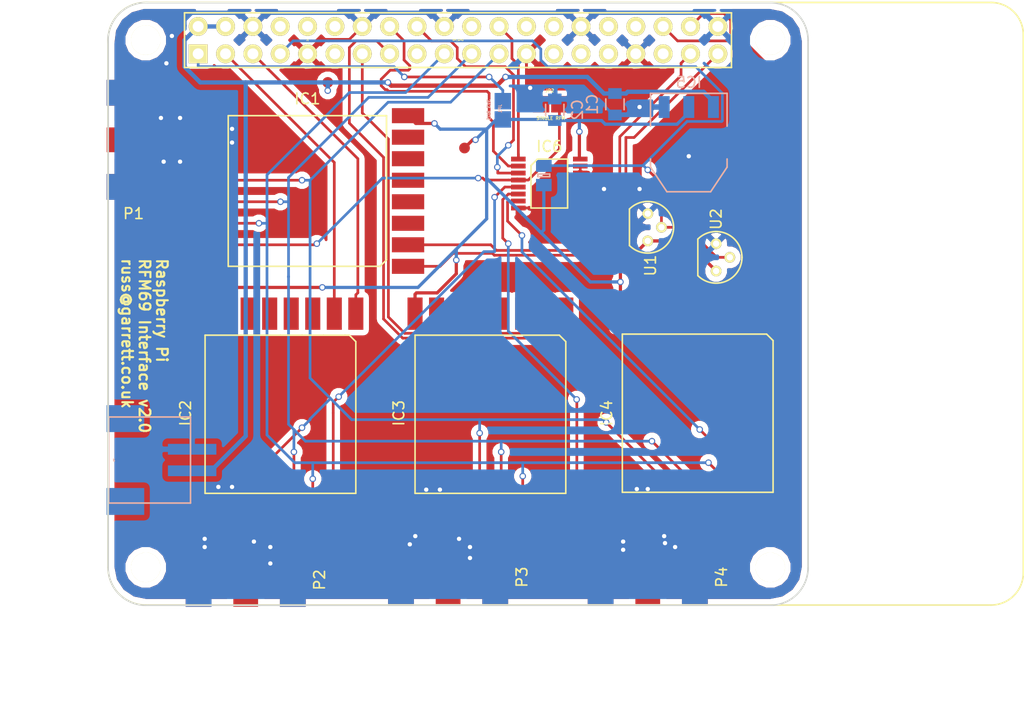
<source format=kicad_pcb>
(kicad_pcb (version 4) (host pcbnew 4.0.4-stable)

  (general
    (links 95)
    (no_connects 0)
    (area 95.416082 65.416082 160.575001 121.575001)
    (thickness 1.6)
    (drawings 9)
    (tracks 525)
    (zones 0)
    (modules 21)
    (nets 70)
  )

  (page A4)
  (layers
    (0 F.Cu signal)
    (31 B.Cu signal)
    (32 B.Adhes user)
    (33 F.Adhes user)
    (34 B.Paste user)
    (35 F.Paste user)
    (36 B.SilkS user)
    (37 F.SilkS user)
    (38 B.Mask user)
    (39 F.Mask user)
    (40 Dwgs.User user)
    (41 Cmts.User user)
    (42 Eco1.User user)
    (43 Eco2.User user)
    (44 Edge.Cuts user)
    (45 Margin user)
    (46 B.CrtYd user)
    (47 F.CrtYd user)
    (48 B.Fab user)
    (49 F.Fab user)
  )

  (setup
    (last_trace_width 0.25)
    (trace_clearance 0.2)
    (zone_clearance 0.508)
    (zone_45_only no)
    (trace_min 0.2)
    (segment_width 0.2)
    (edge_width 0.15)
    (via_size 0.6)
    (via_drill 0.4)
    (via_min_size 0.4)
    (via_min_drill 0.3)
    (uvia_size 0.3)
    (uvia_drill 0.1)
    (uvias_allowed no)
    (uvia_min_size 0.2)
    (uvia_min_drill 0.1)
    (pcb_text_width 0.3)
    (pcb_text_size 1.5 1.5)
    (mod_edge_width 0.15)
    (mod_text_size 1 1)
    (mod_text_width 0.15)
    (pad_size 3.6576 2.032)
    (pad_drill 0)
    (pad_to_mask_clearance 0)
    (aux_axis_origin 95.32 121.424)
    (grid_origin 95.32 121.424)
    (visible_elements FFFFFF7F)
    (pcbplotparams
      (layerselection 0x00030_80000001)
      (usegerberextensions false)
      (excludeedgelayer true)
      (linewidth 0.100000)
      (plotframeref false)
      (viasonmask false)
      (mode 1)
      (useauxorigin false)
      (hpglpennumber 1)
      (hpglpenspeed 20)
      (hpglpendiameter 15)
      (hpglpenoverlay 2)
      (psnegative false)
      (psa4output false)
      (plotreference true)
      (plotvalue true)
      (plotinvisibletext false)
      (padsonsilk false)
      (subtractmaskfromsilk false)
      (outputformat 1)
      (mirror false)
      (drillshape 1)
      (scaleselection 1)
      (outputdirectory ""))
  )

  (net 0 "")
  (net 1 +5V)
  (net 2 Earth)
  (net 3 +3V3)
  (net 4 "Net-(IC1-Pad3)")
  (net 5 "Net-(IC1-Pad4)")
  (net 6 "Net-(IC1-Pad5)")
  (net 7 "Net-(IC1-Pad6)")
  (net 8 "Net-(IC1-Pad7)")
  (net 9 SCK)
  (net 10 MISO)
  (net 11 MOSI)
  (net 12 "Net-(IC1-Pad16)")
  (net 13 "Net-(J1-Pad27)")
  (net 14 "Net-(J1-Pad28)")
  (net 15 "Net-(J1-Pad29)")
  (net 16 ONEWIRE)
  (net 17 "Net-(J1-Pad8)")
  (net 18 "Net-(J1-Pad10)")
  (net 19 "Net-(J1-Pad11)")
  (net 20 "Net-(J1-Pad12)")
  (net 21 "Net-(J1-Pad17)")
  (net 22 "Net-(J1-Pad22)")
  (net 23 "Net-(J1-Pad26)")
  (net 24 "Net-(J1-Pad31)")
  (net 25 "Net-(J1-Pad32)")
  (net 26 "Net-(J1-Pad33)")
  (net 27 "Net-(J1-Pad36)")
  (net 28 "Net-(IC2-Pad4)")
  (net 29 "Net-(IC2-Pad3)")
  (net 30 "Net-(IC3-Pad3)")
  (net 31 "Net-(IC3-Pad4)")
  (net 32 "Net-(IC3-Pad5)")
  (net 33 "Net-(IC3-Pad6)")
  (net 34 "Net-(IC3-Pad7)")
  (net 35 "Net-(IC3-Pad16)")
  (net 36 "Net-(IC4-Pad3)")
  (net 37 "Net-(IC4-Pad4)")
  (net 38 "Net-(IC4-Pad5)")
  (net 39 "Net-(IC4-Pad6)")
  (net 40 "Net-(IC4-Pad7)")
  (net 41 "Net-(IC4-Pad16)")
  (net 42 "Net-(IC2-Pad5)")
  (net 43 "Net-(IC2-Pad6)")
  (net 44 "Net-(IC2-Pad7)")
  (net 45 "Net-(IC2-Pad16)")
  (net 46 /ANT_1)
  (net 47 /ANT_2)
  (net 48 /ANT_3)
  (net 49 /ANT_4)
  (net 50 RESET1)
  (net 51 INT1)
  (net 52 NSS1)
  (net 53 RESET2)
  (net 54 INT2)
  (net 55 NSS2)
  (net 56 RESET3)
  (net 57 INT3)
  (net 58 NSS3)
  (net 59 RESET4)
  (net 60 INT4)
  (net 61 NSS4)
  (net 62 NSS)
  (net 63 /3V3_SUPP)
  (net 64 "Net-(IC6-Pad2)")
  (net 65 "Net-(IC6-Pad3)")
  (net 66 "Net-(IC6-Pad9)")
  (net 67 "Net-(IC6-Pad10)")
  (net 68 "Net-(IC6-Pad11)")
  (net 69 "Net-(IC6-Pad12)")

  (net_class Default "This is the default net class."
    (clearance 0.2)
    (trace_width 0.25)
    (via_dia 0.6)
    (via_drill 0.4)
    (uvia_dia 0.3)
    (uvia_drill 0.1)
    (add_net /3V3_SUPP)
    (add_net INT1)
    (add_net INT2)
    (add_net INT3)
    (add_net INT4)
    (add_net MISO)
    (add_net MOSI)
    (add_net NSS)
    (add_net NSS1)
    (add_net NSS2)
    (add_net NSS3)
    (add_net NSS4)
    (add_net "Net-(IC1-Pad16)")
    (add_net "Net-(IC1-Pad3)")
    (add_net "Net-(IC1-Pad4)")
    (add_net "Net-(IC1-Pad5)")
    (add_net "Net-(IC1-Pad6)")
    (add_net "Net-(IC1-Pad7)")
    (add_net "Net-(IC2-Pad16)")
    (add_net "Net-(IC2-Pad3)")
    (add_net "Net-(IC2-Pad4)")
    (add_net "Net-(IC2-Pad5)")
    (add_net "Net-(IC2-Pad6)")
    (add_net "Net-(IC2-Pad7)")
    (add_net "Net-(IC3-Pad16)")
    (add_net "Net-(IC3-Pad3)")
    (add_net "Net-(IC3-Pad4)")
    (add_net "Net-(IC3-Pad5)")
    (add_net "Net-(IC3-Pad6)")
    (add_net "Net-(IC3-Pad7)")
    (add_net "Net-(IC4-Pad16)")
    (add_net "Net-(IC4-Pad3)")
    (add_net "Net-(IC4-Pad4)")
    (add_net "Net-(IC4-Pad5)")
    (add_net "Net-(IC4-Pad6)")
    (add_net "Net-(IC4-Pad7)")
    (add_net "Net-(IC6-Pad10)")
    (add_net "Net-(IC6-Pad11)")
    (add_net "Net-(IC6-Pad12)")
    (add_net "Net-(IC6-Pad2)")
    (add_net "Net-(IC6-Pad3)")
    (add_net "Net-(IC6-Pad9)")
    (add_net "Net-(J1-Pad10)")
    (add_net "Net-(J1-Pad11)")
    (add_net "Net-(J1-Pad12)")
    (add_net "Net-(J1-Pad17)")
    (add_net "Net-(J1-Pad22)")
    (add_net "Net-(J1-Pad26)")
    (add_net "Net-(J1-Pad27)")
    (add_net "Net-(J1-Pad28)")
    (add_net "Net-(J1-Pad29)")
    (add_net "Net-(J1-Pad31)")
    (add_net "Net-(J1-Pad32)")
    (add_net "Net-(J1-Pad33)")
    (add_net "Net-(J1-Pad36)")
    (add_net "Net-(J1-Pad8)")
    (add_net ONEWIRE)
    (add_net RESET1)
    (add_net RESET2)
    (add_net RESET3)
    (add_net RESET4)
    (add_net SCK)
  )

  (net_class 3V3 ""
    (clearance 0.2)
    (trace_width 0.3)
    (via_dia 0.6)
    (via_drill 0.4)
    (uvia_dia 0.3)
    (uvia_drill 0.1)
    (add_net +3V3)
  )

  (net_class 5V ""
    (clearance 0.2)
    (trace_width 0.4)
    (via_dia 0.6)
    (via_drill 0.4)
    (uvia_dia 0.3)
    (uvia_drill 0.1)
    (add_net +5V)
  )

  (net_class Feedline ""
    (clearance 0.5)
    (trace_width 1.5)
    (via_dia 0.6)
    (via_drill 0.4)
    (uvia_dia 0.3)
    (uvia_drill 0.1)
    (add_net /ANT_1)
    (add_net /ANT_2)
    (add_net /ANT_3)
    (add_net /ANT_4)
  )

  (net_class GND ""
    (clearance 0.2)
    (trace_width 0.4)
    (via_dia 0.6)
    (via_drill 0.4)
    (uvia_dia 0.3)
    (uvia_drill 0.1)
    (add_net Earth)
  )

  (module agg:SMA-EDGE (layer F.Cu) (tedit 57D5DDC0) (tstamp 57D5FBEC)
    (at 127.07 118.884 180)
    (path /57D5F0BF)
    (fp_text reference P3 (at -6.858 0 270) (layer F.SilkS)
      (effects (font (size 1 1) (thickness 0.15)))
    )
    (fp_text value COAX (at 6.65 0 270) (layer F.Fab)
      (effects (font (size 1 1) (thickness 0.15)))
    )
    (fp_line (start -5.85 -12.4) (end -5.85 2.75) (layer F.CrtYd) (width 0.01))
    (fp_line (start 5.85 -12.4) (end -5.85 -12.4) (layer F.CrtYd) (width 0.01))
    (fp_line (start 5.85 2.75) (end 5.85 -12.4) (layer F.CrtYd) (width 0.01))
    (fp_line (start -5.85 2.75) (end 5.85 2.75) (layer F.CrtYd) (width 0.01))
    (fp_line (start 3.25 -7.5) (end -3.25 -7) (layer F.Fab) (width 0.01))
    (fp_line (start 3.25 -8.5) (end -3.25 -8) (layer F.Fab) (width 0.01))
    (fp_line (start 3.25 -9.5) (end -3.25 -9) (layer F.Fab) (width 0.01))
    (fp_line (start 3.25 -10.5) (end -3.25 -10) (layer F.Fab) (width 0.01))
    (fp_line (start 3.25 -6.15) (end -3.25 -6.15) (layer F.Fab) (width 0.01))
    (fp_line (start 3.25 -12.15) (end 3.25 -6.15) (layer F.Fab) (width 0.01))
    (fp_line (start -3.25 -12.15) (end 3.25 -12.15) (layer F.Fab) (width 0.01))
    (fp_line (start -3.25 -6.15) (end -3.25 -12.15) (layer F.Fab) (width 0.01))
    (fp_line (start 2.5 -6.15) (end 2.5 -4.15) (layer F.Fab) (width 0.01))
    (fp_line (start -2.5 -4.15) (end -2.5 -6.15) (layer F.Fab) (width 0.01))
    (fp_line (start 3.75 2.25) (end 3.75 -2.5) (layer F.Fab) (width 0.01))
    (fp_line (start 4.75 2.25) (end 3.75 2.25) (layer F.Fab) (width 0.01))
    (fp_line (start 4.75 -2.5) (end 4.75 2.25) (layer F.Fab) (width 0.01))
    (fp_line (start -3.75 2.25) (end -3.75 -2.5) (layer F.Fab) (width 0.01))
    (fp_line (start -4.75 2.25) (end -3.75 2.25) (layer F.Fab) (width 0.01))
    (fp_line (start -4.75 -2.5) (end -4.75 2.25) (layer F.Fab) (width 0.01))
    (fp_line (start 0.4 2.25) (end 0.4 -2.5) (layer F.Fab) (width 0.01))
    (fp_line (start -0.4 2.25) (end 0.4 2.25) (layer F.Fab) (width 0.01))
    (fp_line (start -0.4 -2.5) (end -0.4 2.25) (layer F.Fab) (width 0.01))
    (fp_line (start 4.75 -4.15) (end 4.75 -2.5) (layer F.Fab) (width 0.01))
    (fp_line (start -4.75 -4.15) (end 4.75 -4.15) (layer F.Fab) (width 0.01))
    (fp_line (start -4.75 -2.5) (end -4.75 -4.15) (layer F.Fab) (width 0.01))
    (fp_line (start -4.75 -2.5) (end 4.75 -2.5) (layer F.Fab) (width 0.01))
    (pad 1 smd rect (at 0 0 180) (size 2.3 5) (layers F.Cu F.Paste F.Mask)
      (net 48 /ANT_3) (zone_connect 2))
    (pad 2 smd rect (at 4.375 0 180) (size 2.4 5) (layers B.Cu B.Paste B.Mask)
      (net 2 Earth) (zone_connect 2))
    (pad 2 smd rect (at -4.375 0 180) (size 2.4 5) (layers B.Cu B.Paste B.Mask)
      (net 2 Earth) (zone_connect 2))
    (pad 2 smd rect (at -4.375 0 180) (size 2.4 5) (layers F.Cu F.Paste F.Mask)
      (net 2 Earth) (zone_connect 2))
    (pad 2 smd rect (at 4.375 0 180) (size 2.4 5) (layers F.Cu F.Paste F.Mask)
      (net 2 Earth) (zone_connect 2))
  )

  (module agg:RFM69 (layer F.Cu) (tedit 57D5DDCA) (tstamp 57D5954B)
    (at 114 83 180)
    (path /57D5706D)
    (fp_text reference IC1 (at 0 8.566 180) (layer F.SilkS)
      (effects (font (size 1 1) (thickness 0.15)))
    )
    (fp_text value RFM69 (at -0.116 0.184 180) (layer F.Fab)
      (effects (font (size 1 1) (thickness 0.15)))
    )
    (fp_line (start -9.85 -8) (end 9.85 -8) (layer F.Fab) (width 0.01))
    (fp_line (start 9.85 -8) (end 9.85 8) (layer F.Fab) (width 0.01))
    (fp_line (start 9.85 8) (end -9.85 8) (layer F.Fab) (width 0.01))
    (fp_line (start -9.85 8) (end -9.85 -8) (layer F.Fab) (width 0.01))
    (fp_circle (center -9.05 -7.2) (end -9.05 -6.8) (layer F.Fab) (width 0.01))
    (fp_line (start -7.85 -7.6) (end -9.85 -7.6) (layer F.Fab) (width 0.01))
    (fp_line (start -9.85 -6.4) (end -7.85 -6.4) (layer F.Fab) (width 0.01))
    (fp_line (start -7.85 -6.4) (end -7.85 -7.6) (layer F.Fab) (width 0.01))
    (fp_line (start -7.85 -5.6) (end -9.85 -5.6) (layer F.Fab) (width 0.01))
    (fp_line (start -9.85 -4.4) (end -7.85 -4.4) (layer F.Fab) (width 0.01))
    (fp_line (start -7.85 -4.4) (end -7.85 -5.6) (layer F.Fab) (width 0.01))
    (fp_line (start -7.85 -3.6) (end -9.85 -3.6) (layer F.Fab) (width 0.01))
    (fp_line (start -9.85 -2.4) (end -7.85 -2.4) (layer F.Fab) (width 0.01))
    (fp_line (start -7.85 -2.4) (end -7.85 -3.6) (layer F.Fab) (width 0.01))
    (fp_line (start -7.85 -1.6) (end -9.85 -1.6) (layer F.Fab) (width 0.01))
    (fp_line (start -9.85 -0.4) (end -7.85 -0.4) (layer F.Fab) (width 0.01))
    (fp_line (start -7.85 -0.4) (end -7.85 -1.6) (layer F.Fab) (width 0.01))
    (fp_line (start -7.85 0.4) (end -9.85 0.4) (layer F.Fab) (width 0.01))
    (fp_line (start -9.85 1.6) (end -7.85 1.6) (layer F.Fab) (width 0.01))
    (fp_line (start -7.85 1.6) (end -7.85 0.4) (layer F.Fab) (width 0.01))
    (fp_line (start -7.85 2.4) (end -9.85 2.4) (layer F.Fab) (width 0.01))
    (fp_line (start -9.85 3.6) (end -7.85 3.6) (layer F.Fab) (width 0.01))
    (fp_line (start -7.85 3.6) (end -7.85 2.4) (layer F.Fab) (width 0.01))
    (fp_line (start -7.85 4.4) (end -9.85 4.4) (layer F.Fab) (width 0.01))
    (fp_line (start -9.85 5.6) (end -7.85 5.6) (layer F.Fab) (width 0.01))
    (fp_line (start -7.85 5.6) (end -7.85 4.4) (layer F.Fab) (width 0.01))
    (fp_line (start -7.85 6.4) (end -9.85 6.4) (layer F.Fab) (width 0.01))
    (fp_line (start -9.85 7.6) (end -7.85 7.6) (layer F.Fab) (width 0.01))
    (fp_line (start -7.85 7.6) (end -7.85 6.4) (layer F.Fab) (width 0.01))
    (fp_line (start 9.85 6.4) (end 7.85 6.4) (layer F.Fab) (width 0.01))
    (fp_line (start 7.85 6.4) (end 7.85 7.6) (layer F.Fab) (width 0.01))
    (fp_line (start 7.85 7.6) (end 9.85 7.6) (layer F.Fab) (width 0.01))
    (fp_line (start 9.85 4.4) (end 7.85 4.4) (layer F.Fab) (width 0.01))
    (fp_line (start 7.85 4.4) (end 7.85 5.6) (layer F.Fab) (width 0.01))
    (fp_line (start 7.85 5.6) (end 9.85 5.6) (layer F.Fab) (width 0.01))
    (fp_line (start 9.85 2.4) (end 7.85 2.4) (layer F.Fab) (width 0.01))
    (fp_line (start 7.85 2.4) (end 7.85 3.6) (layer F.Fab) (width 0.01))
    (fp_line (start 7.85 3.6) (end 9.85 3.6) (layer F.Fab) (width 0.01))
    (fp_line (start 9.85 0.4) (end 7.85 0.4) (layer F.Fab) (width 0.01))
    (fp_line (start 7.85 0.4) (end 7.85 1.6) (layer F.Fab) (width 0.01))
    (fp_line (start 7.85 1.6) (end 9.85 1.6) (layer F.Fab) (width 0.01))
    (fp_line (start 9.85 -1.6) (end 7.85 -1.6) (layer F.Fab) (width 0.01))
    (fp_line (start 7.85 -1.6) (end 7.85 -0.4) (layer F.Fab) (width 0.01))
    (fp_line (start 7.85 -0.4) (end 9.85 -0.4) (layer F.Fab) (width 0.01))
    (fp_line (start 9.85 -3.6) (end 7.85 -3.6) (layer F.Fab) (width 0.01))
    (fp_line (start 7.85 -3.6) (end 7.85 -2.4) (layer F.Fab) (width 0.01))
    (fp_line (start 7.85 -2.4) (end 9.85 -2.4) (layer F.Fab) (width 0.01))
    (fp_line (start 9.85 -5.6) (end 7.85 -5.6) (layer F.Fab) (width 0.01))
    (fp_line (start 7.85 -5.6) (end 7.85 -4.4) (layer F.Fab) (width 0.01))
    (fp_line (start 7.85 -4.4) (end 9.85 -4.4) (layer F.Fab) (width 0.01))
    (fp_line (start 9.85 -7.6) (end 7.85 -7.6) (layer F.Fab) (width 0.01))
    (fp_line (start 7.85 -7.6) (end 7.85 -6.4) (layer F.Fab) (width 0.01))
    (fp_line (start 7.85 -6.4) (end 9.85 -6.4) (layer F.Fab) (width 0.01))
    (fp_line (start -6.75 -7) (end 7.35 -7) (layer F.SilkS) (width 0.15))
    (fp_line (start 7.35 -7) (end 7.35 7) (layer F.SilkS) (width 0.15))
    (fp_line (start 7.35 7) (end -7.35 7) (layer F.SilkS) (width 0.15))
    (fp_line (start -7.35 7) (end -7.35 -6.4) (layer F.SilkS) (width 0.15))
    (fp_line (start -7.35 -6.4) (end -6.75 -7) (layer F.SilkS) (width 0.15))
    (fp_line (start -11.1 -8.25) (end 11.1 -8.25) (layer F.CrtYd) (width 0.01))
    (fp_line (start 11.1 -8.25) (end 11.1 8.25) (layer F.CrtYd) (width 0.01))
    (fp_line (start 11.1 8.25) (end -11.1 8.25) (layer F.CrtYd) (width 0.01))
    (fp_line (start -11.1 8.25) (end -11.1 -8.25) (layer F.CrtYd) (width 0.01))
    (pad 1 smd rect (at -9.35 -7 180) (size 3 1.4) (layers F.Cu F.Paste F.Mask)
      (net 50 RESET1))
    (pad 2 smd rect (at -9.35 -5 180) (size 3 1.4) (layers F.Cu F.Paste F.Mask)
      (net 51 INT1))
    (pad 3 smd rect (at -9.35 -3 180) (size 3 1.4) (layers F.Cu F.Paste F.Mask)
      (net 4 "Net-(IC1-Pad3)"))
    (pad 4 smd rect (at -9.35 -1 180) (size 3 1.4) (layers F.Cu F.Paste F.Mask)
      (net 5 "Net-(IC1-Pad4)"))
    (pad 5 smd rect (at -9.35 1 180) (size 3 1.4) (layers F.Cu F.Paste F.Mask)
      (net 6 "Net-(IC1-Pad5)"))
    (pad 6 smd rect (at -9.35 3 180) (size 3 1.4) (layers F.Cu F.Paste F.Mask)
      (net 7 "Net-(IC1-Pad6)"))
    (pad 7 smd rect (at -9.35 5 180) (size 3 1.4) (layers F.Cu F.Paste F.Mask)
      (net 8 "Net-(IC1-Pad7)"))
    (pad 8 smd rect (at -9.35 7 180) (size 3 1.4) (layers F.Cu F.Paste F.Mask)
      (net 3 +3V3))
    (pad 9 smd rect (at 9.35 7 180) (size 3 1.4) (layers F.Cu F.Paste F.Mask)
      (net 2 Earth))
    (pad 10 smd rect (at 9.35 5 180) (size 3 1.4) (layers F.Cu F.Paste F.Mask)
      (net 46 /ANT_1))
    (pad 11 smd rect (at 9.35 3 180) (size 3 1.4) (layers F.Cu F.Paste F.Mask)
      (net 2 Earth))
    (pad 12 smd rect (at 9.35 1 180) (size 3 1.4) (layers F.Cu F.Paste F.Mask)
      (net 9 SCK))
    (pad 13 smd rect (at 9.35 -1 180) (size 3 1.4) (layers F.Cu F.Paste F.Mask)
      (net 10 MISO))
    (pad 14 smd rect (at 9.35 -3 180) (size 3 1.4) (layers F.Cu F.Paste F.Mask)
      (net 11 MOSI))
    (pad 15 smd rect (at 9.35 -5 180) (size 3 1.4) (layers F.Cu F.Paste F.Mask)
      (net 52 NSS1))
    (pad 16 smd rect (at 9.35 -7 180) (size 3 1.4) (layers F.Cu F.Paste F.Mask)
      (net 12 "Net-(IC1-Pad16)"))
  )

  (module Capacitors_SMD:C_0805 (layer B.Cu) (tedit 5415D6EA) (tstamp 57D594F9)
    (at 136.976 75.45 90)
    (descr "Capacitor SMD 0805, reflow soldering, AVX (see smccp.pdf)")
    (tags "capacitor 0805")
    (path /57D58E7C)
    (attr smd)
    (fp_text reference C2 (at 0 2.1 90) (layer B.SilkS)
      (effects (font (size 1 1) (thickness 0.15)) (justify mirror))
    )
    (fp_text value 10uF (at 0 -2.1 90) (layer B.Fab)
      (effects (font (size 1 1) (thickness 0.15)) (justify mirror))
    )
    (fp_line (start -1.8 1) (end 1.8 1) (layer B.CrtYd) (width 0.05))
    (fp_line (start -1.8 -1) (end 1.8 -1) (layer B.CrtYd) (width 0.05))
    (fp_line (start -1.8 1) (end -1.8 -1) (layer B.CrtYd) (width 0.05))
    (fp_line (start 1.8 1) (end 1.8 -1) (layer B.CrtYd) (width 0.05))
    (fp_line (start 0.5 0.85) (end -0.5 0.85) (layer B.SilkS) (width 0.15))
    (fp_line (start -0.5 -0.85) (end 0.5 -0.85) (layer B.SilkS) (width 0.15))
    (pad 1 smd rect (at -1 0 90) (size 1 1.25) (layers B.Cu B.Paste B.Mask)
      (net 3 +3V3))
    (pad 2 smd rect (at 1 0 90) (size 1 1.25) (layers B.Cu B.Paste B.Mask)
      (net 2 Earth))
    (model Capacitors_SMD.3dshapes/C_0805.wrl
      (at (xyz 0 0 0))
      (scale (xyz 1 1 1))
      (rotate (xyz 0 0 0))
    )
  )

  (module tinkerforge:raspberrypi2 locked (layer F.Cu) (tedit 566952F9) (tstamp 57D59597)
    (at 127.99 68.98)
    (descr "RaspberryPi 2")
    (tags CONN)
    (path /57D57C63)
    (fp_text reference J1 (at -13.97 0) (layer F.SilkS)
      (effects (font (size 0.15 0.15) (thickness 0.0375)))
    )
    (fp_text value RPi_GPIO (at 0 0) (layer F.SilkS)
      (effects (font (size 0.15 0.15) (thickness 0.0375)))
    )
    (fp_line (start -32.5 49) (end -32.5 0) (layer F.SilkS) (width 0.15))
    (fp_line (start 49.5 -3.5) (end -29 -3.5) (layer F.SilkS) (width 0.15))
    (fp_arc (start 49.5 -0.5) (end 49.5 -3.5) (angle 90) (layer F.SilkS) (width 0.15))
    (fp_line (start 52.5 49.5) (end 52.5 -0.5) (layer F.SilkS) (width 0.15))
    (fp_arc (start 49.5 49.5) (end 52.5 49.5) (angle 90) (layer F.SilkS) (width 0.15))
    (fp_line (start -29 52.5) (end 49.5 52.5) (layer F.SilkS) (width 0.15))
    (fp_arc (start -29 49) (end -29 52.5) (angle 90) (layer F.SilkS) (width 0.15))
    (fp_arc (start -29 0) (end -32.5 0) (angle 90) (layer F.SilkS) (width 0.15))
    (fp_line (start -25.4 -2.54) (end 25.4 -2.54) (layer F.SilkS) (width 0.15))
    (fp_line (start 25.4 2.54) (end -25.4 2.54) (layer F.SilkS) (width 0.15))
    (fp_line (start -25.4 -2.54) (end -25.4 2.54) (layer F.SilkS) (width 0.15))
    (fp_line (start 25.39492 2.54) (end 25.39492 -2.54) (layer F.SilkS) (width 0.15))
    (pad 27 thru_hole circle (at 8.89 1.27) (size 1.75 1.75) (drill 1.016) (layers *.Cu *.Mask F.SilkS)
      (net 13 "Net-(J1-Pad27)"))
    (pad 28 thru_hole circle (at 8.89 -1.27) (size 1.75 1.75) (drill 1.016) (layers *.Cu *.Mask F.SilkS)
      (net 14 "Net-(J1-Pad28)"))
    (pad 29 thru_hole circle (at 11.43 1.27) (size 1.75 1.75) (drill 1.016) (layers *.Cu *.Mask F.SilkS)
      (net 15 "Net-(J1-Pad29)"))
    (pad 30 thru_hole circle (at 11.43 -1.27) (size 1.75 1.75) (drill 1.016) (layers *.Cu *.Mask F.SilkS)
      (net 2 Earth))
    (pad 24 thru_hole circle (at 3.81 -1.27) (size 1.75 1.75) (drill 1.016) (layers *.Cu *.Mask F.SilkS)
      (net 62 NSS))
    (pad 23 thru_hole circle (at 3.81 1.27) (size 1.75 1.75) (drill 1.016) (layers *.Cu *.Mask F.SilkS)
      (net 9 SCK))
    (pad 1 thru_hole rect (at -24.13 1.27) (size 1.75 1.75) (drill 1.016) (layers *.Cu *.Mask F.SilkS)
      (net 63 /3V3_SUPP))
    (pad 2 thru_hole circle (at -24.13 -1.27) (size 1.75 1.75) (drill 1.016) (layers *.Cu *.Mask F.SilkS)
      (net 1 +5V))
    (pad 3 thru_hole circle (at -21.59 1.27) (size 1.75 1.75) (drill 1.016) (layers *.Cu *.Mask F.SilkS)
      (net 54 INT2))
    (pad 4 thru_hole circle (at -21.59 -1.27) (size 1.75 1.75) (drill 1.016) (layers *.Cu *.Mask F.SilkS)
      (net 1 +5V))
    (pad 5 thru_hole circle (at -19.05 1.27) (size 1.75 1.75) (drill 1.016) (layers *.Cu *.Mask F.SilkS)
      (net 53 RESET2))
    (pad 6 thru_hole circle (at -19.05 -1.27) (size 1.75 1.75) (drill 1.016) (layers *.Cu *.Mask F.SilkS)
      (net 2 Earth))
    (pad 7 thru_hole circle (at -16.51 1.27) (size 1.75 1.75) (drill 1.016) (layers *.Cu *.Mask F.SilkS)
      (net 16 ONEWIRE))
    (pad 8 thru_hole circle (at -16.51 -1.27) (size 1.75 1.75) (drill 1.016) (layers *.Cu *.Mask F.SilkS)
      (net 17 "Net-(J1-Pad8)"))
    (pad 9 thru_hole circle (at -13.97 1.27) (size 1.75 1.75) (drill 1.016) (layers *.Cu *.Mask F.SilkS)
      (net 2 Earth))
    (pad 10 thru_hole circle (at -13.97 -1.27) (size 1.75 1.75) (drill 1.016) (layers *.Cu *.Mask F.SilkS)
      (net 18 "Net-(J1-Pad10)"))
    (pad 11 thru_hole circle (at -11.43 1.27) (size 1.75 1.75) (drill 1.016) (layers *.Cu *.Mask F.SilkS)
      (net 19 "Net-(J1-Pad11)"))
    (pad 12 thru_hole circle (at -11.43 -1.27) (size 1.75 1.75) (drill 1.016) (layers *.Cu *.Mask F.SilkS)
      (net 20 "Net-(J1-Pad12)"))
    (pad 13 thru_hole circle (at -8.89 1.27) (size 1.75 1.75) (drill 1.016) (layers *.Cu *.Mask F.SilkS)
      (net 57 INT3))
    (pad 14 thru_hole circle (at -8.89 -1.27) (size 1.75 1.75) (drill 1.016) (layers *.Cu *.Mask F.SilkS)
      (net 2 Earth))
    (pad 15 thru_hole circle (at -6.35 1.27) (size 1.75 1.75) (drill 1.016) (layers *.Cu *.Mask F.SilkS)
      (net 56 RESET3))
    (pad 16 thru_hole circle (at -6.35 -1.27) (size 1.75 1.75) (drill 1.016) (layers *.Cu *.Mask F.SilkS)
      (net 64 "Net-(IC6-Pad2)"))
    (pad 17 thru_hole circle (at -3.81 1.27) (size 1.75 1.75) (drill 1.016) (layers *.Cu *.Mask F.SilkS)
      (net 21 "Net-(J1-Pad17)"))
    (pad 18 thru_hole circle (at -3.81 -1.27) (size 1.75 1.75) (drill 1.016) (layers *.Cu *.Mask F.SilkS)
      (net 65 "Net-(IC6-Pad3)"))
    (pad 19 thru_hole circle (at -1.27 1.27) (size 1.75 1.75) (drill 1.016) (layers *.Cu *.Mask F.SilkS)
      (net 11 MOSI))
    (pad 20 thru_hole circle (at -1.27 -1.27) (size 1.75 1.75) (drill 1.016) (layers *.Cu *.Mask F.SilkS)
      (net 2 Earth))
    (pad 21 thru_hole circle (at 1.27 1.27) (size 1.75 1.75) (drill 1.016) (layers *.Cu *.Mask F.SilkS)
      (net 10 MISO))
    (pad 22 thru_hole circle (at 1.27 -1.27) (size 1.75 1.75) (drill 1.016) (layers *.Cu *.Mask F.SilkS)
      (net 22 "Net-(J1-Pad22)"))
    (pad 25 thru_hole circle (at 6.35 1.27) (size 1.75 1.75) (drill 1.016) (layers *.Cu *.Mask F.SilkS)
      (net 2 Earth))
    (pad 26 thru_hole circle (at 6.35 -1.27) (size 1.75 1.75) (drill 1.016) (layers *.Cu *.Mask F.SilkS)
      (net 23 "Net-(J1-Pad26)"))
    (pad 31 thru_hole circle (at 13.97 -1.27) (size 1.75 1.75) (drill 1.016) (layers *.Cu *.Mask F.SilkS)
      (net 24 "Net-(J1-Pad31)"))
    (pad 32 thru_hole circle (at 13.97 1.27) (size 1.75 1.75) (drill 1.016) (layers *.Cu *.Mask F.SilkS)
      (net 25 "Net-(J1-Pad32)"))
    (pad 33 thru_hole circle (at 16.51 -1.27) (size 1.75 1.75) (drill 1.016) (layers *.Cu *.Mask F.SilkS)
      (net 26 "Net-(J1-Pad33)"))
    (pad 34 thru_hole circle (at 16.51 1.27) (size 1.75 1.75) (drill 1.016) (layers *.Cu *.Mask F.SilkS)
      (net 2 Earth))
    (pad 35 thru_hole circle (at 19.05 -1.27) (size 1.75 1.75) (drill 1.016) (layers *.Cu *.Mask F.SilkS)
      (net 60 INT4))
    (pad 36 thru_hole circle (at 19.05 1.27) (size 1.75 1.75) (drill 1.016) (layers *.Cu *.Mask F.SilkS)
      (net 27 "Net-(J1-Pad36)"))
    (pad 37 thru_hole circle (at 21.59 -1.27) (size 1.75 1.75) (drill 1.016) (layers *.Cu *.Mask F.SilkS)
      (net 59 RESET4))
    (pad 38 thru_hole circle (at 21.59 1.27) (size 1.75 1.75) (drill 1.016) (layers *.Cu *.Mask F.SilkS)
      (net 51 INT1))
    (pad 39 thru_hole circle (at 24.13 -1.27) (size 1.75 1.75) (drill 1.016) (layers *.Cu *.Mask F.SilkS)
      (net 2 Earth))
    (pad 40 thru_hole circle (at 24.13 1.27) (size 1.75 1.75) (drill 1.016) (layers *.Cu *.Mask F.SilkS)
      (net 50 RESET1))
    (pad "" np_thru_hole circle (at -29 0) (size 2.75 2.75) (drill 2.75) (layers *.Cu *.Mask F.SilkS))
    (pad "" np_thru_hole circle (at 29 0) (size 2.75 2.75) (drill 2.75) (layers *.Cu *.Mask F.SilkS))
    (pad "" np_thru_hole circle (at -29 49) (size 2.75 2.75) (drill 2.75) (layers *.Cu *.Mask F.SilkS))
    (pad "" np_thru_hole circle (at 29 49) (size 2.75 2.75) (drill 2.75) (layers *.Cu *.Mask F.SilkS))
    (model pin_array/pins_array_13x2.wrl
      (at (xyz 0 0 0))
      (scale (xyz 1 1 1))
      (rotate (xyz 0 0 0))
    )
  )

  (module tinkerforge:TESTPT (layer B.Cu) (tedit 4C6015B6) (tstamp 57D771C7)
    (at 132.15 75.45 90)
    (path /57D58747)
    (fp_text reference JP1 (at 0.10084 -0.25 90) (layer B.SilkS)
      (effects (font (size 0.29972 0.29972) (thickness 0.0635)) (justify mirror))
    )
    (fp_text value "3V3 BUS" (at 0 -1.30048 90) (layer B.SilkS)
      (effects (font (size 0.29972 0.29972) (thickness 0.0635)) (justify mirror))
    )
    (pad 1 smd rect (at -0.89916 0 90) (size 1.524 1.524) (layers B.Cu B.Paste B.Mask)
      (net 3 +3V3) (clearance 0.14986))
    (pad 2 smd rect (at 0.8001 0 90) (size 1.524 1.524) (layers B.Cu B.Paste B.Mask)
      (net 63 /3V3_SUPP) (clearance 0.14986))
  )

  (module agg:RFM69 (layer F.Cu) (tedit 57D5DDD1) (tstamp 57D94E7D)
    (at 131 103.75 270)
    (path /57D59997)
    (fp_text reference IC3 (at -0.106 8.502 270) (layer F.SilkS)
      (effects (font (size 1 1) (thickness 0.15)))
    )
    (fp_text value RFM69 (at 0 0.12 270) (layer F.Fab)
      (effects (font (size 1 1) (thickness 0.15)))
    )
    (fp_line (start -9.85 -8) (end 9.85 -8) (layer F.Fab) (width 0.01))
    (fp_line (start 9.85 -8) (end 9.85 8) (layer F.Fab) (width 0.01))
    (fp_line (start 9.85 8) (end -9.85 8) (layer F.Fab) (width 0.01))
    (fp_line (start -9.85 8) (end -9.85 -8) (layer F.Fab) (width 0.01))
    (fp_circle (center -9.05 -7.2) (end -9.05 -6.8) (layer F.Fab) (width 0.01))
    (fp_line (start -7.85 -7.6) (end -9.85 -7.6) (layer F.Fab) (width 0.01))
    (fp_line (start -9.85 -6.4) (end -7.85 -6.4) (layer F.Fab) (width 0.01))
    (fp_line (start -7.85 -6.4) (end -7.85 -7.6) (layer F.Fab) (width 0.01))
    (fp_line (start -7.85 -5.6) (end -9.85 -5.6) (layer F.Fab) (width 0.01))
    (fp_line (start -9.85 -4.4) (end -7.85 -4.4) (layer F.Fab) (width 0.01))
    (fp_line (start -7.85 -4.4) (end -7.85 -5.6) (layer F.Fab) (width 0.01))
    (fp_line (start -7.85 -3.6) (end -9.85 -3.6) (layer F.Fab) (width 0.01))
    (fp_line (start -9.85 -2.4) (end -7.85 -2.4) (layer F.Fab) (width 0.01))
    (fp_line (start -7.85 -2.4) (end -7.85 -3.6) (layer F.Fab) (width 0.01))
    (fp_line (start -7.85 -1.6) (end -9.85 -1.6) (layer F.Fab) (width 0.01))
    (fp_line (start -9.85 -0.4) (end -7.85 -0.4) (layer F.Fab) (width 0.01))
    (fp_line (start -7.85 -0.4) (end -7.85 -1.6) (layer F.Fab) (width 0.01))
    (fp_line (start -7.85 0.4) (end -9.85 0.4) (layer F.Fab) (width 0.01))
    (fp_line (start -9.85 1.6) (end -7.85 1.6) (layer F.Fab) (width 0.01))
    (fp_line (start -7.85 1.6) (end -7.85 0.4) (layer F.Fab) (width 0.01))
    (fp_line (start -7.85 2.4) (end -9.85 2.4) (layer F.Fab) (width 0.01))
    (fp_line (start -9.85 3.6) (end -7.85 3.6) (layer F.Fab) (width 0.01))
    (fp_line (start -7.85 3.6) (end -7.85 2.4) (layer F.Fab) (width 0.01))
    (fp_line (start -7.85 4.4) (end -9.85 4.4) (layer F.Fab) (width 0.01))
    (fp_line (start -9.85 5.6) (end -7.85 5.6) (layer F.Fab) (width 0.01))
    (fp_line (start -7.85 5.6) (end -7.85 4.4) (layer F.Fab) (width 0.01))
    (fp_line (start -7.85 6.4) (end -9.85 6.4) (layer F.Fab) (width 0.01))
    (fp_line (start -9.85 7.6) (end -7.85 7.6) (layer F.Fab) (width 0.01))
    (fp_line (start -7.85 7.6) (end -7.85 6.4) (layer F.Fab) (width 0.01))
    (fp_line (start 9.85 6.4) (end 7.85 6.4) (layer F.Fab) (width 0.01))
    (fp_line (start 7.85 6.4) (end 7.85 7.6) (layer F.Fab) (width 0.01))
    (fp_line (start 7.85 7.6) (end 9.85 7.6) (layer F.Fab) (width 0.01))
    (fp_line (start 9.85 4.4) (end 7.85 4.4) (layer F.Fab) (width 0.01))
    (fp_line (start 7.85 4.4) (end 7.85 5.6) (layer F.Fab) (width 0.01))
    (fp_line (start 7.85 5.6) (end 9.85 5.6) (layer F.Fab) (width 0.01))
    (fp_line (start 9.85 2.4) (end 7.85 2.4) (layer F.Fab) (width 0.01))
    (fp_line (start 7.85 2.4) (end 7.85 3.6) (layer F.Fab) (width 0.01))
    (fp_line (start 7.85 3.6) (end 9.85 3.6) (layer F.Fab) (width 0.01))
    (fp_line (start 9.85 0.4) (end 7.85 0.4) (layer F.Fab) (width 0.01))
    (fp_line (start 7.85 0.4) (end 7.85 1.6) (layer F.Fab) (width 0.01))
    (fp_line (start 7.85 1.6) (end 9.85 1.6) (layer F.Fab) (width 0.01))
    (fp_line (start 9.85 -1.6) (end 7.85 -1.6) (layer F.Fab) (width 0.01))
    (fp_line (start 7.85 -1.6) (end 7.85 -0.4) (layer F.Fab) (width 0.01))
    (fp_line (start 7.85 -0.4) (end 9.85 -0.4) (layer F.Fab) (width 0.01))
    (fp_line (start 9.85 -3.6) (end 7.85 -3.6) (layer F.Fab) (width 0.01))
    (fp_line (start 7.85 -3.6) (end 7.85 -2.4) (layer F.Fab) (width 0.01))
    (fp_line (start 7.85 -2.4) (end 9.85 -2.4) (layer F.Fab) (width 0.01))
    (fp_line (start 9.85 -5.6) (end 7.85 -5.6) (layer F.Fab) (width 0.01))
    (fp_line (start 7.85 -5.6) (end 7.85 -4.4) (layer F.Fab) (width 0.01))
    (fp_line (start 7.85 -4.4) (end 9.85 -4.4) (layer F.Fab) (width 0.01))
    (fp_line (start 9.85 -7.6) (end 7.85 -7.6) (layer F.Fab) (width 0.01))
    (fp_line (start 7.85 -7.6) (end 7.85 -6.4) (layer F.Fab) (width 0.01))
    (fp_line (start 7.85 -6.4) (end 9.85 -6.4) (layer F.Fab) (width 0.01))
    (fp_line (start -6.75 -7) (end 7.35 -7) (layer F.SilkS) (width 0.15))
    (fp_line (start 7.35 -7) (end 7.35 7) (layer F.SilkS) (width 0.15))
    (fp_line (start 7.35 7) (end -7.35 7) (layer F.SilkS) (width 0.15))
    (fp_line (start -7.35 7) (end -7.35 -6.4) (layer F.SilkS) (width 0.15))
    (fp_line (start -7.35 -6.4) (end -6.75 -7) (layer F.SilkS) (width 0.15))
    (fp_line (start -11.1 -8.25) (end 11.1 -8.25) (layer F.CrtYd) (width 0.01))
    (fp_line (start 11.1 -8.25) (end 11.1 8.25) (layer F.CrtYd) (width 0.01))
    (fp_line (start 11.1 8.25) (end -11.1 8.25) (layer F.CrtYd) (width 0.01))
    (fp_line (start -11.1 8.25) (end -11.1 -8.25) (layer F.CrtYd) (width 0.01))
    (pad 1 smd rect (at -9.35 -7 270) (size 3 1.4) (layers F.Cu F.Paste F.Mask)
      (net 56 RESET3))
    (pad 2 smd rect (at -9.35 -5 270) (size 3 1.4) (layers F.Cu F.Paste F.Mask)
      (net 57 INT3))
    (pad 3 smd rect (at -9.35 -3 270) (size 3 1.4) (layers F.Cu F.Paste F.Mask)
      (net 30 "Net-(IC3-Pad3)"))
    (pad 4 smd rect (at -9.35 -1 270) (size 3 1.4) (layers F.Cu F.Paste F.Mask)
      (net 31 "Net-(IC3-Pad4)"))
    (pad 5 smd rect (at -9.35 1 270) (size 3 1.4) (layers F.Cu F.Paste F.Mask)
      (net 32 "Net-(IC3-Pad5)"))
    (pad 6 smd rect (at -9.35 3 270) (size 3 1.4) (layers F.Cu F.Paste F.Mask)
      (net 33 "Net-(IC3-Pad6)"))
    (pad 7 smd rect (at -9.35 5 270) (size 3 1.4) (layers F.Cu F.Paste F.Mask)
      (net 34 "Net-(IC3-Pad7)"))
    (pad 8 smd rect (at -9.35 7 270) (size 3 1.4) (layers F.Cu F.Paste F.Mask)
      (net 3 +3V3))
    (pad 9 smd rect (at 9.35 7 270) (size 3 1.4) (layers F.Cu F.Paste F.Mask)
      (net 2 Earth))
    (pad 10 smd rect (at 9.35 5 270) (size 3 1.4) (layers F.Cu F.Paste F.Mask)
      (net 48 /ANT_3))
    (pad 11 smd rect (at 9.35 3 270) (size 3 1.4) (layers F.Cu F.Paste F.Mask)
      (net 2 Earth))
    (pad 12 smd rect (at 9.35 1 270) (size 3 1.4) (layers F.Cu F.Paste F.Mask)
      (net 9 SCK))
    (pad 13 smd rect (at 9.35 -1 270) (size 3 1.4) (layers F.Cu F.Paste F.Mask)
      (net 10 MISO))
    (pad 14 smd rect (at 9.35 -3 270) (size 3 1.4) (layers F.Cu F.Paste F.Mask)
      (net 11 MOSI))
    (pad 15 smd rect (at 9.35 -5 270) (size 3 1.4) (layers F.Cu F.Paste F.Mask)
      (net 58 NSS3))
    (pad 16 smd rect (at 9.35 -7 270) (size 3 1.4) (layers F.Cu F.Paste F.Mask)
      (net 35 "Net-(IC3-Pad16)"))
  )

  (module agg:RFM69 (layer F.Cu) (tedit 57D5DDD5) (tstamp 57D94ECF)
    (at 150.25 103.65 270)
    (path /57D599F3)
    (fp_text reference IC4 (at -0.006 8.448 270) (layer F.SilkS)
      (effects (font (size 1 1) (thickness 0.15)))
    )
    (fp_text value RFM69 (at -0.006 0.32 270) (layer F.Fab)
      (effects (font (size 1 1) (thickness 0.15)))
    )
    (fp_line (start -9.85 -8) (end 9.85 -8) (layer F.Fab) (width 0.01))
    (fp_line (start 9.85 -8) (end 9.85 8) (layer F.Fab) (width 0.01))
    (fp_line (start 9.85 8) (end -9.85 8) (layer F.Fab) (width 0.01))
    (fp_line (start -9.85 8) (end -9.85 -8) (layer F.Fab) (width 0.01))
    (fp_circle (center -9.05 -7.2) (end -9.05 -6.8) (layer F.Fab) (width 0.01))
    (fp_line (start -7.85 -7.6) (end -9.85 -7.6) (layer F.Fab) (width 0.01))
    (fp_line (start -9.85 -6.4) (end -7.85 -6.4) (layer F.Fab) (width 0.01))
    (fp_line (start -7.85 -6.4) (end -7.85 -7.6) (layer F.Fab) (width 0.01))
    (fp_line (start -7.85 -5.6) (end -9.85 -5.6) (layer F.Fab) (width 0.01))
    (fp_line (start -9.85 -4.4) (end -7.85 -4.4) (layer F.Fab) (width 0.01))
    (fp_line (start -7.85 -4.4) (end -7.85 -5.6) (layer F.Fab) (width 0.01))
    (fp_line (start -7.85 -3.6) (end -9.85 -3.6) (layer F.Fab) (width 0.01))
    (fp_line (start -9.85 -2.4) (end -7.85 -2.4) (layer F.Fab) (width 0.01))
    (fp_line (start -7.85 -2.4) (end -7.85 -3.6) (layer F.Fab) (width 0.01))
    (fp_line (start -7.85 -1.6) (end -9.85 -1.6) (layer F.Fab) (width 0.01))
    (fp_line (start -9.85 -0.4) (end -7.85 -0.4) (layer F.Fab) (width 0.01))
    (fp_line (start -7.85 -0.4) (end -7.85 -1.6) (layer F.Fab) (width 0.01))
    (fp_line (start -7.85 0.4) (end -9.85 0.4) (layer F.Fab) (width 0.01))
    (fp_line (start -9.85 1.6) (end -7.85 1.6) (layer F.Fab) (width 0.01))
    (fp_line (start -7.85 1.6) (end -7.85 0.4) (layer F.Fab) (width 0.01))
    (fp_line (start -7.85 2.4) (end -9.85 2.4) (layer F.Fab) (width 0.01))
    (fp_line (start -9.85 3.6) (end -7.85 3.6) (layer F.Fab) (width 0.01))
    (fp_line (start -7.85 3.6) (end -7.85 2.4) (layer F.Fab) (width 0.01))
    (fp_line (start -7.85 4.4) (end -9.85 4.4) (layer F.Fab) (width 0.01))
    (fp_line (start -9.85 5.6) (end -7.85 5.6) (layer F.Fab) (width 0.01))
    (fp_line (start -7.85 5.6) (end -7.85 4.4) (layer F.Fab) (width 0.01))
    (fp_line (start -7.85 6.4) (end -9.85 6.4) (layer F.Fab) (width 0.01))
    (fp_line (start -9.85 7.6) (end -7.85 7.6) (layer F.Fab) (width 0.01))
    (fp_line (start -7.85 7.6) (end -7.85 6.4) (layer F.Fab) (width 0.01))
    (fp_line (start 9.85 6.4) (end 7.85 6.4) (layer F.Fab) (width 0.01))
    (fp_line (start 7.85 6.4) (end 7.85 7.6) (layer F.Fab) (width 0.01))
    (fp_line (start 7.85 7.6) (end 9.85 7.6) (layer F.Fab) (width 0.01))
    (fp_line (start 9.85 4.4) (end 7.85 4.4) (layer F.Fab) (width 0.01))
    (fp_line (start 7.85 4.4) (end 7.85 5.6) (layer F.Fab) (width 0.01))
    (fp_line (start 7.85 5.6) (end 9.85 5.6) (layer F.Fab) (width 0.01))
    (fp_line (start 9.85 2.4) (end 7.85 2.4) (layer F.Fab) (width 0.01))
    (fp_line (start 7.85 2.4) (end 7.85 3.6) (layer F.Fab) (width 0.01))
    (fp_line (start 7.85 3.6) (end 9.85 3.6) (layer F.Fab) (width 0.01))
    (fp_line (start 9.85 0.4) (end 7.85 0.4) (layer F.Fab) (width 0.01))
    (fp_line (start 7.85 0.4) (end 7.85 1.6) (layer F.Fab) (width 0.01))
    (fp_line (start 7.85 1.6) (end 9.85 1.6) (layer F.Fab) (width 0.01))
    (fp_line (start 9.85 -1.6) (end 7.85 -1.6) (layer F.Fab) (width 0.01))
    (fp_line (start 7.85 -1.6) (end 7.85 -0.4) (layer F.Fab) (width 0.01))
    (fp_line (start 7.85 -0.4) (end 9.85 -0.4) (layer F.Fab) (width 0.01))
    (fp_line (start 9.85 -3.6) (end 7.85 -3.6) (layer F.Fab) (width 0.01))
    (fp_line (start 7.85 -3.6) (end 7.85 -2.4) (layer F.Fab) (width 0.01))
    (fp_line (start 7.85 -2.4) (end 9.85 -2.4) (layer F.Fab) (width 0.01))
    (fp_line (start 9.85 -5.6) (end 7.85 -5.6) (layer F.Fab) (width 0.01))
    (fp_line (start 7.85 -5.6) (end 7.85 -4.4) (layer F.Fab) (width 0.01))
    (fp_line (start 7.85 -4.4) (end 9.85 -4.4) (layer F.Fab) (width 0.01))
    (fp_line (start 9.85 -7.6) (end 7.85 -7.6) (layer F.Fab) (width 0.01))
    (fp_line (start 7.85 -7.6) (end 7.85 -6.4) (layer F.Fab) (width 0.01))
    (fp_line (start 7.85 -6.4) (end 9.85 -6.4) (layer F.Fab) (width 0.01))
    (fp_line (start -6.75 -7) (end 7.35 -7) (layer F.SilkS) (width 0.15))
    (fp_line (start 7.35 -7) (end 7.35 7) (layer F.SilkS) (width 0.15))
    (fp_line (start 7.35 7) (end -7.35 7) (layer F.SilkS) (width 0.15))
    (fp_line (start -7.35 7) (end -7.35 -6.4) (layer F.SilkS) (width 0.15))
    (fp_line (start -7.35 -6.4) (end -6.75 -7) (layer F.SilkS) (width 0.15))
    (fp_line (start -11.1 -8.25) (end 11.1 -8.25) (layer F.CrtYd) (width 0.01))
    (fp_line (start 11.1 -8.25) (end 11.1 8.25) (layer F.CrtYd) (width 0.01))
    (fp_line (start 11.1 8.25) (end -11.1 8.25) (layer F.CrtYd) (width 0.01))
    (fp_line (start -11.1 8.25) (end -11.1 -8.25) (layer F.CrtYd) (width 0.01))
    (pad 1 smd rect (at -9.35 -7 270) (size 3 1.4) (layers F.Cu F.Paste F.Mask)
      (net 59 RESET4))
    (pad 2 smd rect (at -9.35 -5 270) (size 3 1.4) (layers F.Cu F.Paste F.Mask)
      (net 60 INT4))
    (pad 3 smd rect (at -9.35 -3 270) (size 3 1.4) (layers F.Cu F.Paste F.Mask)
      (net 36 "Net-(IC4-Pad3)"))
    (pad 4 smd rect (at -9.35 -1 270) (size 3 1.4) (layers F.Cu F.Paste F.Mask)
      (net 37 "Net-(IC4-Pad4)"))
    (pad 5 smd rect (at -9.35 1 270) (size 3 1.4) (layers F.Cu F.Paste F.Mask)
      (net 38 "Net-(IC4-Pad5)"))
    (pad 6 smd rect (at -9.35 3 270) (size 3 1.4) (layers F.Cu F.Paste F.Mask)
      (net 39 "Net-(IC4-Pad6)"))
    (pad 7 smd rect (at -9.35 5 270) (size 3 1.4) (layers F.Cu F.Paste F.Mask)
      (net 40 "Net-(IC4-Pad7)"))
    (pad 8 smd rect (at -9.35 7 270) (size 3 1.4) (layers F.Cu F.Paste F.Mask)
      (net 3 +3V3))
    (pad 9 smd rect (at 9.35 7 270) (size 3 1.4) (layers F.Cu F.Paste F.Mask)
      (net 2 Earth))
    (pad 10 smd rect (at 9.35 5 270) (size 3 1.4) (layers F.Cu F.Paste F.Mask)
      (net 49 /ANT_4))
    (pad 11 smd rect (at 9.35 3 270) (size 3 1.4) (layers F.Cu F.Paste F.Mask)
      (net 2 Earth))
    (pad 12 smd rect (at 9.35 1 270) (size 3 1.4) (layers F.Cu F.Paste F.Mask)
      (net 9 SCK))
    (pad 13 smd rect (at 9.35 -1 270) (size 3 1.4) (layers F.Cu F.Paste F.Mask)
      (net 10 MISO))
    (pad 14 smd rect (at 9.35 -3 270) (size 3 1.4) (layers F.Cu F.Paste F.Mask)
      (net 11 MOSI))
    (pad 15 smd rect (at 9.35 -5 270) (size 3 1.4) (layers F.Cu F.Paste F.Mask)
      (net 61 NSS4))
    (pad 16 smd rect (at 9.35 -7 270) (size 3 1.4) (layers F.Cu F.Paste F.Mask)
      (net 41 "Net-(IC4-Pad16)"))
  )

  (module SOT-223 (layer B.Cu) (tedit 57D670AA) (tstamp 57D94EDF)
    (at 149.422 78.498)
    (descr "module CMS SOT223 4 pins")
    (tags "CMS SOT")
    (path /57D58C40)
    (attr smd)
    (fp_text reference IC5 (at 0 -5.588) (layer B.SilkS)
      (effects (font (size 1 1) (thickness 0.15)) (justify mirror))
    )
    (fp_text value NCP1117 (at 0.254 -0.508) (layer B.Fab)
      (effects (font (size 1 1) (thickness 0.15)) (justify mirror))
    )
    (fp_line (start -3.556 -1.524) (end -3.556 -4.572) (layer B.SilkS) (width 0.15))
    (fp_line (start -3.556 -4.572) (end 3.556 -4.572) (layer B.SilkS) (width 0.15))
    (fp_line (start 3.556 -4.572) (end 3.556 -1.524) (layer B.SilkS) (width 0.15))
    (fp_line (start -3.556 1.524) (end -3.556 2.286) (layer B.SilkS) (width 0.15))
    (fp_line (start -3.556 2.286) (end -2.032 4.572) (layer B.SilkS) (width 0.15))
    (fp_line (start -2.032 4.572) (end 2.032 4.572) (layer B.SilkS) (width 0.15))
    (fp_line (start 2.032 4.572) (end 3.556 2.286) (layer B.SilkS) (width 0.15))
    (fp_line (start 3.556 2.286) (end 3.556 1.524) (layer B.SilkS) (width 0.15))
    (pad 4 smd rect (at 0 3.302) (size 3.6576 2.032) (layers B.Cu B.Paste B.Mask)
      (net 2 Earth) (zone_connect 2))
    (pad 2 smd rect (at 0 -3.302) (size 1.016 2.032) (layers B.Cu B.Paste B.Mask)
      (net 3 +3V3))
    (pad 3 smd rect (at 2.286 -3.302) (size 1.016 2.032) (layers B.Cu B.Paste B.Mask)
      (net 1 +5V))
    (pad 1 smd rect (at -2.286 -3.302) (size 1.016 2.032) (layers B.Cu B.Paste B.Mask)
      (net 2 Earth))
    (model TO_SOT_Packages_SMD.3dshapes/SOT-223.wrl
      (at (xyz 0 0 0))
      (scale (xyz 0.4 0.4 0.4))
      (rotate (xyz 0 0 0))
    )
  )

  (module agg:RFM69 (layer F.Cu) (tedit 57D5DDCE) (tstamp 57D950C6)
    (at 111.5 103.75 270)
    (path /57D59944)
    (fp_text reference IC2 (at -0.106 8.814 270) (layer F.SilkS)
      (effects (font (size 1 1) (thickness 0.15)))
    )
    (fp_text value RFM69 (at 0 -0.33 270) (layer F.Fab)
      (effects (font (size 1 1) (thickness 0.15)))
    )
    (fp_line (start -9.85 -8) (end 9.85 -8) (layer F.Fab) (width 0.01))
    (fp_line (start 9.85 -8) (end 9.85 8) (layer F.Fab) (width 0.01))
    (fp_line (start 9.85 8) (end -9.85 8) (layer F.Fab) (width 0.01))
    (fp_line (start -9.85 8) (end -9.85 -8) (layer F.Fab) (width 0.01))
    (fp_circle (center -9.05 -7.2) (end -9.05 -6.8) (layer F.Fab) (width 0.01))
    (fp_line (start -7.85 -7.6) (end -9.85 -7.6) (layer F.Fab) (width 0.01))
    (fp_line (start -9.85 -6.4) (end -7.85 -6.4) (layer F.Fab) (width 0.01))
    (fp_line (start -7.85 -6.4) (end -7.85 -7.6) (layer F.Fab) (width 0.01))
    (fp_line (start -7.85 -5.6) (end -9.85 -5.6) (layer F.Fab) (width 0.01))
    (fp_line (start -9.85 -4.4) (end -7.85 -4.4) (layer F.Fab) (width 0.01))
    (fp_line (start -7.85 -4.4) (end -7.85 -5.6) (layer F.Fab) (width 0.01))
    (fp_line (start -7.85 -3.6) (end -9.85 -3.6) (layer F.Fab) (width 0.01))
    (fp_line (start -9.85 -2.4) (end -7.85 -2.4) (layer F.Fab) (width 0.01))
    (fp_line (start -7.85 -2.4) (end -7.85 -3.6) (layer F.Fab) (width 0.01))
    (fp_line (start -7.85 -1.6) (end -9.85 -1.6) (layer F.Fab) (width 0.01))
    (fp_line (start -9.85 -0.4) (end -7.85 -0.4) (layer F.Fab) (width 0.01))
    (fp_line (start -7.85 -0.4) (end -7.85 -1.6) (layer F.Fab) (width 0.01))
    (fp_line (start -7.85 0.4) (end -9.85 0.4) (layer F.Fab) (width 0.01))
    (fp_line (start -9.85 1.6) (end -7.85 1.6) (layer F.Fab) (width 0.01))
    (fp_line (start -7.85 1.6) (end -7.85 0.4) (layer F.Fab) (width 0.01))
    (fp_line (start -7.85 2.4) (end -9.85 2.4) (layer F.Fab) (width 0.01))
    (fp_line (start -9.85 3.6) (end -7.85 3.6) (layer F.Fab) (width 0.01))
    (fp_line (start -7.85 3.6) (end -7.85 2.4) (layer F.Fab) (width 0.01))
    (fp_line (start -7.85 4.4) (end -9.85 4.4) (layer F.Fab) (width 0.01))
    (fp_line (start -9.85 5.6) (end -7.85 5.6) (layer F.Fab) (width 0.01))
    (fp_line (start -7.85 5.6) (end -7.85 4.4) (layer F.Fab) (width 0.01))
    (fp_line (start -7.85 6.4) (end -9.85 6.4) (layer F.Fab) (width 0.01))
    (fp_line (start -9.85 7.6) (end -7.85 7.6) (layer F.Fab) (width 0.01))
    (fp_line (start -7.85 7.6) (end -7.85 6.4) (layer F.Fab) (width 0.01))
    (fp_line (start 9.85 6.4) (end 7.85 6.4) (layer F.Fab) (width 0.01))
    (fp_line (start 7.85 6.4) (end 7.85 7.6) (layer F.Fab) (width 0.01))
    (fp_line (start 7.85 7.6) (end 9.85 7.6) (layer F.Fab) (width 0.01))
    (fp_line (start 9.85 4.4) (end 7.85 4.4) (layer F.Fab) (width 0.01))
    (fp_line (start 7.85 4.4) (end 7.85 5.6) (layer F.Fab) (width 0.01))
    (fp_line (start 7.85 5.6) (end 9.85 5.6) (layer F.Fab) (width 0.01))
    (fp_line (start 9.85 2.4) (end 7.85 2.4) (layer F.Fab) (width 0.01))
    (fp_line (start 7.85 2.4) (end 7.85 3.6) (layer F.Fab) (width 0.01))
    (fp_line (start 7.85 3.6) (end 9.85 3.6) (layer F.Fab) (width 0.01))
    (fp_line (start 9.85 0.4) (end 7.85 0.4) (layer F.Fab) (width 0.01))
    (fp_line (start 7.85 0.4) (end 7.85 1.6) (layer F.Fab) (width 0.01))
    (fp_line (start 7.85 1.6) (end 9.85 1.6) (layer F.Fab) (width 0.01))
    (fp_line (start 9.85 -1.6) (end 7.85 -1.6) (layer F.Fab) (width 0.01))
    (fp_line (start 7.85 -1.6) (end 7.85 -0.4) (layer F.Fab) (width 0.01))
    (fp_line (start 7.85 -0.4) (end 9.85 -0.4) (layer F.Fab) (width 0.01))
    (fp_line (start 9.85 -3.6) (end 7.85 -3.6) (layer F.Fab) (width 0.01))
    (fp_line (start 7.85 -3.6) (end 7.85 -2.4) (layer F.Fab) (width 0.01))
    (fp_line (start 7.85 -2.4) (end 9.85 -2.4) (layer F.Fab) (width 0.01))
    (fp_line (start 9.85 -5.6) (end 7.85 -5.6) (layer F.Fab) (width 0.01))
    (fp_line (start 7.85 -5.6) (end 7.85 -4.4) (layer F.Fab) (width 0.01))
    (fp_line (start 7.85 -4.4) (end 9.85 -4.4) (layer F.Fab) (width 0.01))
    (fp_line (start 9.85 -7.6) (end 7.85 -7.6) (layer F.Fab) (width 0.01))
    (fp_line (start 7.85 -7.6) (end 7.85 -6.4) (layer F.Fab) (width 0.01))
    (fp_line (start 7.85 -6.4) (end 9.85 -6.4) (layer F.Fab) (width 0.01))
    (fp_line (start -6.75 -7) (end 7.35 -7) (layer F.SilkS) (width 0.15))
    (fp_line (start 7.35 -7) (end 7.35 7) (layer F.SilkS) (width 0.15))
    (fp_line (start 7.35 7) (end -7.35 7) (layer F.SilkS) (width 0.15))
    (fp_line (start -7.35 7) (end -7.35 -6.4) (layer F.SilkS) (width 0.15))
    (fp_line (start -7.35 -6.4) (end -6.75 -7) (layer F.SilkS) (width 0.15))
    (fp_line (start -11.1 -8.25) (end 11.1 -8.25) (layer F.CrtYd) (width 0.01))
    (fp_line (start 11.1 -8.25) (end 11.1 8.25) (layer F.CrtYd) (width 0.01))
    (fp_line (start 11.1 8.25) (end -11.1 8.25) (layer F.CrtYd) (width 0.01))
    (fp_line (start -11.1 8.25) (end -11.1 -8.25) (layer F.CrtYd) (width 0.01))
    (pad 1 smd rect (at -9.35 -7 270) (size 3 1.4) (layers F.Cu F.Paste F.Mask)
      (net 53 RESET2))
    (pad 2 smd rect (at -9.35 -5 270) (size 3 1.4) (layers F.Cu F.Paste F.Mask)
      (net 54 INT2))
    (pad 3 smd rect (at -9.35 -3 270) (size 3 1.4) (layers F.Cu F.Paste F.Mask)
      (net 29 "Net-(IC2-Pad3)"))
    (pad 4 smd rect (at -9.35 -1 270) (size 3 1.4) (layers F.Cu F.Paste F.Mask)
      (net 28 "Net-(IC2-Pad4)"))
    (pad 5 smd rect (at -9.35 1 270) (size 3 1.4) (layers F.Cu F.Paste F.Mask)
      (net 42 "Net-(IC2-Pad5)"))
    (pad 6 smd rect (at -9.35 3 270) (size 3 1.4) (layers F.Cu F.Paste F.Mask)
      (net 43 "Net-(IC2-Pad6)"))
    (pad 7 smd rect (at -9.35 5 270) (size 3 1.4) (layers F.Cu F.Paste F.Mask)
      (net 44 "Net-(IC2-Pad7)"))
    (pad 8 smd rect (at -9.35 7 270) (size 3 1.4) (layers F.Cu F.Paste F.Mask)
      (net 3 +3V3))
    (pad 9 smd rect (at 9.35 7 270) (size 3 1.4) (layers F.Cu F.Paste F.Mask)
      (net 2 Earth))
    (pad 10 smd rect (at 9.35 5 270) (size 3 1.4) (layers F.Cu F.Paste F.Mask)
      (net 47 /ANT_2))
    (pad 11 smd rect (at 9.35 3 270) (size 3 1.4) (layers F.Cu F.Paste F.Mask)
      (net 2 Earth))
    (pad 12 smd rect (at 9.35 1 270) (size 3 1.4) (layers F.Cu F.Paste F.Mask)
      (net 9 SCK))
    (pad 13 smd rect (at 9.35 -1 270) (size 3 1.4) (layers F.Cu F.Paste F.Mask)
      (net 10 MISO))
    (pad 14 smd rect (at 9.35 -3 270) (size 3 1.4) (layers F.Cu F.Paste F.Mask)
      (net 11 MOSI))
    (pad 15 smd rect (at 9.35 -5 270) (size 3 1.4) (layers F.Cu F.Paste F.Mask)
      (net 55 NSS2))
    (pad 16 smd rect (at 9.35 -7 270) (size 3 1.4) (layers F.Cu F.Paste F.Mask)
      (net 45 "Net-(IC2-Pad16)"))
  )

  (module Capacitors_SMD:C_0805 (layer B.Cu) (tedit 5415D6EA) (tstamp 57D97FCE)
    (at 142.564 74.942 270)
    (descr "Capacitor SMD 0805, reflow soldering, AVX (see smccp.pdf)")
    (tags "capacitor 0805")
    (path /57D58E40)
    (attr smd)
    (fp_text reference C1 (at 0 2.1 270) (layer B.SilkS)
      (effects (font (size 1 1) (thickness 0.15)) (justify mirror))
    )
    (fp_text value 10uF (at 0 -2.1 270) (layer B.Fab)
      (effects (font (size 1 1) (thickness 0.15)) (justify mirror))
    )
    (fp_line (start -1.8 1) (end 1.8 1) (layer B.CrtYd) (width 0.05))
    (fp_line (start -1.8 -1) (end 1.8 -1) (layer B.CrtYd) (width 0.05))
    (fp_line (start -1.8 1) (end -1.8 -1) (layer B.CrtYd) (width 0.05))
    (fp_line (start 1.8 1) (end 1.8 -1) (layer B.CrtYd) (width 0.05))
    (fp_line (start 0.5 0.85) (end -0.5 0.85) (layer B.SilkS) (width 0.15))
    (fp_line (start -0.5 -0.85) (end 0.5 -0.85) (layer B.SilkS) (width 0.15))
    (pad 1 smd rect (at -1 0 270) (size 1 1.25) (layers B.Cu B.Paste B.Mask)
      (net 1 +5V))
    (pad 2 smd rect (at 1 0 270) (size 1 1.25) (layers B.Cu B.Paste B.Mask)
      (net 2 Earth))
    (model Capacitors_SMD.3dshapes/C_0805.wrl
      (at (xyz 0 0 0))
      (scale (xyz 1 1 1))
      (rotate (xyz 0 0 0))
    )
  )

  (module agg:TSSOP-16 (layer F.Cu) (tedit 57D5DDDD) (tstamp 57D5C718)
    (at 136.468 82.308)
    (path /57D5C7EA)
    (fp_text reference IC6 (at 0 -3.45) (layer F.SilkS)
      (effects (font (size 1 1) (thickness 0.15)))
    )
    (fp_text value 74HC139 (at 0 3.45) (layer F.Fab)
      (effects (font (size 1 1) (thickness 0.15)))
    )
    (fp_line (start -2.25 -2.5) (end 2.25 -2.5) (layer F.Fab) (width 0.01))
    (fp_line (start 2.25 -2.5) (end 2.25 2.5) (layer F.Fab) (width 0.01))
    (fp_line (start 2.25 2.5) (end -2.25 2.5) (layer F.Fab) (width 0.01))
    (fp_line (start -2.25 2.5) (end -2.25 -2.5) (layer F.Fab) (width 0.01))
    (fp_circle (center -1.45 -1.7) (end -1.45 -1.3) (layer F.Fab) (width 0.01))
    (fp_line (start -3.2 -2.425) (end -2.25 -2.425) (layer F.Fab) (width 0.01))
    (fp_line (start -2.25 -2.125) (end -3.2 -2.125) (layer F.Fab) (width 0.01))
    (fp_line (start -3.2 -2.125) (end -3.2 -2.425) (layer F.Fab) (width 0.01))
    (fp_line (start -3.2 -1.775) (end -2.25 -1.775) (layer F.Fab) (width 0.01))
    (fp_line (start -2.25 -1.475) (end -3.2 -1.475) (layer F.Fab) (width 0.01))
    (fp_line (start -3.2 -1.475) (end -3.2 -1.775) (layer F.Fab) (width 0.01))
    (fp_line (start -3.2 -1.125) (end -2.25 -1.125) (layer F.Fab) (width 0.01))
    (fp_line (start -2.25 -0.825) (end -3.2 -0.825) (layer F.Fab) (width 0.01))
    (fp_line (start -3.2 -0.825) (end -3.2 -1.125) (layer F.Fab) (width 0.01))
    (fp_line (start -3.2 -0.475) (end -2.25 -0.475) (layer F.Fab) (width 0.01))
    (fp_line (start -2.25 -0.175) (end -3.2 -0.175) (layer F.Fab) (width 0.01))
    (fp_line (start -3.2 -0.175) (end -3.2 -0.475) (layer F.Fab) (width 0.01))
    (fp_line (start -3.2 0.175) (end -2.25 0.175) (layer F.Fab) (width 0.01))
    (fp_line (start -2.25 0.475) (end -3.2 0.475) (layer F.Fab) (width 0.01))
    (fp_line (start -3.2 0.475) (end -3.2 0.175) (layer F.Fab) (width 0.01))
    (fp_line (start -3.2 0.825) (end -2.25 0.825) (layer F.Fab) (width 0.01))
    (fp_line (start -2.25 1.125) (end -3.2 1.125) (layer F.Fab) (width 0.01))
    (fp_line (start -3.2 1.125) (end -3.2 0.825) (layer F.Fab) (width 0.01))
    (fp_line (start -3.2 1.475) (end -2.25 1.475) (layer F.Fab) (width 0.01))
    (fp_line (start -2.25 1.775) (end -3.2 1.775) (layer F.Fab) (width 0.01))
    (fp_line (start -3.2 1.775) (end -3.2 1.475) (layer F.Fab) (width 0.01))
    (fp_line (start -3.2 2.125) (end -2.25 2.125) (layer F.Fab) (width 0.01))
    (fp_line (start -2.25 2.425) (end -3.2 2.425) (layer F.Fab) (width 0.01))
    (fp_line (start -3.2 2.425) (end -3.2 2.125) (layer F.Fab) (width 0.01))
    (fp_line (start 2.25 2.125) (end 3.2 2.125) (layer F.Fab) (width 0.01))
    (fp_line (start 3.2 2.125) (end 3.2 2.425) (layer F.Fab) (width 0.01))
    (fp_line (start 3.2 2.425) (end 2.25 2.425) (layer F.Fab) (width 0.01))
    (fp_line (start 2.25 1.475) (end 3.2 1.475) (layer F.Fab) (width 0.01))
    (fp_line (start 3.2 1.475) (end 3.2 1.775) (layer F.Fab) (width 0.01))
    (fp_line (start 3.2 1.775) (end 2.25 1.775) (layer F.Fab) (width 0.01))
    (fp_line (start 2.25 0.825) (end 3.2 0.825) (layer F.Fab) (width 0.01))
    (fp_line (start 3.2 0.825) (end 3.2 1.125) (layer F.Fab) (width 0.01))
    (fp_line (start 3.2 1.125) (end 2.25 1.125) (layer F.Fab) (width 0.01))
    (fp_line (start 2.25 0.175) (end 3.2 0.175) (layer F.Fab) (width 0.01))
    (fp_line (start 3.2 0.175) (end 3.2 0.475) (layer F.Fab) (width 0.01))
    (fp_line (start 3.2 0.475) (end 2.25 0.475) (layer F.Fab) (width 0.01))
    (fp_line (start 2.25 -0.475) (end 3.2 -0.475) (layer F.Fab) (width 0.01))
    (fp_line (start 3.2 -0.475) (end 3.2 -0.175) (layer F.Fab) (width 0.01))
    (fp_line (start 3.2 -0.175) (end 2.25 -0.175) (layer F.Fab) (width 0.01))
    (fp_line (start 2.25 -1.125) (end 3.2 -1.125) (layer F.Fab) (width 0.01))
    (fp_line (start 3.2 -1.125) (end 3.2 -0.825) (layer F.Fab) (width 0.01))
    (fp_line (start 3.2 -0.825) (end 2.25 -0.825) (layer F.Fab) (width 0.01))
    (fp_line (start 2.25 -1.775) (end 3.2 -1.775) (layer F.Fab) (width 0.01))
    (fp_line (start 3.2 -1.775) (end 3.2 -1.475) (layer F.Fab) (width 0.01))
    (fp_line (start 3.2 -1.475) (end 2.25 -1.475) (layer F.Fab) (width 0.01))
    (fp_line (start 2.25 -2.425) (end 3.2 -2.425) (layer F.Fab) (width 0.01))
    (fp_line (start 3.2 -2.425) (end 3.2 -2.125) (layer F.Fab) (width 0.01))
    (fp_line (start 3.2 -2.125) (end 2.25 -2.125) (layer F.Fab) (width 0.01))
    (fp_line (start -1.1 -2.275) (end 1.7 -2.275) (layer F.SilkS) (width 0.15))
    (fp_line (start 1.7 -2.275) (end 1.7 2.275) (layer F.SilkS) (width 0.15))
    (fp_line (start 1.7 2.275) (end -1.7 2.275) (layer F.SilkS) (width 0.15))
    (fp_line (start -1.7 2.275) (end -1.7 -1.675) (layer F.SilkS) (width 0.15))
    (fp_line (start -1.7 -1.675) (end -1.1 -2.275) (layer F.SilkS) (width 0.15))
    (fp_line (start -3.8 -2.75) (end 3.8 -2.75) (layer F.CrtYd) (width 0.01))
    (fp_line (start 3.8 -2.75) (end 3.8 2.75) (layer F.CrtYd) (width 0.01))
    (fp_line (start 3.8 2.75) (end -3.8 2.75) (layer F.CrtYd) (width 0.01))
    (fp_line (start -3.8 2.75) (end -3.8 -2.75) (layer F.CrtYd) (width 0.01))
    (pad 1 smd rect (at -2.875 -2.275) (size 1.35 0.45) (layers F.Cu F.Paste F.Mask)
      (net 62 NSS))
    (pad 2 smd rect (at -2.875 -1.625) (size 1.35 0.45) (layers F.Cu F.Paste F.Mask)
      (net 64 "Net-(IC6-Pad2)"))
    (pad 3 smd rect (at -2.875 -0.975) (size 1.35 0.45) (layers F.Cu F.Paste F.Mask)
      (net 65 "Net-(IC6-Pad3)"))
    (pad 4 smd rect (at -2.875 -0.325) (size 1.35 0.45) (layers F.Cu F.Paste F.Mask)
      (net 52 NSS1))
    (pad 5 smd rect (at -2.875 0.325) (size 1.35 0.45) (layers F.Cu F.Paste F.Mask)
      (net 55 NSS2))
    (pad 6 smd rect (at -2.875 0.975) (size 1.35 0.45) (layers F.Cu F.Paste F.Mask)
      (net 58 NSS3))
    (pad 7 smd rect (at -2.875 1.625) (size 1.35 0.45) (layers F.Cu F.Paste F.Mask)
      (net 61 NSS4))
    (pad 8 smd rect (at -2.875 2.275) (size 1.35 0.45) (layers F.Cu F.Paste F.Mask)
      (net 2 Earth))
    (pad 9 smd rect (at 2.875 2.275) (size 1.35 0.45) (layers F.Cu F.Paste F.Mask)
      (net 66 "Net-(IC6-Pad9)"))
    (pad 10 smd rect (at 2.875 1.625) (size 1.35 0.45) (layers F.Cu F.Paste F.Mask)
      (net 67 "Net-(IC6-Pad10)"))
    (pad 11 smd rect (at 2.875 0.975) (size 1.35 0.45) (layers F.Cu F.Paste F.Mask)
      (net 68 "Net-(IC6-Pad11)"))
    (pad 12 smd rect (at 2.875 0.325) (size 1.35 0.45) (layers F.Cu F.Paste F.Mask)
      (net 69 "Net-(IC6-Pad12)"))
    (pad 13 smd rect (at 2.875 -0.325) (size 1.35 0.45) (layers F.Cu F.Paste F.Mask)
      (net 2 Earth))
    (pad 14 smd rect (at 2.875 -0.975) (size 1.35 0.45) (layers F.Cu F.Paste F.Mask)
      (net 2 Earth))
    (pad 15 smd rect (at 2.875 -1.625) (size 1.35 0.45) (layers F.Cu F.Paste F.Mask)
      (net 2 Earth))
    (pad 16 smd rect (at 2.875 -2.275) (size 1.35 0.45) (layers F.Cu F.Paste F.Mask)
      (net 3 +3V3))
  )

  (module tinkerforge:TESTPT (layer F.Cu) (tedit 4C6015B6) (tstamp 57D5FBA4)
    (at 136.60516 74.942)
    (path /57D5EA18)
    (fp_text reference JP2 (at -0.09906 -1.27) (layer F.SilkS)
      (effects (font (size 0.29972 0.29972) (thickness 0.0635)))
    )
    (fp_text value "SINGLE RFM" (at 0 1.30048) (layer F.SilkS)
      (effects (font (size 0.29972 0.29972) (thickness 0.0635)))
    )
    (pad 1 smd rect (at -0.89916 0) (size 1.524 1.524) (layers F.Cu F.Paste F.Mask)
      (net 62 NSS) (clearance 0.14986))
    (pad 2 smd rect (at 0.8001 0) (size 1.524 1.524) (layers F.Cu F.Paste F.Mask)
      (net 52 NSS1) (clearance 0.14986))
  )

  (module agg:SMA-EDGE (layer F.Cu) (tedit 57D5DDBA) (tstamp 57D5FBC8)
    (at 108.274 119.138 180)
    (path /57D5F118)
    (fp_text reference P2 (at -6.858 0 270) (layer F.SilkS)
      (effects (font (size 1 1) (thickness 0.15)))
    )
    (fp_text value COAX (at 6.65 0 270) (layer F.Fab)
      (effects (font (size 1 1) (thickness 0.15)))
    )
    (fp_line (start -5.85 -12.4) (end -5.85 2.75) (layer F.CrtYd) (width 0.01))
    (fp_line (start 5.85 -12.4) (end -5.85 -12.4) (layer F.CrtYd) (width 0.01))
    (fp_line (start 5.85 2.75) (end 5.85 -12.4) (layer F.CrtYd) (width 0.01))
    (fp_line (start -5.85 2.75) (end 5.85 2.75) (layer F.CrtYd) (width 0.01))
    (fp_line (start 3.25 -7.5) (end -3.25 -7) (layer F.Fab) (width 0.01))
    (fp_line (start 3.25 -8.5) (end -3.25 -8) (layer F.Fab) (width 0.01))
    (fp_line (start 3.25 -9.5) (end -3.25 -9) (layer F.Fab) (width 0.01))
    (fp_line (start 3.25 -10.5) (end -3.25 -10) (layer F.Fab) (width 0.01))
    (fp_line (start 3.25 -6.15) (end -3.25 -6.15) (layer F.Fab) (width 0.01))
    (fp_line (start 3.25 -12.15) (end 3.25 -6.15) (layer F.Fab) (width 0.01))
    (fp_line (start -3.25 -12.15) (end 3.25 -12.15) (layer F.Fab) (width 0.01))
    (fp_line (start -3.25 -6.15) (end -3.25 -12.15) (layer F.Fab) (width 0.01))
    (fp_line (start 2.5 -6.15) (end 2.5 -4.15) (layer F.Fab) (width 0.01))
    (fp_line (start -2.5 -4.15) (end -2.5 -6.15) (layer F.Fab) (width 0.01))
    (fp_line (start 3.75 2.25) (end 3.75 -2.5) (layer F.Fab) (width 0.01))
    (fp_line (start 4.75 2.25) (end 3.75 2.25) (layer F.Fab) (width 0.01))
    (fp_line (start 4.75 -2.5) (end 4.75 2.25) (layer F.Fab) (width 0.01))
    (fp_line (start -3.75 2.25) (end -3.75 -2.5) (layer F.Fab) (width 0.01))
    (fp_line (start -4.75 2.25) (end -3.75 2.25) (layer F.Fab) (width 0.01))
    (fp_line (start -4.75 -2.5) (end -4.75 2.25) (layer F.Fab) (width 0.01))
    (fp_line (start 0.4 2.25) (end 0.4 -2.5) (layer F.Fab) (width 0.01))
    (fp_line (start -0.4 2.25) (end 0.4 2.25) (layer F.Fab) (width 0.01))
    (fp_line (start -0.4 -2.5) (end -0.4 2.25) (layer F.Fab) (width 0.01))
    (fp_line (start 4.75 -4.15) (end 4.75 -2.5) (layer F.Fab) (width 0.01))
    (fp_line (start -4.75 -4.15) (end 4.75 -4.15) (layer F.Fab) (width 0.01))
    (fp_line (start -4.75 -2.5) (end -4.75 -4.15) (layer F.Fab) (width 0.01))
    (fp_line (start -4.75 -2.5) (end 4.75 -2.5) (layer F.Fab) (width 0.01))
    (pad 1 smd rect (at 0 0 180) (size 2.3 5) (layers F.Cu F.Paste F.Mask)
      (net 47 /ANT_2) (zone_connect 2))
    (pad 2 smd rect (at 4.375 0 180) (size 2.4 5) (layers B.Cu B.Paste B.Mask)
      (net 2 Earth) (zone_connect 2))
    (pad 2 smd rect (at -4.375 0 180) (size 2.4 5) (layers B.Cu B.Paste B.Mask)
      (net 2 Earth) (zone_connect 2))
    (pad 2 smd rect (at -4.375 0 180) (size 2.4 5) (layers F.Cu F.Paste F.Mask)
      (net 2 Earth) (zone_connect 2))
    (pad 2 smd rect (at 4.375 0 180) (size 2.4 5) (layers F.Cu F.Paste F.Mask)
      (net 2 Earth) (zone_connect 2))
  )

  (module agg:SMA-EDGE (layer F.Cu) (tedit 57D5DDC4) (tstamp 57D5FC10)
    (at 145.612 118.884 180)
    (path /57D5EE30)
    (fp_text reference P4 (at -6.858 0 270) (layer F.SilkS)
      (effects (font (size 1 1) (thickness 0.15)))
    )
    (fp_text value COAX (at 6.65 0 270) (layer F.Fab)
      (effects (font (size 1 1) (thickness 0.15)))
    )
    (fp_line (start -5.85 -12.4) (end -5.85 2.75) (layer F.CrtYd) (width 0.01))
    (fp_line (start 5.85 -12.4) (end -5.85 -12.4) (layer F.CrtYd) (width 0.01))
    (fp_line (start 5.85 2.75) (end 5.85 -12.4) (layer F.CrtYd) (width 0.01))
    (fp_line (start -5.85 2.75) (end 5.85 2.75) (layer F.CrtYd) (width 0.01))
    (fp_line (start 3.25 -7.5) (end -3.25 -7) (layer F.Fab) (width 0.01))
    (fp_line (start 3.25 -8.5) (end -3.25 -8) (layer F.Fab) (width 0.01))
    (fp_line (start 3.25 -9.5) (end -3.25 -9) (layer F.Fab) (width 0.01))
    (fp_line (start 3.25 -10.5) (end -3.25 -10) (layer F.Fab) (width 0.01))
    (fp_line (start 3.25 -6.15) (end -3.25 -6.15) (layer F.Fab) (width 0.01))
    (fp_line (start 3.25 -12.15) (end 3.25 -6.15) (layer F.Fab) (width 0.01))
    (fp_line (start -3.25 -12.15) (end 3.25 -12.15) (layer F.Fab) (width 0.01))
    (fp_line (start -3.25 -6.15) (end -3.25 -12.15) (layer F.Fab) (width 0.01))
    (fp_line (start 2.5 -6.15) (end 2.5 -4.15) (layer F.Fab) (width 0.01))
    (fp_line (start -2.5 -4.15) (end -2.5 -6.15) (layer F.Fab) (width 0.01))
    (fp_line (start 3.75 2.25) (end 3.75 -2.5) (layer F.Fab) (width 0.01))
    (fp_line (start 4.75 2.25) (end 3.75 2.25) (layer F.Fab) (width 0.01))
    (fp_line (start 4.75 -2.5) (end 4.75 2.25) (layer F.Fab) (width 0.01))
    (fp_line (start -3.75 2.25) (end -3.75 -2.5) (layer F.Fab) (width 0.01))
    (fp_line (start -4.75 2.25) (end -3.75 2.25) (layer F.Fab) (width 0.01))
    (fp_line (start -4.75 -2.5) (end -4.75 2.25) (layer F.Fab) (width 0.01))
    (fp_line (start 0.4 2.25) (end 0.4 -2.5) (layer F.Fab) (width 0.01))
    (fp_line (start -0.4 2.25) (end 0.4 2.25) (layer F.Fab) (width 0.01))
    (fp_line (start -0.4 -2.5) (end -0.4 2.25) (layer F.Fab) (width 0.01))
    (fp_line (start 4.75 -4.15) (end 4.75 -2.5) (layer F.Fab) (width 0.01))
    (fp_line (start -4.75 -4.15) (end 4.75 -4.15) (layer F.Fab) (width 0.01))
    (fp_line (start -4.75 -2.5) (end -4.75 -4.15) (layer F.Fab) (width 0.01))
    (fp_line (start -4.75 -2.5) (end 4.75 -2.5) (layer F.Fab) (width 0.01))
    (pad 1 smd rect (at 0 0 180) (size 2.3 5) (layers F.Cu F.Paste F.Mask)
      (net 49 /ANT_4) (zone_connect 2))
    (pad 2 smd rect (at 4.375 0 180) (size 2.4 5) (layers B.Cu B.Paste B.Mask)
      (net 2 Earth) (zone_connect 2))
    (pad 2 smd rect (at -4.375 0 180) (size 2.4 5) (layers B.Cu B.Paste B.Mask)
      (net 2 Earth) (zone_connect 2))
    (pad 2 smd rect (at -4.375 0 180) (size 2.4 5) (layers F.Cu F.Paste F.Mask)
      (net 2 Earth) (zone_connect 2))
    (pad 2 smd rect (at 4.375 0 180) (size 2.4 5) (layers F.Cu F.Paste F.Mask)
      (net 2 Earth) (zone_connect 2))
  )

  (module tinkerforge:JST-PH-SM4-2 (layer B.Cu) (tedit 55F01CD0) (tstamp 57D5FC18)
    (at 95.548 108.002 270)
    (path /57D5BC58)
    (fp_text reference P5 (at 0 -0.5 270) (layer B.SilkS)
      (effects (font (size 0.15 0.15) (thickness 0.0375)) (justify mirror))
    )
    (fp_text value POWER (at 0 0.5 270) (layer B.Fab)
      (effects (font (size 0.15 0.15) (thickness 0.0375)) (justify mirror))
    )
    (fp_line (start 4 0) (end 4 -7.6) (layer B.SilkS) (width 0.15))
    (fp_line (start 4 -7.6) (end -4 -7.6) (layer B.SilkS) (width 0.15))
    (fp_line (start -4 -7.6) (end -4 0) (layer B.SilkS) (width 0.15))
    (fp_line (start -4 0) (end 4 0) (layer B.SilkS) (width 0.15))
    (pad 2 smd rect (at -1 -7.75 270) (size 1 4.5) (layers B.Cu B.Paste B.Mask)
      (net 2 Earth))
    (pad 1 smd rect (at 1 -7.75 270) (size 1 4.5) (layers B.Cu B.Paste B.Mask)
      (net 1 +5V))
    (pad "" connect rect (at 3.85 -1.55 270) (size 2.5 3.5) (layers B.Cu B.Mask))
    (pad "" connect rect (at -3.85 -1.55 270) (size 2.5 3.5) (layers B.Cu B.Mask))
  )

  (module agg:0805 (layer B.Cu) (tedit 57654490) (tstamp 57D5FC2C)
    (at 135.96 81.546 90)
    (path /57D5E166)
    (fp_text reference R1 (at -2.425 0 360) (layer B.Fab)
      (effects (font (size 1 1) (thickness 0.15)) (justify mirror))
    )
    (fp_text value 4k7 (at 2.425 0 360) (layer B.Fab)
      (effects (font (size 1 1) (thickness 0.15)) (justify mirror))
    )
    (fp_line (start -1 0.625) (end 1 0.625) (layer B.Fab) (width 0.01))
    (fp_line (start 1 0.625) (end 1 -0.625) (layer B.Fab) (width 0.01))
    (fp_line (start 1 -0.625) (end -1 -0.625) (layer B.Fab) (width 0.01))
    (fp_line (start -1 -0.625) (end -1 0.625) (layer B.Fab) (width 0.01))
    (fp_line (start -0.5 0.625) (end -0.5 -0.625) (layer B.Fab) (width 0.01))
    (fp_line (start 0.5 0.625) (end 0.5 -0.625) (layer B.Fab) (width 0.01))
    (fp_line (start -0.125 0.55) (end 0.125 0.55) (layer B.SilkS) (width 0.15))
    (fp_line (start 0.125 0.55) (end 0.125 -0.55) (layer B.SilkS) (width 0.15))
    (fp_line (start 0.125 -0.55) (end -0.125 -0.55) (layer B.SilkS) (width 0.15))
    (fp_line (start -0.125 -0.55) (end -0.125 0.55) (layer B.SilkS) (width 0.15))
    (fp_line (start -1.75 1) (end 1.75 1) (layer B.CrtYd) (width 0.01))
    (fp_line (start 1.75 1) (end 1.75 -1) (layer B.CrtYd) (width 0.01))
    (fp_line (start 1.75 -1) (end -1.75 -1) (layer B.CrtYd) (width 0.01))
    (fp_line (start -1.75 -1) (end -1.75 1) (layer B.CrtYd) (width 0.01))
    (pad 1 smd rect (at -0.9 0 90) (size 1.15 1.45) (layers B.Cu B.Paste B.Mask)
      (net 3 +3V3))
    (pad 2 smd rect (at 0.9 0 90) (size 1.15 1.45) (layers B.Cu B.Paste B.Mask)
      (net 16 ONEWIRE))
    (model ${KISYS3DMOD}/Resistors_SMD.3dshapes/R_0805.wrl
      (at (xyz 0 0 0))
      (scale (xyz 1 1 1))
      (rotate (xyz 0 0 0))
    )
  )

  (module agg:SMA-EDGE (layer F.Cu) (tedit 57D5DDB5) (tstamp 57D5FFD5)
    (at 97.86 78.244 90)
    (path /57D5F174)
    (fp_text reference P1 (at -6.858 0 180) (layer F.SilkS)
      (effects (font (size 1 1) (thickness 0.15)))
    )
    (fp_text value COAX (at 6.65 0 180) (layer F.Fab)
      (effects (font (size 1 1) (thickness 0.15)))
    )
    (fp_line (start -5.85 -12.4) (end -5.85 2.75) (layer F.CrtYd) (width 0.01))
    (fp_line (start 5.85 -12.4) (end -5.85 -12.4) (layer F.CrtYd) (width 0.01))
    (fp_line (start 5.85 2.75) (end 5.85 -12.4) (layer F.CrtYd) (width 0.01))
    (fp_line (start -5.85 2.75) (end 5.85 2.75) (layer F.CrtYd) (width 0.01))
    (fp_line (start 3.25 -7.5) (end -3.25 -7) (layer F.Fab) (width 0.01))
    (fp_line (start 3.25 -8.5) (end -3.25 -8) (layer F.Fab) (width 0.01))
    (fp_line (start 3.25 -9.5) (end -3.25 -9) (layer F.Fab) (width 0.01))
    (fp_line (start 3.25 -10.5) (end -3.25 -10) (layer F.Fab) (width 0.01))
    (fp_line (start 3.25 -6.15) (end -3.25 -6.15) (layer F.Fab) (width 0.01))
    (fp_line (start 3.25 -12.15) (end 3.25 -6.15) (layer F.Fab) (width 0.01))
    (fp_line (start -3.25 -12.15) (end 3.25 -12.15) (layer F.Fab) (width 0.01))
    (fp_line (start -3.25 -6.15) (end -3.25 -12.15) (layer F.Fab) (width 0.01))
    (fp_line (start 2.5 -6.15) (end 2.5 -4.15) (layer F.Fab) (width 0.01))
    (fp_line (start -2.5 -4.15) (end -2.5 -6.15) (layer F.Fab) (width 0.01))
    (fp_line (start 3.75 2.25) (end 3.75 -2.5) (layer F.Fab) (width 0.01))
    (fp_line (start 4.75 2.25) (end 3.75 2.25) (layer F.Fab) (width 0.01))
    (fp_line (start 4.75 -2.5) (end 4.75 2.25) (layer F.Fab) (width 0.01))
    (fp_line (start -3.75 2.25) (end -3.75 -2.5) (layer F.Fab) (width 0.01))
    (fp_line (start -4.75 2.25) (end -3.75 2.25) (layer F.Fab) (width 0.01))
    (fp_line (start -4.75 -2.5) (end -4.75 2.25) (layer F.Fab) (width 0.01))
    (fp_line (start 0.4 2.25) (end 0.4 -2.5) (layer F.Fab) (width 0.01))
    (fp_line (start -0.4 2.25) (end 0.4 2.25) (layer F.Fab) (width 0.01))
    (fp_line (start -0.4 -2.5) (end -0.4 2.25) (layer F.Fab) (width 0.01))
    (fp_line (start 4.75 -4.15) (end 4.75 -2.5) (layer F.Fab) (width 0.01))
    (fp_line (start -4.75 -4.15) (end 4.75 -4.15) (layer F.Fab) (width 0.01))
    (fp_line (start -4.75 -2.5) (end -4.75 -4.15) (layer F.Fab) (width 0.01))
    (fp_line (start -4.75 -2.5) (end 4.75 -2.5) (layer F.Fab) (width 0.01))
    (pad 1 smd rect (at 0 0 90) (size 2.3 5) (layers F.Cu F.Paste F.Mask)
      (net 46 /ANT_1) (zone_connect 2))
    (pad 2 smd rect (at 4.375 0 90) (size 2.4 5) (layers B.Cu B.Paste B.Mask)
      (net 2 Earth) (zone_connect 2))
    (pad 2 smd rect (at -4.375 0 90) (size 2.4 5) (layers B.Cu B.Paste B.Mask)
      (net 2 Earth) (zone_connect 2))
    (pad 2 smd rect (at -4.375 0 90) (size 2.4 5) (layers F.Cu F.Paste F.Mask)
      (net 2 Earth) (zone_connect 2))
    (pad 2 smd rect (at 4.375 0 90) (size 2.4 5) (layers F.Cu F.Paste F.Mask)
      (net 2 Earth) (zone_connect 2))
  )

  (module TO_SOT_Packages_THT:TO-92_Molded_Narrow (layer F.Cu) (tedit 54F242E1) (tstamp 57D60297)
    (at 145.612 85.102 270)
    (descr "TO-92 leads molded, narrow, drill 0.6mm (see NXP sot054_po.pdf)")
    (tags "to-92 sc-43 sc-43a sot54 PA33 transistor")
    (path /57D60AD9)
    (fp_text reference U1 (at 4.826 -0.254 270) (layer F.SilkS)
      (effects (font (size 1 1) (thickness 0.15)))
    )
    (fp_text value 1-Wire (at 0 3 270) (layer F.Fab)
      (effects (font (size 1 1) (thickness 0.15)))
    )
    (fp_line (start -1.4 1.95) (end -1.4 -2.65) (layer F.CrtYd) (width 0.05))
    (fp_line (start -1.4 1.95) (end 3.9 1.95) (layer F.CrtYd) (width 0.05))
    (fp_line (start -0.43 1.7) (end 2.97 1.7) (layer F.SilkS) (width 0.15))
    (fp_arc (start 1.27 0) (end 1.27 -2.4) (angle -135) (layer F.SilkS) (width 0.15))
    (fp_arc (start 1.27 0) (end 1.27 -2.4) (angle 135) (layer F.SilkS) (width 0.15))
    (fp_line (start -1.4 -2.65) (end 3.9 -2.65) (layer F.CrtYd) (width 0.05))
    (fp_line (start 3.9 1.95) (end 3.9 -2.65) (layer F.CrtYd) (width 0.05))
    (pad 2 thru_hole circle (at 1.27 -1.27) (size 1.00076 1.00076) (drill 0.6) (layers *.Cu *.Mask F.SilkS)
      (net 16 ONEWIRE))
    (pad 3 thru_hole circle (at 2.54 0) (size 1.00076 1.00076) (drill 0.6) (layers *.Cu *.Mask F.SilkS)
      (net 3 +3V3))
    (pad 1 thru_hole circle (at 0 0) (size 1.00076 1.00076) (drill 0.6) (layers *.Cu *.Mask F.SilkS)
      (net 2 Earth))
    (model TO_SOT_Packages_THT.3dshapes/TO-92_Molded_Narrow.wrl
      (at (xyz 0.05 0 0))
      (scale (xyz 1 1 1))
      (rotate (xyz 0 0 -90))
    )
  )

  (module TO_SOT_Packages_THT:TO-92_Molded_Narrow (layer F.Cu) (tedit 54F242E1) (tstamp 57D6029E)
    (at 151.962 87.896 270)
    (descr "TO-92 leads molded, narrow, drill 0.6mm (see NXP sot054_po.pdf)")
    (tags "to-92 sc-43 sc-43a sot54 PA33 transistor")
    (path /57D60D02)
    (fp_text reference U2 (at -2.286 0 270) (layer F.SilkS)
      (effects (font (size 1 1) (thickness 0.15)))
    )
    (fp_text value 1-Wire (at 0 3 270) (layer F.Fab)
      (effects (font (size 1 1) (thickness 0.15)))
    )
    (fp_line (start -1.4 1.95) (end -1.4 -2.65) (layer F.CrtYd) (width 0.05))
    (fp_line (start -1.4 1.95) (end 3.9 1.95) (layer F.CrtYd) (width 0.05))
    (fp_line (start -0.43 1.7) (end 2.97 1.7) (layer F.SilkS) (width 0.15))
    (fp_arc (start 1.27 0) (end 1.27 -2.4) (angle -135) (layer F.SilkS) (width 0.15))
    (fp_arc (start 1.27 0) (end 1.27 -2.4) (angle 135) (layer F.SilkS) (width 0.15))
    (fp_line (start -1.4 -2.65) (end 3.9 -2.65) (layer F.CrtYd) (width 0.05))
    (fp_line (start 3.9 1.95) (end 3.9 -2.65) (layer F.CrtYd) (width 0.05))
    (pad 2 thru_hole circle (at 1.27 -1.27) (size 1.00076 1.00076) (drill 0.6) (layers *.Cu *.Mask F.SilkS)
      (net 16 ONEWIRE))
    (pad 3 thru_hole circle (at 2.54 0) (size 1.00076 1.00076) (drill 0.6) (layers *.Cu *.Mask F.SilkS)
      (net 3 +3V3))
    (pad 1 thru_hole circle (at 0 0) (size 1.00076 1.00076) (drill 0.6) (layers *.Cu *.Mask F.SilkS)
      (net 2 Earth))
    (model TO_SOT_Packages_THT.3dshapes/TO-92_Molded_Narrow.wrl
      (at (xyz 0.05 0 0))
      (scale (xyz 1 1 1))
      (rotate (xyz 0 0 -90))
    )
  )

  (module agg:TESTPAD (layer F.Cu) (tedit 5695CD9A) (tstamp 57D66EA8)
    (at 115.894 72.91)
    (path /57D668C3)
    (fp_text reference TP1 (at 0 -1.4) (layer F.Fab) hide
      (effects (font (size 1 1) (thickness 0.15)))
    )
    (fp_text value TESTPAD (at 0 1.6) (layer F.Fab) hide
      (effects (font (size 1 1) (thickness 0.15)))
    )
    (fp_line (start -0.75 0.75) (end 0.75 0.75) (layer F.CrtYd) (width 0.01))
    (fp_line (start -0.75 -0.75) (end -0.75 0.75) (layer F.CrtYd) (width 0.01))
    (fp_line (start 0.75 -0.75) (end -0.75 -0.75) (layer F.CrtYd) (width 0.01))
    (fp_line (start 0.75 0.75) (end 0.75 -0.75) (layer F.CrtYd) (width 0.01))
    (pad 1 smd circle (at 0 0) (size 1 1) (layers F.Cu F.Mask)
      (net 1 +5V))
  )

  (module agg:TESTPAD (layer F.Cu) (tedit 5695CD9A) (tstamp 57D66EAD)
    (at 128.594 79.006)
    (path /57D66853)
    (fp_text reference TP2 (at 0 -1.4) (layer F.Fab) hide
      (effects (font (size 1 1) (thickness 0.15)))
    )
    (fp_text value TESTPAD (at 0 1.6) (layer F.Fab) hide
      (effects (font (size 1 1) (thickness 0.15)))
    )
    (fp_line (start -0.75 0.75) (end 0.75 0.75) (layer F.CrtYd) (width 0.01))
    (fp_line (start -0.75 -0.75) (end -0.75 0.75) (layer F.CrtYd) (width 0.01))
    (fp_line (start 0.75 -0.75) (end -0.75 -0.75) (layer F.CrtYd) (width 0.01))
    (fp_line (start 0.75 0.75) (end 0.75 -0.75) (layer F.CrtYd) (width 0.01))
    (pad 1 smd circle (at 0 0) (size 1 1) (layers F.Cu F.Mask)
      (net 3 +3V3))
  )

  (gr_text "Raspberry Pi\nRFM69 Interface v2.0\nruss@garrett.co.uk" (at 98.876 89.166 270) (layer F.SilkS)
    (effects (font (size 1 1) (thickness 0.2)) (justify left))
  )
  (gr_arc (start 157 118) (end 160.5 118) (angle 90) (layer Edge.Cuts) (width 0.15))
  (gr_arc (start 157 69) (end 157 65.5) (angle 90) (layer Edge.Cuts) (width 0.15))
  (gr_arc (start 99 118) (end 99 121.5) (angle 90) (layer Edge.Cuts) (width 0.15))
  (gr_arc (start 99 69) (end 95.5 69.25) (angle 98.17123356) (layer Edge.Cuts) (width 0.15))
  (gr_line (start 99 65.5) (end 157.25 65.5) (layer Edge.Cuts) (width 0.15))
  (gr_line (start 95.5 118) (end 95.5 68.5) (layer Edge.Cuts) (width 0.15))
  (gr_line (start 157.25 121.5) (end 99 121.5) (layer Edge.Cuts) (width 0.15))
  (gr_line (start 160.5 69) (end 160.5 118.25) (layer Edge.Cuts) (width 0.15))

  (segment (start 115.894 73.672) (end 115.894 72.91) (width 0.4) (layer B.Cu) (net 1))
  (segment (start 115.894 72.91) (end 115.894 73.672) (width 0.4) (layer F.Cu) (net 1))
  (via (at 115.894 73.672) (size 0.6) (drill 0.4) (layers F.Cu B.Cu) (net 1))
  (segment (start 108.274 105.776) (end 108.274 72.91) (width 0.4) (layer B.Cu) (net 1))
  (via (at 132.404 72.402) (size 0.6) (drill 0.4) (layers F.Cu B.Cu) (net 1))
  (segment (start 131.596001 73.209999) (end 132.404 72.402) (width 0.4) (layer F.Cu) (net 1))
  (segment (start 103.86 67.71) (end 102.584999 68.985001) (width 0.4) (layer B.Cu) (net 1))
  (segment (start 102.584999 68.985001) (end 102.584999 71.445001) (width 0.4) (layer B.Cu) (net 1))
  (segment (start 102.584999 71.445001) (end 104.049998 72.91) (width 0.4) (layer B.Cu) (net 1))
  (segment (start 132.404 72.402) (end 139.999 72.402) (width 0.4) (layer B.Cu) (net 1))
  (segment (start 139.999 72.402) (end 141.539 73.942) (width 0.4) (layer B.Cu) (net 1))
  (segment (start 141.539 73.942) (end 142.564 73.942) (width 0.4) (layer B.Cu) (net 1))
  (segment (start 106.4 67.71) (end 103.86 67.71) (width 0.4) (layer B.Cu) (net 1))
  (segment (start 142.564 73.942) (end 143.589 73.942) (width 0.4) (layer B.Cu) (net 1))
  (segment (start 143.589 73.942) (end 143.751001 73.779999) (width 0.4) (layer B.Cu) (net 1))
  (segment (start 143.751001 73.779999) (end 150.8 73.78) (width 0.4) (layer B.Cu) (net 1))
  (segment (start 150.8 73.78) (end 151.708 74.688) (width 0.4) (layer B.Cu) (net 1))
  (segment (start 151.708 74.688) (end 151.708 75.196) (width 0.4) (layer B.Cu) (net 1))
  (segment (start 104.049998 72.91) (end 108.274 72.91) (width 0.4) (layer B.Cu) (net 1))
  (segment (start 108.274 105.776) (end 105.048 109.002) (width 0.4) (layer B.Cu) (net 1))
  (segment (start 115.894 72.91) (end 121.482 72.91) (width 0.4) (layer B.Cu) (net 1))
  (segment (start 108.274 72.91) (end 115.894 72.91) (width 0.4) (layer B.Cu) (net 1))
  (segment (start 105.048 109.002) (end 103.298 109.002) (width 0.4) (layer B.Cu) (net 1))
  (segment (start 121.482 72.91) (end 121.781999 73.209999) (width 0.4) (layer F.Cu) (net 1))
  (segment (start 121.781999 73.209999) (end 131.596001 73.209999) (width 0.4) (layer F.Cu) (net 1))
  (via (at 121.482 72.91) (size 0.6) (drill 0.4) (layers F.Cu B.Cu) (net 1))
  (segment (start 139.343 81.333) (end 140.065 81.333) (width 0.4) (layer F.Cu) (net 2))
  (segment (start 140.065 81.333) (end 141.548 82.816) (width 0.4) (layer F.Cu) (net 2))
  (segment (start 144.85 82.816) (end 141.548 82.816) (width 0.4) (layer B.Cu) (net 2))
  (via (at 141.548 82.816) (size 0.6) (drill 0.4) (layers F.Cu B.Cu) (net 2))
  (segment (start 149.422 79.768) (end 145.845998 79.768) (width 0.4) (layer F.Cu) (net 2))
  (segment (start 145.845998 79.768) (end 144.85 80.763998) (width 0.4) (layer F.Cu) (net 2))
  (segment (start 144.85 80.763998) (end 144.85 82.816) (width 0.4) (layer F.Cu) (net 2))
  (via (at 144.85 82.816) (size 0.6) (drill 0.4) (layers F.Cu B.Cu) (net 2))
  (segment (start 149.422 81.8) (end 149.422 79.768) (width 0.4) (layer B.Cu) (net 2))
  (via (at 149.422 79.768) (size 0.6) (drill 0.4) (layers F.Cu B.Cu) (net 2))
  (via (at 134.69 73.418) (size 0.6) (drill 0.4) (layers F.Cu B.Cu) (net 2))
  (segment (start 148.152 116.09) (end 148.152 118.649) (width 0.4) (layer B.Cu) (net 2))
  (segment (start 148.152 118.649) (end 148.387 118.884) (width 0.4) (layer B.Cu) (net 2))
  (segment (start 148.387 118.884) (end 149.987 118.884) (width 0.4) (layer B.Cu) (net 2))
  (segment (start 147.21297 115.723221) (end 147.785221 115.723221) (width 0.4) (layer F.Cu) (net 2))
  (segment (start 147.785221 115.723221) (end 148.152 116.09) (width 0.4) (layer F.Cu) (net 2))
  (via (at 148.152 116.09) (size 0.6) (drill 0.4) (layers F.Cu B.Cu) (net 2))
  (segment (start 147.136 115.074) (end 147.136 115.646251) (width 0.4) (layer B.Cu) (net 2))
  (segment (start 147.136 115.646251) (end 147.21297 115.723221) (width 0.4) (layer B.Cu) (net 2))
  (via (at 147.21297 115.723221) (size 0.6) (drill 0.4) (layers F.Cu B.Cu) (net 2))
  (segment (start 147.25 113) (end 147.25 114.96) (width 0.4) (layer F.Cu) (net 2))
  (segment (start 147.25 114.96) (end 147.136 115.074) (width 0.4) (layer F.Cu) (net 2))
  (via (at 147.136 115.074) (size 0.6) (drill 0.4) (layers F.Cu B.Cu) (net 2))
  (segment (start 145.612 110.699998) (end 146.849998 110.699998) (width 0.4) (layer F.Cu) (net 2))
  (segment (start 146.849998 110.699998) (end 147.25 111.1) (width 0.4) (layer F.Cu) (net 2))
  (segment (start 147.25 111.1) (end 147.25 113) (width 0.4) (layer F.Cu) (net 2))
  (segment (start 144.596 110.699998) (end 145.612 110.699998) (width 0.4) (layer B.Cu) (net 2))
  (via (at 145.612 110.699998) (size 0.6) (drill 0.4) (layers F.Cu B.Cu) (net 2))
  (segment (start 143.25 113) (end 143.25 111.1) (width 0.4) (layer F.Cu) (net 2))
  (segment (start 143.25 111.1) (end 143.650002 110.699998) (width 0.4) (layer F.Cu) (net 2))
  (segment (start 143.650002 110.699998) (end 144.596 110.699998) (width 0.4) (layer F.Cu) (net 2))
  (via (at 144.596 110.699998) (size 0.6) (drill 0.4) (layers F.Cu B.Cu) (net 2))
  (segment (start 143.326 115.582) (end 143.326 113.076) (width 0.4) (layer F.Cu) (net 2))
  (segment (start 143.326 113.076) (end 143.25 113) (width 0.4) (layer F.Cu) (net 2))
  (segment (start 143.326 116.344) (end 143.326 115.582) (width 0.4) (layer B.Cu) (net 2))
  (via (at 143.326 115.582) (size 0.6) (drill 0.4) (layers F.Cu B.Cu) (net 2))
  (segment (start 141.237 118.884) (end 142.837 118.884) (width 0.4) (layer F.Cu) (net 2))
  (segment (start 142.837 118.884) (end 143.326 118.395) (width 0.4) (layer F.Cu) (net 2))
  (segment (start 143.326 118.395) (end 143.326 116.344) (width 0.4) (layer F.Cu) (net 2))
  (via (at 143.326 116.344) (size 0.6) (drill 0.4) (layers F.Cu B.Cu) (net 2))
  (segment (start 129.102 117.106) (end 129.667 117.106) (width 0.4) (layer B.Cu) (net 2))
  (segment (start 129.667 117.106) (end 131.445 118.884) (width 0.4) (layer B.Cu) (net 2))
  (segment (start 129.102 116.09) (end 129.102 117.106) (width 0.4) (layer F.Cu) (net 2))
  (via (at 129.102 117.106) (size 0.6) (drill 0.4) (layers F.Cu B.Cu) (net 2))
  (segment (start 128.086 115.328) (end 128.34 115.328) (width 0.4) (layer B.Cu) (net 2))
  (segment (start 128.34 115.328) (end 129.102 116.09) (width 0.4) (layer B.Cu) (net 2))
  (via (at 129.102 116.09) (size 0.6) (drill 0.4) (layers F.Cu B.Cu) (net 2))
  (segment (start 128 113.1) (end 128 115.242) (width 0.4) (layer F.Cu) (net 2))
  (via (at 128.086 115.328) (size 0.6) (drill 0.4) (layers F.Cu B.Cu) (net 2))
  (segment (start 128 115.242) (end 128.086 115.328) (width 0.4) (layer F.Cu) (net 2))
  (segment (start 126.308 110.756) (end 127.556 110.756) (width 0.4) (layer F.Cu) (net 2))
  (segment (start 127.556 110.756) (end 128 111.2) (width 0.4) (layer F.Cu) (net 2))
  (segment (start 128 111.2) (end 128 113.1) (width 0.4) (layer F.Cu) (net 2))
  (segment (start 125.038 110.756) (end 126.308 110.756) (width 0.4) (layer B.Cu) (net 2))
  (via (at 126.308 110.756) (size 0.6) (drill 0.4) (layers F.Cu B.Cu) (net 2))
  (segment (start 124 113.1) (end 124 111.794) (width 0.4) (layer F.Cu) (net 2))
  (segment (start 124 111.794) (end 125.038 110.756) (width 0.4) (layer F.Cu) (net 2))
  (via (at 125.038 110.756) (size 0.6) (drill 0.4) (layers F.Cu B.Cu) (net 2))
  (segment (start 124.022 115.074) (end 124.022 113.122) (width 0.4) (layer F.Cu) (net 2))
  (segment (start 124.022 113.122) (end 124 113.1) (width 0.4) (layer F.Cu) (net 2))
  (segment (start 123.514 115.836) (end 123.514 115.582) (width 0.4) (layer B.Cu) (net 2))
  (segment (start 123.514 115.582) (end 124.022 115.074) (width 0.4) (layer B.Cu) (net 2))
  (via (at 124.022 115.074) (size 0.6) (drill 0.4) (layers F.Cu B.Cu) (net 2))
  (segment (start 122.695 118.884) (end 122.695 116.655) (width 0.4) (layer F.Cu) (net 2))
  (segment (start 122.695 116.655) (end 123.514 115.836) (width 0.4) (layer F.Cu) (net 2))
  (via (at 123.514 115.836) (size 0.6) (drill 0.4) (layers F.Cu B.Cu) (net 2))
  (segment (start 110.56 117.614) (end 111.125 117.614) (width 0.4) (layer B.Cu) (net 2))
  (segment (start 111.125 117.614) (end 112.649 119.138) (width 0.4) (layer B.Cu) (net 2))
  (segment (start 110.56 116.09) (end 110.56 117.614) (width 0.4) (layer F.Cu) (net 2))
  (via (at 110.56 117.614) (size 0.6) (drill 0.4) (layers F.Cu B.Cu) (net 2))
  (segment (start 109.036 115.582) (end 110.052 115.582) (width 0.4) (layer B.Cu) (net 2))
  (segment (start 110.052 115.582) (end 110.56 116.09) (width 0.4) (layer B.Cu) (net 2))
  (via (at 110.56 116.09) (size 0.6) (drill 0.4) (layers F.Cu B.Cu) (net 2))
  (segment (start 108.5 113.1) (end 108.5 115.046) (width 0.4) (layer F.Cu) (net 2))
  (segment (start 108.5 115.046) (end 109.036 115.582) (width 0.4) (layer F.Cu) (net 2))
  (via (at 109.036 115.582) (size 0.6) (drill 0.4) (layers F.Cu B.Cu) (net 2))
  (segment (start 107.004 110.502) (end 107.802 110.502) (width 0.4) (layer F.Cu) (net 2))
  (segment (start 107.802 110.502) (end 108.5 111.2) (width 0.4) (layer F.Cu) (net 2))
  (segment (start 108.5 111.2) (end 108.5 113.1) (width 0.4) (layer F.Cu) (net 2))
  (segment (start 105.734 110.502) (end 107.004 110.502) (width 0.4) (layer B.Cu) (net 2))
  (via (at 107.004 110.502) (size 0.6) (drill 0.4) (layers F.Cu B.Cu) (net 2))
  (segment (start 104.5 113.1) (end 104.5 111.736) (width 0.4) (layer F.Cu) (net 2))
  (segment (start 104.5 111.736) (end 105.734 110.502) (width 0.4) (layer F.Cu) (net 2))
  (via (at 105.734 110.502) (size 0.6) (drill 0.4) (layers F.Cu B.Cu) (net 2))
  (segment (start 104.464 115.328) (end 104.464 113.136) (width 0.4) (layer F.Cu) (net 2))
  (segment (start 104.464 113.136) (end 104.5 113.1) (width 0.4) (layer F.Cu) (net 2))
  (segment (start 104.464 116.09) (end 104.464 115.328) (width 0.4) (layer B.Cu) (net 2))
  (via (at 104.464 115.328) (size 0.6) (drill 0.4) (layers F.Cu B.Cu) (net 2))
  (segment (start 103.899 119.138) (end 103.899 116.655) (width 0.4) (layer F.Cu) (net 2))
  (segment (start 103.899 116.655) (end 104.464 116.09) (width 0.4) (layer F.Cu) (net 2))
  (via (at 104.464 116.09) (size 0.6) (drill 0.4) (layers F.Cu B.Cu) (net 2))
  (segment (start 107.004 78.498) (end 107.004 79.546) (width 0.4) (layer F.Cu) (net 2))
  (segment (start 107.004 79.546) (end 106.55 80) (width 0.4) (layer F.Cu) (net 2))
  (segment (start 106.55 80) (end 104.65 80) (width 0.4) (layer F.Cu) (net 2))
  (segment (start 107.004 77.228) (end 107.004 78.498) (width 0.4) (layer B.Cu) (net 2))
  (via (at 107.004 78.498) (size 0.6) (drill 0.4) (layers F.Cu B.Cu) (net 2))
  (segment (start 104.65 76) (end 106.55 76) (width 0.4) (layer F.Cu) (net 2))
  (segment (start 106.55 76) (end 107.004 76.454) (width 0.4) (layer F.Cu) (net 2))
  (segment (start 107.004 76.454) (end 107.004 77.228) (width 0.4) (layer F.Cu) (net 2))
  (via (at 107.004 77.228) (size 0.6) (drill 0.4) (layers F.Cu B.Cu) (net 2))
  (segment (start 102.178 76.212) (end 104.438 76.212) (width 0.4) (layer F.Cu) (net 2))
  (segment (start 104.438 76.212) (end 104.65 76) (width 0.4) (layer F.Cu) (net 2))
  (segment (start 100.4 76.212) (end 102.178 76.212) (width 0.4) (layer B.Cu) (net 2))
  (via (at 102.178 76.212) (size 0.6) (drill 0.4) (layers F.Cu B.Cu) (net 2))
  (segment (start 97.86 73.869) (end 97.86 75.469) (width 0.4) (layer F.Cu) (net 2))
  (segment (start 97.86 75.469) (end 98.603 76.212) (width 0.4) (layer F.Cu) (net 2))
  (segment (start 98.603 76.212) (end 100.4 76.212) (width 0.4) (layer F.Cu) (net 2))
  (via (at 100.4 76.212) (size 0.6) (drill 0.4) (layers F.Cu B.Cu) (net 2))
  (segment (start 102.178 80.276) (end 104.374 80.276) (width 0.4) (layer F.Cu) (net 2))
  (segment (start 104.374 80.276) (end 104.65 80) (width 0.4) (layer F.Cu) (net 2))
  (segment (start 100.654 80.276) (end 102.178 80.276) (width 0.4) (layer B.Cu) (net 2))
  (via (at 102.178 80.276) (size 0.6) (drill 0.4) (layers F.Cu B.Cu) (net 2))
  (segment (start 97.86 82.619) (end 97.86 81.019) (width 0.4) (layer F.Cu) (net 2))
  (segment (start 97.86 81.019) (end 98.603 80.276) (width 0.4) (layer F.Cu) (net 2))
  (segment (start 98.603 80.276) (end 100.654 80.276) (width 0.4) (layer F.Cu) (net 2))
  (via (at 100.654 80.276) (size 0.6) (drill 0.4) (layers F.Cu B.Cu) (net 2))
  (segment (start 101.207999 70.578001) (end 101.416 70.37) (width 0.4) (layer F.Cu) (net 2))
  (segment (start 101.416 70.37) (end 101.416 68.592) (width 0.4) (layer F.Cu) (net 2))
  (segment (start 100.908 71.132) (end 101.207999 70.832001) (width 0.4) (layer F.Cu) (net 2))
  (segment (start 101.207999 70.832001) (end 101.207999 70.578001) (width 0.4) (layer F.Cu) (net 2))
  (segment (start 102.584999 67.931001) (end 102.584999 67.576) (width 0.4) (layer B.Cu) (net 2))
  (segment (start 102.584999 67.677001) (end 102.584999 67.576) (width 0.4) (layer B.Cu) (net 2))
  (segment (start 102.584999 67.576) (end 102.584999 67.097999) (width 0.4) (layer B.Cu) (net 2))
  (segment (start 101.969999 68.292001) (end 102.584999 67.677001) (width 0.4) (layer B.Cu) (net 2))
  (segment (start 101.416 68.592) (end 101.715999 68.292001) (width 0.4) (layer B.Cu) (net 2))
  (segment (start 101.715999 68.292001) (end 101.969999 68.292001) (width 0.4) (layer B.Cu) (net 2))
  (via (at 101.416 68.592) (size 0.6) (drill 0.4) (layers F.Cu B.Cu) (net 2))
  (segment (start 100.690001 72.338999) (end 100.690001 71.349999) (width 0.4) (layer B.Cu) (net 2))
  (segment (start 100.690001 71.349999) (end 100.908 71.132) (width 0.4) (layer B.Cu) (net 2))
  (via (at 100.908 71.132) (size 0.6) (drill 0.4) (layers F.Cu B.Cu) (net 2))
  (segment (start 99.16 73.869) (end 100.76 72.269) (width 0.4) (layer B.Cu) (net 2))
  (segment (start 102.584999 67.097999) (end 103.247999 66.434999) (width 0.4) (layer B.Cu) (net 2))
  (segment (start 103.247999 66.434999) (end 107.664999 66.434999) (width 0.4) (layer B.Cu) (net 2))
  (segment (start 107.664999 66.434999) (end 108.065001 66.835001) (width 0.4) (layer B.Cu) (net 2))
  (segment (start 139.42 67.71) (end 140.695001 66.434999) (width 0.4) (layer B.Cu) (net 2))
  (segment (start 140.695001 66.434999) (end 150.844999 66.434999) (width 0.4) (layer B.Cu) (net 2))
  (segment (start 150.844999 66.434999) (end 151.245001 66.835001) (width 0.4) (layer B.Cu) (net 2))
  (segment (start 151.245001 66.835001) (end 152.12 67.71) (width 0.4) (layer B.Cu) (net 2))
  (segment (start 126.72 67.71) (end 127.995001 66.434999) (width 0.4) (layer B.Cu) (net 2))
  (segment (start 127.995001 66.434999) (end 138.144999 66.434999) (width 0.4) (layer B.Cu) (net 2))
  (segment (start 138.144999 66.434999) (end 138.545001 66.835001) (width 0.4) (layer B.Cu) (net 2))
  (segment (start 138.545001 66.835001) (end 139.42 67.71) (width 0.4) (layer B.Cu) (net 2))
  (segment (start 119.1 67.71) (end 120.375001 66.434999) (width 0.4) (layer B.Cu) (net 2))
  (segment (start 120.375001 66.434999) (end 125.444999 66.434999) (width 0.4) (layer B.Cu) (net 2))
  (segment (start 125.444999 66.434999) (end 125.845001 66.835001) (width 0.4) (layer B.Cu) (net 2))
  (segment (start 125.845001 66.835001) (end 126.72 67.71) (width 0.4) (layer B.Cu) (net 2))
  (segment (start 108.94 67.71) (end 110.215001 66.434999) (width 0.4) (layer B.Cu) (net 2))
  (segment (start 110.215001 66.434999) (end 117.824999 66.434999) (width 0.4) (layer B.Cu) (net 2))
  (segment (start 117.824999 66.434999) (end 118.225001 66.835001) (width 0.4) (layer B.Cu) (net 2))
  (segment (start 118.225001 66.835001) (end 119.1 67.71) (width 0.4) (layer B.Cu) (net 2))
  (segment (start 97.86 73.869) (end 99.16 73.869) (width 0.4) (layer B.Cu) (net 2))
  (segment (start 108.065001 66.835001) (end 108.94 67.71) (width 0.4) (layer B.Cu) (net 2))
  (segment (start 99.16 73.869) (end 100.690001 72.338999) (width 0.25) (layer B.Cu) (net 2))
  (segment (start 107.739999 66.509999) (end 108.065001 66.835001) (width 0.25) (layer B.Cu) (net 2))
  (segment (start 134.69 73.418) (end 134.34 73.068) (width 0.25) (layer F.Cu) (net 2))
  (segment (start 134.34 73.068) (end 134.34 70.25) (width 0.25) (layer F.Cu) (net 2))
  (segment (start 136.976 74.45) (end 135.722 74.45) (width 0.25) (layer B.Cu) (net 2))
  (segment (start 135.722 74.45) (end 134.69 73.418) (width 0.25) (layer B.Cu) (net 2))
  (segment (start 133.593 84.583) (end 135.907998 84.583) (width 0.25) (layer F.Cu) (net 2))
  (segment (start 135.907998 84.583) (end 138.507998 81.983) (width 0.25) (layer F.Cu) (net 2))
  (segment (start 138.507998 81.983) (end 139.343 81.983) (width 0.25) (layer F.Cu) (net 2))
  (segment (start 136.96 74.434) (end 136.976 74.45) (width 0.25) (layer B.Cu) (net 2))
  (segment (start 133.593 84.583) (end 134.518 84.583) (width 0.25) (layer F.Cu) (net 2))
  (segment (start 134.518 84.583) (end 134.593001 84.507999) (width 0.25) (layer F.Cu) (net 2))
  (segment (start 134.34 71.487436) (end 134.34 70.25) (width 0.25) (layer F.Cu) (net 2))
  (segment (start 139.343 81.333) (end 139.793 81.333) (width 0.25) (layer F.Cu) (net 2))
  (segment (start 139.343 81.983) (end 139.343 80.683) (width 0.25) (layer F.Cu) (net 2))
  (segment (start 142.564 75.942) (end 144.104 75.942) (width 0.25) (layer B.Cu) (net 2))
  (segment (start 144.104 75.942) (end 144.85 75.196) (width 0.25) (layer B.Cu) (net 2))
  (segment (start 136.976 74.45) (end 141.072 74.45) (width 0.25) (layer B.Cu) (net 2))
  (segment (start 141.689 75.067) (end 141.689 75.192) (width 0.25) (layer B.Cu) (net 2))
  (segment (start 141.072 74.45) (end 141.689 75.067) (width 0.25) (layer B.Cu) (net 2))
  (segment (start 141.689 75.192) (end 142.439 75.942) (width 0.25) (layer B.Cu) (net 2))
  (segment (start 142.439 75.942) (end 142.564 75.942) (width 0.25) (layer B.Cu) (net 2))
  (segment (start 147.136 75.196) (end 144.85 75.196) (width 0.25) (layer B.Cu) (net 2))
  (via (at 144.85 75.196) (size 0.6) (drill 0.4) (layers F.Cu B.Cu) (net 2))
  (segment (start 114.02 70.25) (end 115.359999 68.910001) (width 0.25) (layer F.Cu) (net 2))
  (segment (start 115.359999 68.910001) (end 117.899999 68.910001) (width 0.25) (layer F.Cu) (net 2))
  (segment (start 117.899999 68.910001) (end 118.225001 68.584999) (width 0.25) (layer F.Cu) (net 2))
  (segment (start 118.225001 68.584999) (end 119.1 67.71) (width 0.25) (layer F.Cu) (net 2))
  (segment (start 129.61 78.244) (end 129.356 78.244) (width 0.3) (layer F.Cu) (net 3))
  (segment (start 129.356 78.244) (end 128.594 79.006) (width 0.3) (layer F.Cu) (net 3))
  (segment (start 130.65 77.252) (end 130.602 77.252) (width 0.3) (layer B.Cu) (net 3))
  (segment (start 130.602 77.252) (end 129.61 78.244) (width 0.3) (layer B.Cu) (net 3))
  (via (at 129.61 78.244) (size 0.6) (drill 0.4) (layers F.Cu B.Cu) (net 3))
  (segment (start 145.612 87.642) (end 149.168 87.642) (width 0.3) (layer F.Cu) (net 3))
  (segment (start 149.168 87.642) (end 151.962 90.436) (width 0.3) (layer F.Cu) (net 3))
  (segment (start 143.072 91.452) (end 143.072 90.182) (width 0.3) (layer F.Cu) (net 3))
  (segment (start 143.072 90.182) (end 145.612 87.642) (width 0.3) (layer F.Cu) (net 3))
  (segment (start 135.706 86.88) (end 140.278 91.452) (width 0.3) (layer B.Cu) (net 3))
  (segment (start 135.96 86.626) (end 135.96 82.446) (width 0.3) (layer B.Cu) (net 3))
  (segment (start 130.65 81.824) (end 135.706 86.88) (width 0.3) (layer B.Cu) (net 3))
  (segment (start 135.706 86.88) (end 135.96 86.626) (width 0.3) (layer B.Cu) (net 3))
  (segment (start 127.832 88.404) (end 125.8 90.436) (width 0.3) (layer B.Cu) (net 3))
  (segment (start 125.8 76.72) (end 124.07 76.72) (width 0.3) (layer F.Cu) (net 3))
  (segment (start 124.07 76.72) (end 123.35 76) (width 0.3) (layer F.Cu) (net 3))
  (segment (start 130.65 77.252) (end 126.332 77.252) (width 0.3) (layer B.Cu) (net 3))
  (segment (start 126.332 77.252) (end 125.8 76.72) (width 0.3) (layer B.Cu) (net 3))
  (via (at 125.8 76.72) (size 0.6) (drill 0.4) (layers F.Cu B.Cu) (net 3))
  (segment (start 126.054 92.468) (end 124.132 92.468) (width 0.3) (layer F.Cu) (net 3))
  (segment (start 124.132 92.468) (end 124 92.6) (width 0.3) (layer F.Cu) (net 3))
  (segment (start 124 92.6) (end 124 94.4) (width 0.3) (layer F.Cu) (net 3))
  (segment (start 127.832 90.69) (end 126.054 92.468) (width 0.3) (layer F.Cu) (net 3))
  (segment (start 127.832 89.42) (end 127.832 90.69) (width 0.3) (layer F.Cu) (net 3))
  (segment (start 127.832 88.404) (end 127.832 89.42) (width 0.3) (layer B.Cu) (net 3))
  (segment (start 130.65 85.586) (end 127.832 88.404) (width 0.3) (layer B.Cu) (net 3))
  (via (at 127.832 89.42) (size 0.6) (drill 0.4) (layers F.Cu B.Cu) (net 3))
  (segment (start 124 93.506) (end 124 94.4) (width 0.3) (layer F.Cu) (net 3))
  (segment (start 125.8 90.436) (end 124.276 91.96) (width 0.3) (layer B.Cu) (net 3))
  (segment (start 115.386 91.96) (end 105.14 91.96) (width 0.3) (layer F.Cu) (net 3))
  (segment (start 105.14 91.96) (end 104.5 92.6) (width 0.3) (layer F.Cu) (net 3))
  (segment (start 104.5 92.6) (end 104.5 94.4) (width 0.3) (layer F.Cu) (net 3))
  (segment (start 124.276 91.96) (end 115.386 91.96) (width 0.3) (layer B.Cu) (net 3))
  (via (at 115.386 91.96) (size 0.6) (drill 0.4) (layers F.Cu B.Cu) (net 3))
  (segment (start 130.65 81.824) (end 130.65 85.586) (width 0.3) (layer B.Cu) (net 3))
  (segment (start 143.072 91.452) (end 143.072 94.122) (width 0.3) (layer F.Cu) (net 3))
  (segment (start 143.072 94.122) (end 143.25 94.3) (width 0.3) (layer F.Cu) (net 3))
  (segment (start 140.278 91.452) (end 143.072 91.452) (width 0.3) (layer B.Cu) (net 3))
  (via (at 143.072 91.452) (size 0.6) (drill 0.4) (layers F.Cu B.Cu) (net 3))
  (segment (start 130.65 81.57) (end 130.65 81.824) (width 0.3) (layer B.Cu) (net 3))
  (segment (start 130.65 77.252) (end 130.65 81.57) (width 0.3) (layer B.Cu) (net 3))
  (segment (start 139.262 77.482) (end 139.262 79.952) (width 0.3) (layer F.Cu) (net 3))
  (segment (start 139.262 79.952) (end 139.343 80.033) (width 0.3) (layer F.Cu) (net 3))
  (segment (start 139.262 76.45) (end 141.316998 76.45) (width 0.3) (layer B.Cu) (net 3))
  (segment (start 139.262 76.45) (end 139.262 77.482) (width 0.3) (layer B.Cu) (net 3))
  (segment (start 136.976 76.45) (end 139.262 76.45) (width 0.3) (layer B.Cu) (net 3))
  (via (at 139.262 77.482) (size 0.6) (drill 0.4) (layers F.Cu B.Cu) (net 3))
  (segment (start 132.15 76.34916) (end 131.55284 76.34916) (width 0.3) (layer B.Cu) (net 3))
  (segment (start 131.55284 76.34916) (end 130.65 77.252) (width 0.3) (layer B.Cu) (net 3))
  (segment (start 141.316998 76.45) (end 141.658999 76.792001) (width 0.3) (layer B.Cu) (net 3))
  (segment (start 148.333999 76.792001) (end 149.422 75.704) (width 0.3) (layer B.Cu) (net 3))
  (segment (start 141.658999 76.792001) (end 148.333999 76.792001) (width 0.3) (layer B.Cu) (net 3))
  (segment (start 149.422 75.704) (end 149.422 75.196) (width 0.3) (layer B.Cu) (net 3))
  (segment (start 132.15 76.34916) (end 136.87516 76.34916) (width 0.3) (layer B.Cu) (net 3))
  (segment (start 136.87516 76.34916) (end 136.976 76.45) (width 0.3) (layer B.Cu) (net 3))
  (segment (start 104.5 93.6) (end 104.5 94.4) (width 0.3) (layer F.Cu) (net 3))
  (segment (start 124 93.6) (end 124 94.4) (width 0.3) (layer F.Cu) (net 3))
  (segment (start 114.25 100.385002) (end 116.148 102.283002) (width 0.25) (layer B.Cu) (net 9))
  (segment (start 116.148 102.283002) (end 118.114998 104.25) (width 0.25) (layer B.Cu) (net 9))
  (segment (start 114.25 104.25) (end 114.25 104.181002) (width 0.25) (layer B.Cu) (net 9))
  (segment (start 114.25 104.181002) (end 116.148 102.283002) (width 0.25) (layer B.Cu) (net 9))
  (segment (start 114.25 82) (end 114.25 100.385002) (width 0.25) (layer B.Cu) (net 9))
  (segment (start 118.114998 104.25) (end 130 104.25) (width 0.25) (layer B.Cu) (net 9))
  (segment (start 114.25 82) (end 121.5 74.75) (width 0.25) (layer B.Cu) (net 9))
  (segment (start 121.5 74.75) (end 127.3 74.75) (width 0.25) (layer B.Cu) (net 9))
  (segment (start 127.3 74.75) (end 131.8 70.25) (width 0.25) (layer B.Cu) (net 9))
  (segment (start 130 105.5) (end 130 113.1) (width 0.25) (layer F.Cu) (net 9))
  (segment (start 130 104.25) (end 141.5 104.25) (width 0.25) (layer B.Cu) (net 9))
  (segment (start 130 104.25) (end 130 105.5) (width 0.25) (layer B.Cu) (net 9))
  (via (at 130 105.5) (size 0.6) (drill 0.4) (layers F.Cu B.Cu) (net 9))
  (segment (start 113.5 105) (end 110.5 108) (width 0.25) (layer F.Cu) (net 9))
  (segment (start 110.5 108) (end 110.5 113.1) (width 0.25) (layer F.Cu) (net 9))
  (segment (start 114.25 104.25) (end 113.5 105) (width 0.25) (layer B.Cu) (net 9))
  (via (at 113.5 105) (size 0.6) (drill 0.4) (layers F.Cu B.Cu) (net 9))
  (segment (start 141.5 104.25) (end 141.75 104.5) (width 0.25) (layer B.Cu) (net 9))
  (segment (start 113.5 82) (end 104.65 82) (width 0.25) (layer F.Cu) (net 9))
  (segment (start 114.25 82) (end 113.5 82) (width 0.25) (layer B.Cu) (net 9))
  (via (at 113.5 82) (size 0.6) (drill 0.4) (layers F.Cu B.Cu) (net 9))
  (segment (start 141.75 104.5) (end 149.25 112) (width 0.25) (layer F.Cu) (net 9))
  (segment (start 149.25 112) (end 149.25 112.85) (width 0.25) (layer F.Cu) (net 9))
  (via (at 141.75 104.5) (size 0.6) (drill 0.4) (layers F.Cu B.Cu) (net 9))
  (segment (start 113.824998 106.25) (end 112.742998 105.168) (width 0.25) (layer B.Cu) (net 10))
  (segment (start 112.75 107.25) (end 112.75 105.175002) (width 0.25) (layer B.Cu) (net 10))
  (segment (start 112.742998 105.168) (end 112.25 104.675002) (width 0.25) (layer B.Cu) (net 10))
  (segment (start 112.75 105.175002) (end 112.742998 105.168) (width 0.25) (layer B.Cu) (net 10))
  (segment (start 112.25 84) (end 112.25 90.944) (width 0.25) (layer B.Cu) (net 10))
  (segment (start 112.25 90.944) (end 112.25 91) (width 0.25) (layer B.Cu) (net 10))
  (segment (start 132 106.25) (end 113.824998 106.25) (width 0.25) (layer B.Cu) (net 10))
  (segment (start 112.25 104.675002) (end 112.25 90.944) (width 0.25) (layer B.Cu) (net 10))
  (segment (start 129.26 70.25) (end 125.21001 74.29999) (width 0.25) (layer B.Cu) (net 10))
  (segment (start 125.21001 74.29999) (end 119.70001 74.29999) (width 0.25) (layer B.Cu) (net 10))
  (segment (start 119.70001 74.29999) (end 112.25 81.75) (width 0.25) (layer B.Cu) (net 10))
  (segment (start 112.25 81.75) (end 112.25 84) (width 0.25) (layer B.Cu) (net 10))
  (segment (start 132 107.25) (end 132 113.1) (width 0.25) (layer F.Cu) (net 10))
  (segment (start 132 106.25) (end 146 106.25) (width 0.25) (layer B.Cu) (net 10))
  (segment (start 132 106.25) (end 132 107.25) (width 0.25) (layer B.Cu) (net 10))
  (via (at 132 107.25) (size 0.6) (drill 0.4) (layers F.Cu B.Cu) (net 10))
  (segment (start 112.75 107.25) (end 112.75 112.85) (width 0.25) (layer F.Cu) (net 10))
  (segment (start 112.75 112.85) (end 112.5 113.1) (width 0.25) (layer F.Cu) (net 10))
  (via (at 112.75 107.25) (size 0.6) (drill 0.4) (layers F.Cu B.Cu) (net 10))
  (segment (start 146 106.25) (end 151.25 111.5) (width 0.25) (layer F.Cu) (net 10))
  (segment (start 151.25 111.5) (end 151.25 112.85) (width 0.25) (layer F.Cu) (net 10))
  (via (at 146 106.25) (size 0.6) (drill 0.4) (layers F.Cu B.Cu) (net 10))
  (segment (start 111.5 84) (end 104.65 84) (width 0.25) (layer F.Cu) (net 10))
  (segment (start 112.25 84) (end 111.5 84) (width 0.25) (layer B.Cu) (net 10))
  (via (at 111.5 84) (size 0.6) (drill 0.4) (layers F.Cu B.Cu) (net 10))
  (segment (start 129.26 70.25) (end 128.385001 71.124999) (width 0.25) (layer B.Cu) (net 10))
  (segment (start 110.25 86) (end 110.25 81.5) (width 0.25) (layer B.Cu) (net 11))
  (segment (start 110.25 81.5) (end 117.900019 73.849981) (width 0.25) (layer B.Cu) (net 11))
  (segment (start 117.900019 73.849981) (end 123.120019 73.849981) (width 0.25) (layer B.Cu) (net 11))
  (segment (start 123.120019 73.849981) (end 126.72 70.25) (width 0.25) (layer B.Cu) (net 11))
  (segment (start 110.25 86) (end 110.25 105.675002) (width 0.25) (layer B.Cu) (net 11))
  (segment (start 110.25 105.675002) (end 112.824998 108.25) (width 0.25) (layer B.Cu) (net 11))
  (segment (start 112.824998 108.25) (end 114.5 108.25) (width 0.25) (layer B.Cu) (net 11))
  (segment (start 134 109.5) (end 134 113.1) (width 0.25) (layer F.Cu) (net 11))
  (segment (start 134 108.25) (end 151.25 108.25) (width 0.25) (layer B.Cu) (net 11))
  (segment (start 114.5 108.25) (end 134 108.25) (width 0.25) (layer B.Cu) (net 11))
  (segment (start 134 108.25) (end 134 109.5) (width 0.25) (layer B.Cu) (net 11))
  (via (at 134 109.5) (size 0.6) (drill 0.4) (layers F.Cu B.Cu) (net 11))
  (segment (start 114.5 109.75) (end 114.5 113.1) (width 0.25) (layer F.Cu) (net 11))
  (segment (start 114.5 108.25) (end 114.5 109.75) (width 0.25) (layer B.Cu) (net 11))
  (via (at 114.5 109.75) (size 0.6) (drill 0.4) (layers F.Cu B.Cu) (net 11))
  (segment (start 151.25 108.25) (end 153.25 110.25) (width 0.25) (layer F.Cu) (net 11))
  (segment (start 153.25 110.25) (end 153.25 112.85) (width 0.25) (layer F.Cu) (net 11))
  (via (at 151.25 108.25) (size 0.6) (drill 0.4) (layers F.Cu B.Cu) (net 11))
  (segment (start 109.5 86) (end 104.65 86) (width 0.25) (layer F.Cu) (net 11))
  (segment (start 110.25 86) (end 109.5 86) (width 0.25) (layer B.Cu) (net 11))
  (via (at 109.5 86) (size 0.6) (drill 0.4) (layers F.Cu B.Cu) (net 11))
  (segment (start 145.612 81.038) (end 145.22 80.646) (width 0.25) (layer B.Cu) (net 16))
  (segment (start 145.22 80.646) (end 145.151765 80.646) (width 0.25) (layer B.Cu) (net 16))
  (segment (start 146.882 82.308) (end 145.612 81.038) (width 0.25) (layer F.Cu) (net 16))
  (via (at 145.612 81.038) (size 0.6) (drill 0.4) (layers F.Cu B.Cu) (net 16))
  (segment (start 112.680001 69.049999) (end 114.37 69.049999) (width 0.25) (layer B.Cu) (net 16))
  (segment (start 115.983999 69.049999) (end 114.37 69.049999) (width 0.25) (layer B.Cu) (net 16))
  (segment (start 146.882 86.372) (end 146.882 82.308) (width 0.25) (layer F.Cu) (net 16))
  (segment (start 153.232 89.166) (end 152.010435 89.166) (width 0.25) (layer F.Cu) (net 16))
  (segment (start 152.010435 89.166) (end 149.216435 86.372) (width 0.25) (layer F.Cu) (net 16))
  (segment (start 149.216435 86.372) (end 147.589644 86.372) (width 0.25) (layer F.Cu) (net 16))
  (segment (start 147.589644 86.372) (end 146.882 86.372) (width 0.25) (layer F.Cu) (net 16))
  (segment (start 135.96 80.646) (end 145.151765 80.646) (width 0.25) (layer B.Cu) (net 16))
  (segment (start 145.151765 80.646) (end 149.260764 76.537001) (width 0.25) (layer B.Cu) (net 16))
  (segment (start 149.260764 76.537001) (end 152.476001 76.537001) (width 0.25) (layer B.Cu) (net 16))
  (segment (start 152.476001 76.537001) (end 152.541001 76.472001) (width 0.25) (layer B.Cu) (net 16))
  (segment (start 111.48 70.25) (end 112.680001 69.049999) (width 0.25) (layer B.Cu) (net 16))
  (segment (start 135.679999 69.813997) (end 135.679999 70.826001) (width 0.25) (layer B.Cu) (net 16))
  (segment (start 115.983999 69.049999) (end 134.916001 69.049999) (width 0.25) (layer B.Cu) (net 16))
  (segment (start 134.916001 69.049999) (end 135.679999 69.813997) (width 0.25) (layer B.Cu) (net 16))
  (segment (start 135.679999 70.826001) (end 136.303999 71.450001) (width 0.25) (layer B.Cu) (net 16))
  (segment (start 136.303999 71.450001) (end 150.071003 71.450001) (width 0.25) (layer B.Cu) (net 16))
  (segment (start 150.071003 71.450001) (end 152.541001 73.919999) (width 0.25) (layer B.Cu) (net 16))
  (segment (start 152.541001 73.919999) (end 152.541001 76.472001) (width 0.25) (layer B.Cu) (net 16))
  (segment (start 98 78) (end 104.65 78) (width 1.5) (layer F.Cu) (net 46))
  (segment (start 106.5 113.1) (end 106.5 117.5) (width 1.5) (layer F.Cu) (net 47))
  (segment (start 106.5 117.5) (end 108 119) (width 1.5) (layer F.Cu) (net 47))
  (segment (start 126.75 119) (end 126 118.25) (width 1.5) (layer F.Cu) (net 48))
  (segment (start 126 118.25) (end 126 113.1) (width 1.5) (layer F.Cu) (net 48))
  (segment (start 145.25 119) (end 145.25 112.85) (width 1.5) (layer F.Cu) (net 49))
  (segment (start 143.58 78.027412) (end 144.342588 78.027412) (width 0.25) (layer F.Cu) (net 50))
  (segment (start 144.342588 78.027412) (end 152.12 70.25) (width 0.25) (layer F.Cu) (net 50))
  (segment (start 126.326998 90) (end 127.531999 88.794999) (width 0.25) (layer F.Cu) (net 50))
  (segment (start 127.531999 88.794999) (end 131.188589 88.794999) (width 0.25) (layer F.Cu) (net 50))
  (segment (start 139.0774 88.97101) (end 143.58 84.46841) (width 0.25) (layer F.Cu) (net 50))
  (segment (start 131.188589 88.794999) (end 131.364601 88.971011) (width 0.25) (layer F.Cu) (net 50))
  (segment (start 131.364601 88.971011) (end 139.0774 88.97101) (width 0.25) (layer F.Cu) (net 50))
  (segment (start 143.58 84.46841) (end 143.58 78.027412) (width 0.25) (layer F.Cu) (net 50))
  (segment (start 123.35 90) (end 126.326998 90) (width 0.25) (layer F.Cu) (net 50))
  (segment (start 123.35 88) (end 131.03 88) (width 0.25) (layer F.Cu) (net 51))
  (segment (start 131.03 88) (end 131.551001 88.521001) (width 0.25) (layer F.Cu) (net 51))
  (segment (start 131.551001 88.521001) (end 138.890999 88.521001) (width 0.25) (layer F.Cu) (net 51))
  (segment (start 138.890999 88.521001) (end 143.014009 84.397991) (width 0.25) (layer F.Cu) (net 51))
  (segment (start 143.014009 84.397991) (end 143.014009 77.956993) (width 0.25) (layer F.Cu) (net 51))
  (segment (start 143.014009 77.956993) (end 148.705001 72.266001) (width 0.25) (layer F.Cu) (net 51))
  (segment (start 148.705001 72.266001) (end 148.705001 71.124999) (width 0.25) (layer F.Cu) (net 51))
  (segment (start 148.705001 71.124999) (end 149.58 70.25) (width 0.25) (layer F.Cu) (net 51))
  (segment (start 137.40526 79.09574) (end 137.40526 74.942) (width 0.25) (layer F.Cu) (net 52))
  (segment (start 133.593 81.983) (end 134.518 81.983) (width 0.25) (layer F.Cu) (net 52))
  (segment (start 134.518 81.983) (end 137.40526 79.09574) (width 0.25) (layer F.Cu) (net 52))
  (segment (start 129.864 81.8) (end 130.288264 81.8) (width 0.25) (layer F.Cu) (net 52))
  (segment (start 130.288264 81.8) (end 130.471264 81.983) (width 0.25) (layer F.Cu) (net 52))
  (segment (start 130.471264 81.983) (end 132.668 81.983) (width 0.25) (layer F.Cu) (net 52))
  (segment (start 132.668 81.983) (end 133.593 81.983) (width 0.25) (layer F.Cu) (net 52))
  (segment (start 114.878 87.896) (end 120.974 81.8) (width 0.25) (layer B.Cu) (net 52))
  (segment (start 120.974 81.8) (end 129.864 81.8) (width 0.25) (layer B.Cu) (net 52))
  (via (at 129.864 81.8) (size 0.6) (drill 0.4) (layers F.Cu B.Cu) (net 52))
  (segment (start 104.65 88) (end 114.774 88) (width 0.25) (layer F.Cu) (net 52))
  (segment (start 114.774 88) (end 114.878 87.896) (width 0.25) (layer F.Cu) (net 52))
  (via (at 114.878 87.896) (size 0.6) (drill 0.4) (layers F.Cu B.Cu) (net 52))
  (segment (start 133.493001 81.883001) (end 133.593 81.983) (width 0.25) (layer F.Cu) (net 52))
  (segment (start 118.688 92.462) (end 118.688 79.998) (width 0.25) (layer F.Cu) (net 53))
  (segment (start 118.688 79.998) (end 108.94 70.25) (width 0.25) (layer F.Cu) (net 53))
  (segment (start 118.5 94.4) (end 118.5 92.65) (width 0.25) (layer F.Cu) (net 53))
  (segment (start 118.5 92.65) (end 118.688 92.462) (width 0.25) (layer F.Cu) (net 53))
  (segment (start 116.5 94.4) (end 116.5 80.35) (width 0.25) (layer F.Cu) (net 54))
  (segment (start 116.5 80.35) (end 106.4 70.25) (width 0.25) (layer F.Cu) (net 54))
  (segment (start 116.91 102.12) (end 130.391 88.639) (width 0.25) (layer B.Cu) (net 55))
  (segment (start 130.391 88.639) (end 131.388 88.639) (width 0.25) (layer B.Cu) (net 55))
  (segment (start 116.402 103.625) (end 116.402 102.628) (width 0.25) (layer F.Cu) (net 55))
  (segment (start 116.402 102.628) (end 116.91 102.12) (width 0.25) (layer F.Cu) (net 55))
  (via (at 116.91 102.12) (size 0.6) (drill 0.4) (layers F.Cu B.Cu) (net 55))
  (segment (start 116.402 103.625) (end 116.402 113.002) (width 0.25) (layer F.Cu) (net 55))
  (segment (start 116.402 113.002) (end 116.5 113.1) (width 0.25) (layer F.Cu) (net 55))
  (segment (start 131.388 83.578) (end 131.388 88.639) (width 0.25) (layer B.Cu) (net 55))
  (segment (start 131.388 83.578) (end 132.333 82.633) (width 0.25) (layer F.Cu) (net 55))
  (segment (start 132.333 82.633) (end 133.593 82.633) (width 0.25) (layer F.Cu) (net 55))
  (via (at 131.388 83.578) (size 0.6) (drill 0.4) (layers F.Cu B.Cu) (net 55))
  (segment (start 116.5 111.35) (end 116.5 113.1) (width 0.25) (layer F.Cu) (net 55))
  (segment (start 117.899999 76.693999) (end 121.074989 79.868989) (width 0.25) (layer F.Cu) (net 56))
  (segment (start 121.074989 79.868989) (end 121.07499 94.896402) (width 0.25) (layer F.Cu) (net 56))
  (segment (start 121.07499 94.896402) (end 122.853598 96.67501) (width 0.25) (layer F.Cu) (net 56))
  (segment (start 122.853598 96.67501) (end 136.52499 96.67501) (width 0.25) (layer F.Cu) (net 56))
  (segment (start 136.52499 96.67501) (end 138 95.2) (width 0.25) (layer F.Cu) (net 56))
  (segment (start 138 95.2) (end 138 94.4) (width 0.25) (layer F.Cu) (net 56))
  (segment (start 121.64 70.25) (end 120.439999 69.049999) (width 0.25) (layer F.Cu) (net 56))
  (segment (start 120.439999 69.049999) (end 118.523999 69.049999) (width 0.25) (layer F.Cu) (net 56))
  (segment (start 118.523999 69.049999) (end 117.899999 69.673999) (width 0.25) (layer F.Cu) (net 56))
  (segment (start 117.899999 69.673999) (end 117.899999 76.693999) (width 0.25) (layer F.Cu) (net 56))
  (segment (start 136 94.4) (end 136 95.185002) (width 0.25) (layer F.Cu) (net 57))
  (segment (start 123.039999 96.225001) (end 121.524999 94.710001) (width 0.25) (layer F.Cu) (net 57))
  (segment (start 136 95.185002) (end 134.960001 96.225001) (width 0.25) (layer F.Cu) (net 57))
  (segment (start 121.524999 78.175) (end 119.1 75.75) (width 0.25) (layer F.Cu) (net 57))
  (segment (start 134.960001 96.225001) (end 123.039999 96.225001) (width 0.25) (layer F.Cu) (net 57))
  (segment (start 121.524999 94.710001) (end 121.524999 78.175) (width 0.25) (layer F.Cu) (net 57))
  (segment (start 119.1 75.75) (end 119.1 71.487436) (width 0.25) (layer F.Cu) (net 57))
  (segment (start 119.1 71.487436) (end 119.1 70.25) (width 0.25) (layer F.Cu) (net 57))
  (segment (start 132.658 87.896) (end 132.14299 87.38099) (width 0.25) (layer F.Cu) (net 58))
  (segment (start 132.14299 87.38099) (end 132.14299 83.80801) (width 0.25) (layer F.Cu) (net 58))
  (segment (start 132.14299 83.80801) (end 132.668 83.283) (width 0.25) (layer F.Cu) (net 58))
  (segment (start 132.668 83.283) (end 133.593 83.283) (width 0.25) (layer F.Cu) (net 58))
  (segment (start 132.658 96.024) (end 132.658 87.896) (width 0.25) (layer B.Cu) (net 58))
  (via (at 132.658 87.896) (size 0.6) (drill 0.4) (layers F.Cu B.Cu) (net 58))
  (segment (start 139.008 102.374) (end 132.658 96.024) (width 0.25) (layer B.Cu) (net 58))
  (segment (start 139.025001 109.274999) (end 139.025001 102.391001) (width 0.25) (layer F.Cu) (net 58))
  (segment (start 139.025001 102.391001) (end 139.008 102.374) (width 0.25) (layer F.Cu) (net 58))
  (via (at 139.008 102.374) (size 0.6) (drill 0.4) (layers F.Cu B.Cu) (net 58))
  (segment (start 139.025001 109.274999) (end 136 112.3) (width 0.25) (layer F.Cu) (net 58))
  (segment (start 136 112.3) (end 136 113.1) (width 0.25) (layer F.Cu) (net 58))
  (segment (start 157.25 94.3) (end 157.25 71.756002) (width 0.25) (layer F.Cu) (net 59))
  (segment (start 157.25 71.756002) (end 153.779999 68.286001) (width 0.25) (layer F.Cu) (net 59))
  (segment (start 153.779999 68.286001) (end 153.320001 68.286001) (width 0.25) (layer F.Cu) (net 59))
  (segment (start 153.320001 68.286001) (end 153.320001 67.133999) (width 0.25) (layer F.Cu) (net 59))
  (segment (start 153.320001 67.133999) (end 152.696001 66.509999) (width 0.25) (layer F.Cu) (net 59))
  (segment (start 152.696001 66.509999) (end 150.780001 66.509999) (width 0.25) (layer F.Cu) (net 59))
  (segment (start 150.780001 66.509999) (end 150.454999 66.835001) (width 0.25) (layer F.Cu) (net 59))
  (segment (start 150.454999 66.835001) (end 149.58 67.71) (width 0.25) (layer F.Cu) (net 59))
  (segment (start 147.04 67.71) (end 148.379999 69.049999) (width 0.25) (layer F.Cu) (net 60))
  (segment (start 153.907587 69.049999) (end 156.788 71.930412) (width 0.25) (layer F.Cu) (net 60))
  (segment (start 156.788 90.69) (end 155.25 92.228) (width 0.25) (layer F.Cu) (net 60))
  (segment (start 148.379999 69.049999) (end 153.907587 69.049999) (width 0.25) (layer F.Cu) (net 60))
  (segment (start 156.788 71.930412) (end 156.788 90.69) (width 0.25) (layer F.Cu) (net 60))
  (segment (start 155.25 92.228) (end 155.25 94.3) (width 0.25) (layer F.Cu) (net 60))
  (segment (start 150.438 105.168) (end 133.928 88.658) (width 0.25) (layer B.Cu) (net 61))
  (segment (start 155.25 110.008) (end 155.25 109.98) (width 0.25) (layer F.Cu) (net 61))
  (segment (start 155.25 109.98) (end 150.438 105.168) (width 0.25) (layer F.Cu) (net 61))
  (via (at 150.438 105.168) (size 0.6) (drill 0.4) (layers F.Cu B.Cu) (net 61))
  (segment (start 133.928 87.134) (end 132.592999 85.798999) (width 0.25) (layer F.Cu) (net 61))
  (segment (start 132.592999 85.798999) (end 132.592999 84.008001) (width 0.25) (layer F.Cu) (net 61))
  (segment (start 132.592999 84.008001) (end 132.668 83.933) (width 0.25) (layer F.Cu) (net 61))
  (segment (start 132.668 83.933) (end 133.593 83.933) (width 0.25) (layer F.Cu) (net 61))
  (segment (start 133.928 88.658) (end 133.928 87.134) (width 0.25) (layer B.Cu) (net 61))
  (via (at 133.928 87.134) (size 0.6) (drill 0.4) (layers F.Cu B.Cu) (net 61))
  (segment (start 155.25 113) (end 155.25 110.008) (width 0.25) (layer F.Cu) (net 61))
  (segment (start 155.25 110.008) (end 155.264 109.994) (width 0.25) (layer F.Cu) (net 61))
  (segment (start 133.593 74.942) (end 133.593 71.279002) (width 0.25) (layer F.Cu) (net 62))
  (segment (start 133.593 80.033) (end 133.593 74.942) (width 0.25) (layer F.Cu) (net 62))
  (segment (start 133.593 74.942) (end 133.710001 75.059001) (width 0.25) (layer F.Cu) (net 62))
  (segment (start 133.710001 75.059001) (end 135.588999 75.059001) (width 0.25) (layer F.Cu) (net 62))
  (segment (start 135.588999 75.059001) (end 135.706 74.942) (width 0.25) (layer F.Cu) (net 62))
  (segment (start 133.593 80.033) (end 133.593 79.558) (width 0.25) (layer F.Cu) (net 62))
  (segment (start 133.593 71.279002) (end 133.000001 70.686003) (width 0.25) (layer F.Cu) (net 62))
  (segment (start 133.000001 70.686003) (end 133.000001 68.910001) (width 0.25) (layer F.Cu) (net 62))
  (segment (start 133.000001 68.910001) (end 131.8 67.71) (width 0.25) (layer F.Cu) (net 62))
  (segment (start 123.006 72.402) (end 122.054001 71.450001) (width 0.25) (layer B.Cu) (net 63))
  (segment (start 122.054001 71.450001) (end 103.935001 71.450001) (width 0.25) (layer B.Cu) (net 63))
  (segment (start 103.935001 71.450001) (end 103.86 71.375) (width 0.25) (layer B.Cu) (net 63))
  (segment (start 103.86 71.375) (end 103.86 70.25) (width 0.25) (layer B.Cu) (net 63))
  (segment (start 130.88 72.402) (end 123.006 72.402) (width 0.25) (layer F.Cu) (net 63))
  (via (at 123.006 72.402) (size 0.6) (drill 0.4) (layers F.Cu B.Cu) (net 63))
  (segment (start 132.15 74.6499) (end 132.15 73.6379) (width 0.25) (layer B.Cu) (net 63))
  (segment (start 132.15 73.6379) (end 130.9141 72.402) (width 0.25) (layer B.Cu) (net 63))
  (segment (start 130.9141 72.402) (end 130.88 72.402) (width 0.25) (layer B.Cu) (net 63))
  (via (at 130.88 72.402) (size 0.6) (drill 0.4) (layers F.Cu B.Cu) (net 63))
  (segment (start 132.1119 74.688) (end 132.15 74.6499) (width 0.25) (layer B.Cu) (net 63))
  (segment (start 120.856999 72.609999) (end 121.689999 71.776999) (width 0.25) (layer F.Cu) (net 64))
  (segment (start 133.593 80.683) (end 132.668 80.683) (width 0.25) (layer F.Cu) (net 64))
  (segment (start 123.514 71.64) (end 123.514 71.360002) (width 0.25) (layer F.Cu) (net 64))
  (segment (start 132.668 80.683) (end 131.275001 79.290001) (width 0.25) (layer F.Cu) (net 64))
  (segment (start 131.275001 79.290001) (end 131.275001 76.607001) (width 0.25) (layer F.Cu) (net 64))
  (segment (start 131.275001 76.607001) (end 130.88 76.212) (width 0.25) (layer F.Cu) (net 64))
  (segment (start 130.88 76.212) (end 130.88 73.926) (width 0.25) (layer F.Cu) (net 64))
  (segment (start 121.228 73.581002) (end 120.856999 73.210001) (width 0.25) (layer F.Cu) (net 64))
  (segment (start 130.88 73.926) (end 130.689009 73.735009) (width 0.25) (layer F.Cu) (net 64))
  (segment (start 121.545009 73.735009) (end 121.391002 73.581002) (width 0.25) (layer F.Cu) (net 64))
  (segment (start 130.689009 73.735009) (end 121.545009 73.735009) (width 0.25) (layer F.Cu) (net 64))
  (segment (start 122.979999 70.826001) (end 122.979999 69.049999) (width 0.25) (layer F.Cu) (net 64))
  (segment (start 121.391002 73.581002) (end 121.228 73.581002) (width 0.25) (layer F.Cu) (net 64))
  (segment (start 123.377001 71.776999) (end 123.514 71.64) (width 0.25) (layer F.Cu) (net 64))
  (segment (start 122.514999 68.584999) (end 121.64 67.71) (width 0.25) (layer F.Cu) (net 64))
  (segment (start 123.514 71.360002) (end 122.979999 70.826001) (width 0.25) (layer F.Cu) (net 64))
  (segment (start 120.856999 73.210001) (end 120.856999 72.609999) (width 0.25) (layer F.Cu) (net 64))
  (segment (start 121.689999 71.776999) (end 123.377001 71.776999) (width 0.25) (layer F.Cu) (net 64))
  (segment (start 122.979999 69.049999) (end 122.514999 68.584999) (width 0.25) (layer F.Cu) (net 64))
  (segment (start 125.054999 68.584999) (end 124.808 68.338) (width 0.25) (layer F.Cu) (net 65))
  (segment (start 124.808 68.338) (end 124.18 67.71) (width 0.25) (layer F.Cu) (net 65))
  (segment (start 132.377003 71.450001) (end 128.683999 71.450001) (width 0.25) (layer F.Cu) (net 65))
  (segment (start 127.920001 69.673999) (end 127.296001 69.049999) (width 0.25) (layer F.Cu) (net 65))
  (segment (start 132.658 78.752) (end 133.14299 78.26701) (width 0.25) (layer F.Cu) (net 65))
  (segment (start 133.14299 72.215988) (end 132.377003 71.450001) (width 0.25) (layer F.Cu) (net 65))
  (segment (start 133.14299 78.26701) (end 133.14299 72.215988) (width 0.25) (layer F.Cu) (net 65))
  (segment (start 128.683999 71.450001) (end 127.920001 70.686003) (width 0.25) (layer F.Cu) (net 65))
  (segment (start 127.920001 70.686003) (end 127.920001 69.673999) (width 0.25) (layer F.Cu) (net 65))
  (segment (start 127.296001 69.049999) (end 125.519999 69.049999) (width 0.25) (layer F.Cu) (net 65))
  (segment (start 125.519999 69.049999) (end 124.808 68.338) (width 0.25) (layer F.Cu) (net 65))
  (segment (start 131.642 80.784) (end 131.642 79.768) (width 0.25) (layer B.Cu) (net 65))
  (segment (start 131.642 79.768) (end 132.658 78.752) (width 0.25) (layer B.Cu) (net 65))
  (via (at 132.658 78.752) (size 0.6) (drill 0.4) (layers F.Cu B.Cu) (net 65))
  (segment (start 131.683 81.333) (end 131.683 80.825) (width 0.25) (layer F.Cu) (net 65))
  (segment (start 131.683 80.825) (end 131.642 80.784) (width 0.25) (layer F.Cu) (net 65))
  (via (at 131.642 80.784) (size 0.6) (drill 0.4) (layers F.Cu B.Cu) (net 65))
  (segment (start 133.593 81.333) (end 131.683 81.333) (width 0.25) (layer F.Cu) (net 65))

  (zone (net 2) (net_name Earth) (layer F.Cu) (tstamp 0) (hatch edge 0.508)
    (connect_pads (clearance 0.508))
    (min_thickness 0.254)
    (fill yes (arc_segments 16) (thermal_gap 0.508) (thermal_bridge_width 0.508))
    (polygon
      (pts
        (xy 100.75 65.5) (xy 95.5 65.25) (xy 95.25 121.5) (xy 160.75 121.5) (xy 160.75 65.5)
        (xy 99.75 65.5) (xy 99.25 65.5)
      )
    )
    (filled_polygon
      (pts
        (xy 103.005771 66.429138) (xy 102.58063 66.853537) (xy 102.350262 67.408325) (xy 102.349738 68.00904) (xy 102.579138 68.564229)
        (xy 102.780581 68.766024) (xy 102.749683 68.771838) (xy 102.533559 68.91091) (xy 102.388569 69.12311) (xy 102.33756 69.375)
        (xy 102.33756 71.125) (xy 102.381838 71.360317) (xy 102.52091 71.576441) (xy 102.73311 71.721431) (xy 102.985 71.77244)
        (xy 104.735 71.77244) (xy 104.970317 71.728162) (xy 105.186441 71.58909) (xy 105.331431 71.37689) (xy 105.341532 71.327011)
        (xy 105.543537 71.52937) (xy 106.098325 71.759738) (xy 106.69904 71.760262) (xy 106.795573 71.720375) (xy 115.74 80.664802)
        (xy 115.74 87.533767) (xy 115.671117 87.367057) (xy 115.408327 87.103808) (xy 115.064799 86.961162) (xy 114.692833 86.960838)
        (xy 114.349057 87.102883) (xy 114.211701 87.24) (xy 106.78615 87.24) (xy 106.753162 87.064683) (xy 106.712519 87.001522)
        (xy 106.746431 86.95189) (xy 106.78529 86.76) (xy 108.937537 86.76) (xy 108.969673 86.792192) (xy 109.313201 86.934838)
        (xy 109.685167 86.935162) (xy 110.028943 86.793117) (xy 110.292192 86.530327) (xy 110.434838 86.186799) (xy 110.435162 85.814833)
        (xy 110.293117 85.471057) (xy 110.030327 85.207808) (xy 109.686799 85.065162) (xy 109.314833 85.064838) (xy 108.971057 85.206883)
        (xy 108.937882 85.24) (xy 106.78615 85.24) (xy 106.753162 85.064683) (xy 106.712519 85.001522) (xy 106.746431 84.95189)
        (xy 106.78529 84.76) (xy 110.937537 84.76) (xy 110.969673 84.792192) (xy 111.313201 84.934838) (xy 111.685167 84.935162)
        (xy 112.028943 84.793117) (xy 112.292192 84.530327) (xy 112.434838 84.186799) (xy 112.435162 83.814833) (xy 112.293117 83.471057)
        (xy 112.030327 83.207808) (xy 111.686799 83.065162) (xy 111.314833 83.064838) (xy 110.971057 83.206883) (xy 110.937882 83.24)
        (xy 106.78615 83.24) (xy 106.753162 83.064683) (xy 106.712519 83.001522) (xy 106.746431 82.95189) (xy 106.78529 82.76)
        (xy 112.937537 82.76) (xy 112.969673 82.792192) (xy 113.313201 82.934838) (xy 113.685167 82.935162) (xy 114.028943 82.793117)
        (xy 114.292192 82.530327) (xy 114.434838 82.186799) (xy 114.435162 81.814833) (xy 114.293117 81.471057) (xy 114.030327 81.207808)
        (xy 113.686799 81.065162) (xy 113.314833 81.064838) (xy 112.971057 81.206883) (xy 112.937882 81.24) (xy 106.78615 81.24)
        (xy 106.753162 81.064683) (xy 106.712462 81.001433) (xy 106.785 80.82631) (xy 106.785 80.28575) (xy 106.62625 80.127)
        (xy 104.777 80.127) (xy 104.777 80.147) (xy 104.523 80.147) (xy 104.523 80.127) (xy 102.67375 80.127)
        (xy 102.515 80.28575) (xy 102.515 80.82631) (xy 102.586755 80.999541) (xy 102.553569 81.04811) (xy 102.50256 81.3)
        (xy 102.50256 82.7) (xy 102.546838 82.935317) (xy 102.587481 82.998478) (xy 102.553569 83.04811) (xy 102.50256 83.3)
        (xy 102.50256 84.7) (xy 102.546838 84.935317) (xy 102.587481 84.998478) (xy 102.553569 85.04811) (xy 102.50256 85.3)
        (xy 102.50256 86.7) (xy 102.546838 86.935317) (xy 102.587481 86.998478) (xy 102.553569 87.04811) (xy 102.50256 87.3)
        (xy 102.50256 88.7) (xy 102.546838 88.935317) (xy 102.587481 88.998478) (xy 102.553569 89.04811) (xy 102.50256 89.3)
        (xy 102.50256 90.7) (xy 102.546838 90.935317) (xy 102.68591 91.151441) (xy 102.89811 91.296431) (xy 103.15 91.34744)
        (xy 104.670948 91.34744) (xy 104.584921 91.404921) (xy 103.944921 92.044921) (xy 103.806181 92.25256) (xy 103.8 92.25256)
        (xy 103.564683 92.296838) (xy 103.348559 92.43591) (xy 103.203569 92.64811) (xy 103.15256 92.9) (xy 103.15256 95.9)
        (xy 103.196838 96.135317) (xy 103.33591 96.351441) (xy 103.54811 96.496431) (xy 103.8 96.54744) (xy 105.2 96.54744)
        (xy 105.435317 96.503162) (xy 105.498478 96.462519) (xy 105.54811 96.496431) (xy 105.8 96.54744) (xy 107.2 96.54744)
        (xy 107.435317 96.503162) (xy 107.498478 96.462519) (xy 107.54811 96.496431) (xy 107.8 96.54744) (xy 109.2 96.54744)
        (xy 109.435317 96.503162) (xy 109.498478 96.462519) (xy 109.54811 96.496431) (xy 109.8 96.54744) (xy 111.2 96.54744)
        (xy 111.435317 96.503162) (xy 111.498478 96.462519) (xy 111.54811 96.496431) (xy 111.8 96.54744) (xy 113.2 96.54744)
        (xy 113.435317 96.503162) (xy 113.498478 96.462519) (xy 113.54811 96.496431) (xy 113.8 96.54744) (xy 115.2 96.54744)
        (xy 115.435317 96.503162) (xy 115.498478 96.462519) (xy 115.54811 96.496431) (xy 115.8 96.54744) (xy 117.2 96.54744)
        (xy 117.435317 96.503162) (xy 117.498478 96.462519) (xy 117.54811 96.496431) (xy 117.8 96.54744) (xy 119.2 96.54744)
        (xy 119.435317 96.503162) (xy 119.651441 96.36409) (xy 119.796431 96.15189) (xy 119.84744 95.9) (xy 119.84744 92.9)
        (xy 119.803162 92.664683) (xy 119.66409 92.448559) (xy 119.45189 92.303569) (xy 119.448 92.302781) (xy 119.448 79.998)
        (xy 119.390148 79.707161) (xy 119.225401 79.460599) (xy 112.899577 73.134775) (xy 114.758803 73.134775) (xy 114.931233 73.552086)
        (xy 114.959079 73.579981) (xy 114.958838 73.857167) (xy 115.100883 74.200943) (xy 115.363673 74.464192) (xy 115.707201 74.606838)
        (xy 116.079167 74.607162) (xy 116.422943 74.465117) (xy 116.686192 74.202327) (xy 116.828838 73.858799) (xy 116.829081 73.580283)
        (xy 116.855645 73.553765) (xy 117.028803 73.136756) (xy 117.029197 72.685225) (xy 116.856767 72.267914) (xy 116.537765 71.948355)
        (xy 116.120756 71.775197) (xy 115.669225 71.774803) (xy 115.251914 71.947233) (xy 114.932355 72.266235) (xy 114.759197 72.683244)
        (xy 114.758803 73.134775) (xy 112.899577 73.134775) (xy 111.524842 71.76004) (xy 111.77904 71.760262) (xy 112.334229 71.530862)
        (xy 112.553413 71.31206) (xy 113.137545 71.31206) (xy 113.220884 71.565953) (xy 113.785306 71.77159) (xy 114.385458 71.745579)
        (xy 114.819116 71.565953) (xy 114.902455 71.31206) (xy 114.02 70.429605) (xy 113.137545 71.31206) (xy 112.553413 71.31206)
        (xy 112.75937 71.106463) (xy 112.77369 71.071976) (xy 112.95794 71.132455) (xy 113.840395 70.25) (xy 112.95794 69.367545)
        (xy 112.774129 69.42788) (xy 112.760862 69.395771) (xy 112.345464 68.979647) (xy 112.750353 68.575464) (xy 113.163537 68.98937)
        (xy 113.198024 69.00369) (xy 113.137545 69.18794) (xy 114.02 70.070395) (xy 114.902455 69.18794) (xy 114.84212 69.004129)
        (xy 114.874229 68.990862) (xy 115.290353 68.575464) (xy 115.694536 68.980353) (xy 115.28063 69.393537) (xy 115.26631 69.428024)
        (xy 115.08206 69.367545) (xy 114.199605 70.25) (xy 115.08206 71.132455) (xy 115.265871 71.07212) (xy 115.279138 71.104229)
        (xy 115.703537 71.52937) (xy 116.258325 71.759738) (xy 116.85904 71.760262) (xy 117.139999 71.644172) (xy 117.139999 76.693999)
        (xy 117.197851 76.984838) (xy 117.362598 77.2314) (xy 120.314989 80.183791) (xy 120.31499 94.896402) (xy 120.372842 95.187241)
        (xy 120.537589 95.433803) (xy 122.316197 97.212411) (xy 122.562759 97.377158) (xy 122.853598 97.43501) (xy 136.52499 97.43501)
        (xy 136.815829 97.377158) (xy 137.062391 97.212411) (xy 137.727362 96.54744) (xy 138.7 96.54744) (xy 138.935317 96.503162)
        (xy 139.151441 96.36409) (xy 139.296431 96.15189) (xy 139.34744 95.9) (xy 139.34744 92.9) (xy 139.303162 92.664683)
        (xy 139.16409 92.448559) (xy 138.95189 92.303569) (xy 138.7 92.25256) (xy 137.3 92.25256) (xy 137.064683 92.296838)
        (xy 137.001522 92.337481) (xy 136.95189 92.303569) (xy 136.7 92.25256) (xy 135.3 92.25256) (xy 135.064683 92.296838)
        (xy 135.001522 92.337481) (xy 134.95189 92.303569) (xy 134.7 92.25256) (xy 133.3 92.25256) (xy 133.064683 92.296838)
        (xy 133.001522 92.337481) (xy 132.95189 92.303569) (xy 132.7 92.25256) (xy 131.3 92.25256) (xy 131.064683 92.296838)
        (xy 131.001522 92.337481) (xy 130.95189 92.303569) (xy 130.7 92.25256) (xy 129.3 92.25256) (xy 129.064683 92.296838)
        (xy 129.001522 92.337481) (xy 128.95189 92.303569) (xy 128.7 92.25256) (xy 127.379598 92.25256) (xy 128.387079 91.245079)
        (xy 128.557245 90.990406) (xy 128.617 90.69) (xy 128.617 89.957506) (xy 128.624192 89.950327) (xy 128.766838 89.606799)
        (xy 128.766883 89.554999) (xy 130.896923 89.554999) (xy 131.073762 89.673159) (xy 131.364601 89.731011) (xy 139.0774 89.73101)
        (xy 139.368239 89.673158) (xy 139.614801 89.508411) (xy 144.117401 85.005811) (xy 144.150095 84.95688) (xy 144.463509 84.95688)
        (xy 144.495398 85.407435) (xy 144.606468 85.675582) (xy 144.821619 85.712776) (xy 145.432395 85.102) (xy 144.821619 84.491224)
        (xy 144.606468 84.528418) (xy 144.463509 84.95688) (xy 144.150095 84.95688) (xy 144.282148 84.759249) (xy 144.34 84.46841)
        (xy 144.34 78.787412) (xy 144.342588 78.787412) (xy 144.633427 78.72956) (xy 144.879989 78.564813) (xy 151.724163 71.720639)
        (xy 151.818325 71.759738) (xy 152.41904 71.760262) (xy 152.974229 71.530862) (xy 153.39937 71.106463) (xy 153.629738 70.551675)
        (xy 153.630262 69.95096) (xy 153.572018 69.809999) (xy 153.592785 69.809999) (xy 156.028 72.245214) (xy 156.028 90.375198)
        (xy 154.712599 91.690599) (xy 154.547852 91.937161) (xy 154.503257 92.161355) (xy 154.314683 92.196838) (xy 154.251522 92.237481)
        (xy 154.20189 92.203569) (xy 153.95 92.15256) (xy 152.55 92.15256) (xy 152.314683 92.196838) (xy 152.251522 92.237481)
        (xy 152.20189 92.203569) (xy 151.95 92.15256) (xy 150.55 92.15256) (xy 150.314683 92.196838) (xy 150.251522 92.237481)
        (xy 150.20189 92.203569) (xy 149.95 92.15256) (xy 148.55 92.15256) (xy 148.314683 92.196838) (xy 148.251522 92.237481)
        (xy 148.20189 92.203569) (xy 147.95 92.15256) (xy 146.55 92.15256) (xy 146.314683 92.196838) (xy 146.251522 92.237481)
        (xy 146.20189 92.203569) (xy 145.95 92.15256) (xy 144.55 92.15256) (xy 144.314683 92.196838) (xy 144.251522 92.237481)
        (xy 144.20189 92.203569) (xy 143.95 92.15256) (xy 143.857 92.15256) (xy 143.857 91.989506) (xy 143.864192 91.982327)
        (xy 144.006838 91.638799) (xy 144.007162 91.266833) (xy 143.865117 90.923057) (xy 143.857 90.914926) (xy 143.857 90.507158)
        (xy 145.5868 88.777358) (xy 145.83685 88.777576) (xy 146.254301 88.605089) (xy 146.432701 88.427) (xy 148.842842 88.427)
        (xy 150.826642 90.4108) (xy 150.826424 90.66085) (xy 150.998911 91.078301) (xy 151.318019 91.397967) (xy 151.735168 91.571182)
        (xy 152.18685 91.571576) (xy 152.604301 91.399089) (xy 152.923967 91.079981) (xy 153.097182 90.662832) (xy 153.097497 90.301263)
        (xy 153.45685 90.301576) (xy 153.874301 90.129089) (xy 154.193967 89.809981) (xy 154.367182 89.392832) (xy 154.367576 88.94115)
        (xy 154.195089 88.523699) (xy 153.875981 88.204033) (xy 153.458832 88.030818) (xy 153.10974 88.030513) (xy 153.078602 87.590565)
        (xy 152.967532 87.322418) (xy 152.752381 87.285224) (xy 152.141605 87.896) (xy 152.155748 87.910143) (xy 151.992564 88.073327)
        (xy 151.024856 87.105619) (xy 151.351224 87.105619) (xy 151.962 87.716395) (xy 152.572776 87.105619) (xy 152.535582 86.890468)
        (xy 152.10712 86.747509) (xy 151.656565 86.779398) (xy 151.388418 86.890468) (xy 151.351224 87.105619) (xy 151.024856 87.105619)
        (xy 149.753836 85.834599) (xy 149.507274 85.669852) (xy 149.216435 85.612) (xy 147.727595 85.612) (xy 147.642 85.526255)
        (xy 147.642 82.308) (xy 147.599895 82.096327) (xy 147.584148 82.01716) (xy 147.419401 81.770599) (xy 146.547122 80.89832)
        (xy 146.547162 80.852833) (xy 146.405117 80.509057) (xy 146.142327 80.245808) (xy 145.798799 80.103162) (xy 145.426833 80.102838)
        (xy 145.083057 80.244883) (xy 144.819808 80.507673) (xy 144.677162 80.851201) (xy 144.676838 81.223167) (xy 144.818883 81.566943)
        (xy 145.081673 81.830192) (xy 145.425201 81.972838) (xy 145.472077 81.972879) (xy 146.122 82.622802) (xy 146.122 84.075253)
        (xy 145.75712 83.953509) (xy 145.306565 83.985398) (xy 145.038418 84.096468) (xy 145.001224 84.311619) (xy 145.612 84.922395)
        (xy 145.626143 84.908253) (xy 145.805748 85.087858) (xy 145.791605 85.102) (xy 145.805748 85.116143) (xy 145.626143 85.295748)
        (xy 145.612 85.281605) (xy 145.001224 85.892381) (xy 145.038418 86.107532) (xy 145.46688 86.250491) (xy 145.746743 86.230683)
        (xy 145.746503 86.506737) (xy 145.38715 86.506424) (xy 144.969699 86.678911) (xy 144.650033 86.998019) (xy 144.476818 87.415168)
        (xy 144.476598 87.667244) (xy 142.516921 89.626921) (xy 142.346755 89.881593) (xy 142.346755 89.881594) (xy 142.287 90.182)
        (xy 142.287 90.914494) (xy 142.279808 90.921673) (xy 142.137162 91.265201) (xy 142.136838 91.637167) (xy 142.278883 91.980943)
        (xy 142.287 91.989074) (xy 142.287 92.214652) (xy 142.098559 92.33591) (xy 141.953569 92.54811) (xy 141.90256 92.8)
        (xy 141.90256 95.8) (xy 141.946838 96.035317) (xy 142.08591 96.251441) (xy 142.29811 96.396431) (xy 142.55 96.44744)
        (xy 143.95 96.44744) (xy 144.185317 96.403162) (xy 144.248478 96.362519) (xy 144.29811 96.396431) (xy 144.55 96.44744)
        (xy 145.95 96.44744) (xy 146.185317 96.403162) (xy 146.248478 96.362519) (xy 146.29811 96.396431) (xy 146.55 96.44744)
        (xy 147.95 96.44744) (xy 148.185317 96.403162) (xy 148.248478 96.362519) (xy 148.29811 96.396431) (xy 148.55 96.44744)
        (xy 149.95 96.44744) (xy 150.185317 96.403162) (xy 150.248478 96.362519) (xy 150.29811 96.396431) (xy 150.55 96.44744)
        (xy 151.95 96.44744) (xy 152.185317 96.403162) (xy 152.248478 96.362519) (xy 152.29811 96.396431) (xy 152.55 96.44744)
        (xy 153.95 96.44744) (xy 154.185317 96.403162) (xy 154.248478 96.362519) (xy 154.29811 96.396431) (xy 154.55 96.44744)
        (xy 155.95 96.44744) (xy 156.185317 96.403162) (xy 156.248478 96.362519) (xy 156.29811 96.396431) (xy 156.55 96.44744)
        (xy 157.95 96.44744) (xy 158.185317 96.403162) (xy 158.401441 96.26409) (xy 158.546431 96.05189) (xy 158.59744 95.8)
        (xy 158.59744 92.8) (xy 158.553162 92.564683) (xy 158.41409 92.348559) (xy 158.20189 92.203569) (xy 158.01 92.16471)
        (xy 158.01 71.756002) (xy 157.960271 71.506001) (xy 157.952148 71.465162) (xy 157.787401 71.218601) (xy 157.509125 70.940325)
        (xy 158.127086 70.684988) (xy 158.693001 70.12006) (xy 158.99965 69.381568) (xy 159.000348 68.58194) (xy 158.694988 67.842914)
        (xy 158.13006 67.276999) (xy 157.391568 66.97035) (xy 156.59194 66.969652) (xy 155.852914 67.275012) (xy 155.286999 67.83994)
        (xy 155.029314 68.460514) (xy 154.3174 67.7486) (xy 154.080001 67.589976) (xy 154.080001 67.133999) (xy 154.022149 66.84316)
        (xy 154.022149 66.843159) (xy 153.857402 66.596598) (xy 153.470804 66.21) (xy 156.930069 66.21) (xy 158.062362 66.435227)
        (xy 158.962992 67.037008) (xy 159.564772 67.937635) (xy 159.79 69.069931) (xy 159.79 117.930069) (xy 159.564772 119.062365)
        (xy 158.962992 119.962992) (xy 158.062362 120.564773) (xy 156.930069 120.79) (xy 147.40944 120.79) (xy 147.40944 118.37806)
        (xy 154.979652 118.37806) (xy 155.285012 119.117086) (xy 155.84994 119.683001) (xy 156.588432 119.98965) (xy 157.38806 119.990348)
        (xy 158.127086 119.684988) (xy 158.693001 119.12006) (xy 158.99965 118.381568) (xy 159.000348 117.58194) (xy 158.694988 116.842914)
        (xy 158.13006 116.276999) (xy 157.391568 115.97035) (xy 156.59194 115.969652) (xy 155.852914 116.275012) (xy 155.286999 116.83994)
        (xy 154.98035 117.578432) (xy 154.979652 118.37806) (xy 147.40944 118.37806) (xy 147.40944 116.384) (xy 147.365162 116.148683)
        (xy 147.22609 115.932559) (xy 147.01389 115.787569) (xy 146.762 115.73656) (xy 146.635 115.73656) (xy 146.635 115.135)
        (xy 146.96425 115.135) (xy 147.123 114.97625) (xy 147.123 113.127) (xy 147.103 113.127) (xy 147.103 112.873)
        (xy 147.123 112.873) (xy 147.123 112.853) (xy 147.377 112.853) (xy 147.377 112.873) (xy 147.397 112.873)
        (xy 147.397 113.127) (xy 147.377 113.127) (xy 147.377 114.97625) (xy 147.53575 115.135) (xy 148.07631 115.135)
        (xy 148.249541 115.063245) (xy 148.29811 115.096431) (xy 148.55 115.14744) (xy 149.95 115.14744) (xy 150.185317 115.103162)
        (xy 150.248478 115.062519) (xy 150.29811 115.096431) (xy 150.55 115.14744) (xy 151.95 115.14744) (xy 152.185317 115.103162)
        (xy 152.248478 115.062519) (xy 152.29811 115.096431) (xy 152.55 115.14744) (xy 153.95 115.14744) (xy 154.185317 115.103162)
        (xy 154.248478 115.062519) (xy 154.29811 115.096431) (xy 154.55 115.14744) (xy 155.95 115.14744) (xy 156.185317 115.103162)
        (xy 156.248478 115.062519) (xy 156.29811 115.096431) (xy 156.55 115.14744) (xy 157.95 115.14744) (xy 158.185317 115.103162)
        (xy 158.401441 114.96409) (xy 158.546431 114.75189) (xy 158.59744 114.5) (xy 158.59744 111.5) (xy 158.553162 111.264683)
        (xy 158.41409 111.048559) (xy 158.20189 110.903569) (xy 157.95 110.85256) (xy 156.55 110.85256) (xy 156.314683 110.896838)
        (xy 156.251522 110.937481) (xy 156.20189 110.903569) (xy 156.01 110.86471) (xy 156.01 110.064382) (xy 156.024 109.994)
        (xy 155.966148 109.703161) (xy 155.801401 109.456599) (xy 155.793009 109.450991) (xy 155.787401 109.442599) (xy 151.373122 105.02832)
        (xy 151.373162 104.982833) (xy 151.231117 104.639057) (xy 150.968327 104.375808) (xy 150.624799 104.233162) (xy 150.252833 104.232838)
        (xy 149.909057 104.374883) (xy 149.645808 104.637673) (xy 149.503162 104.981201) (xy 149.502838 105.353167) (xy 149.644883 105.696943)
        (xy 149.907673 105.960192) (xy 150.251201 106.102838) (xy 150.298077 106.102879) (xy 151.562596 107.367398) (xy 151.436799 107.315162)
        (xy 151.064833 107.314838) (xy 150.721057 107.456883) (xy 150.457808 107.719673) (xy 150.315162 108.063201) (xy 150.314838 108.435167)
        (xy 150.456883 108.778943) (xy 150.719673 109.042192) (xy 151.063201 109.184838) (xy 151.110077 109.184879) (xy 152.49 110.564802)
        (xy 152.49 110.86385) (xy 152.314683 110.896838) (xy 152.251522 110.937481) (xy 152.20189 110.903569) (xy 151.95 110.85256)
        (xy 151.677362 110.85256) (xy 146.935122 106.11032) (xy 146.935162 106.064833) (xy 146.793117 105.721057) (xy 146.530327 105.457808)
        (xy 146.186799 105.315162) (xy 145.814833 105.314838) (xy 145.471057 105.456883) (xy 145.207808 105.719673) (xy 145.065162 106.063201)
        (xy 145.064838 106.435167) (xy 145.206883 106.778943) (xy 145.469673 107.042192) (xy 145.813201 107.184838) (xy 145.860077 107.184879)
        (xy 149.527758 110.85256) (xy 149.177362 110.85256) (xy 142.685122 104.36032) (xy 142.685162 104.314833) (xy 142.543117 103.971057)
        (xy 142.280327 103.707808) (xy 141.936799 103.565162) (xy 141.564833 103.564838) (xy 141.221057 103.706883) (xy 140.957808 103.969673)
        (xy 140.815162 104.313201) (xy 140.814838 104.685167) (xy 140.956883 105.028943) (xy 141.219673 105.292192) (xy 141.563201 105.434838)
        (xy 141.610077 105.434879) (xy 147.122998 110.9478) (xy 147.122998 111.023748) (xy 146.96425 110.865) (xy 146.42369 110.865)
        (xy 146.250459 110.936755) (xy 146.20189 110.903569) (xy 145.95 110.85256) (xy 144.55 110.85256) (xy 144.314683 110.896838)
        (xy 144.251433 110.937538) (xy 144.07631 110.865) (xy 143.53575 110.865) (xy 143.377 111.02375) (xy 143.377 112.873)
        (xy 143.397 112.873) (xy 143.397 113.127) (xy 143.377 113.127) (xy 143.377 114.97625) (xy 143.53575 115.135)
        (xy 143.865 115.135) (xy 143.865 116.13492) (xy 143.81456 116.384) (xy 143.81456 120.79) (xy 128.86744 120.79)
        (xy 128.86744 116.384) (xy 128.823162 116.148683) (xy 128.68409 115.932559) (xy 128.47189 115.787569) (xy 128.22 115.73656)
        (xy 127.385 115.73656) (xy 127.385 115.235) (xy 127.71425 115.235) (xy 127.873 115.07625) (xy 127.873 113.227)
        (xy 127.853 113.227) (xy 127.853 112.973) (xy 127.873 112.973) (xy 127.873 111.12375) (xy 128.127 111.12375)
        (xy 128.127 112.973) (xy 128.147 112.973) (xy 128.147 113.227) (xy 128.127 113.227) (xy 128.127 115.07625)
        (xy 128.28575 115.235) (xy 128.82631 115.235) (xy 128.999541 115.163245) (xy 129.04811 115.196431) (xy 129.3 115.24744)
        (xy 130.7 115.24744) (xy 130.935317 115.203162) (xy 130.998478 115.162519) (xy 131.04811 115.196431) (xy 131.3 115.24744)
        (xy 132.7 115.24744) (xy 132.935317 115.203162) (xy 132.998478 115.162519) (xy 133.04811 115.196431) (xy 133.3 115.24744)
        (xy 134.7 115.24744) (xy 134.935317 115.203162) (xy 134.998478 115.162519) (xy 135.04811 115.196431) (xy 135.3 115.24744)
        (xy 136.7 115.24744) (xy 136.935317 115.203162) (xy 136.998478 115.162519) (xy 137.04811 115.196431) (xy 137.3 115.24744)
        (xy 138.7 115.24744) (xy 138.935317 115.203162) (xy 139.151441 115.06409) (xy 139.296431 114.85189) (xy 139.34744 114.6)
        (xy 139.34744 113.28575) (xy 141.915 113.28575) (xy 141.915 114.626309) (xy 142.011673 114.859698) (xy 142.190301 115.038327)
        (xy 142.42369 115.135) (xy 142.96425 115.135) (xy 143.123 114.97625) (xy 143.123 113.127) (xy 142.07375 113.127)
        (xy 141.915 113.28575) (xy 139.34744 113.28575) (xy 139.34744 111.6) (xy 139.304857 111.373691) (xy 141.915 111.373691)
        (xy 141.915 112.71425) (xy 142.07375 112.873) (xy 143.123 112.873) (xy 143.123 111.02375) (xy 142.96425 110.865)
        (xy 142.42369 110.865) (xy 142.190301 110.961673) (xy 142.011673 111.140302) (xy 141.915 111.373691) (xy 139.304857 111.373691)
        (xy 139.303162 111.364683) (xy 139.16409 111.148559) (xy 138.95189 111.003569) (xy 138.7 110.95256) (xy 138.422242 110.95256)
        (xy 139.562402 109.8124) (xy 139.727149 109.565839) (xy 139.746093 109.470599) (xy 139.785001 109.274999) (xy 139.785001 102.919492)
        (xy 139.800192 102.904327) (xy 139.942838 102.560799) (xy 139.943162 102.188833) (xy 139.801117 101.845057) (xy 139.538327 101.581808)
        (xy 139.194799 101.439162) (xy 138.822833 101.438838) (xy 138.479057 101.580883) (xy 138.215808 101.843673) (xy 138.073162 102.187201)
        (xy 138.072838 102.559167) (xy 138.214883 102.902943) (xy 138.265001 102.953149) (xy 138.265001 108.960197) (xy 136.272638 110.95256)
        (xy 135.3 110.95256) (xy 135.064683 110.996838) (xy 135.001522 111.037481) (xy 134.95189 111.003569) (xy 134.76 110.96471)
        (xy 134.76 110.062463) (xy 134.792192 110.030327) (xy 134.934838 109.686799) (xy 134.935162 109.314833) (xy 134.793117 108.971057)
        (xy 134.530327 108.707808) (xy 134.186799 108.565162) (xy 133.814833 108.564838) (xy 133.471057 108.706883) (xy 133.207808 108.969673)
        (xy 133.065162 109.313201) (xy 133.064838 109.685167) (xy 133.206883 110.028943) (xy 133.24 110.062118) (xy 133.24 110.96385)
        (xy 133.064683 110.996838) (xy 133.001522 111.037481) (xy 132.95189 111.003569) (xy 132.76 110.96471) (xy 132.76 107.812463)
        (xy 132.792192 107.780327) (xy 132.934838 107.436799) (xy 132.935162 107.064833) (xy 132.793117 106.721057) (xy 132.530327 106.457808)
        (xy 132.186799 106.315162) (xy 131.814833 106.314838) (xy 131.471057 106.456883) (xy 131.207808 106.719673) (xy 131.065162 107.063201)
        (xy 131.064838 107.435167) (xy 131.206883 107.778943) (xy 131.24 107.812118) (xy 131.24 110.96385) (xy 131.064683 110.996838)
        (xy 131.001522 111.037481) (xy 130.95189 111.003569) (xy 130.76 110.96471) (xy 130.76 106.062463) (xy 130.792192 106.030327)
        (xy 130.934838 105.686799) (xy 130.935162 105.314833) (xy 130.793117 104.971057) (xy 130.530327 104.707808) (xy 130.186799 104.565162)
        (xy 129.814833 104.564838) (xy 129.471057 104.706883) (xy 129.207808 104.969673) (xy 129.065162 105.313201) (xy 129.064838 105.685167)
        (xy 129.206883 106.028943) (xy 129.24 106.062118) (xy 129.24 110.96385) (xy 129.064683 110.996838) (xy 129.001433 111.037538)
        (xy 128.82631 110.965) (xy 128.28575 110.965) (xy 128.127 111.12375) (xy 127.873 111.12375) (xy 127.71425 110.965)
        (xy 127.17369 110.965) (xy 127.000459 111.036755) (xy 126.95189 111.003569) (xy 126.7 110.95256) (xy 125.3 110.95256)
        (xy 125.064683 110.996838) (xy 125.001433 111.037538) (xy 124.82631 110.965) (xy 124.28575 110.965) (xy 124.127 111.12375)
        (xy 124.127 112.973) (xy 124.147 112.973) (xy 124.147 113.227) (xy 124.127 113.227) (xy 124.127 115.07625)
        (xy 124.28575 115.235) (xy 124.615 115.235) (xy 124.615 118.25) (xy 124.720427 118.780017) (xy 125.001637 119.200877)
        (xy 125.020657 119.229343) (xy 125.27256 119.481246) (xy 125.27256 120.79) (xy 110.07144 120.79) (xy 110.07144 116.638)
        (xy 110.027162 116.402683) (xy 109.88809 116.186559) (xy 109.67589 116.041569) (xy 109.424 115.99056) (xy 107.885 115.99056)
        (xy 107.885 115.235) (xy 108.21425 115.235) (xy 108.373 115.07625) (xy 108.373 113.227) (xy 108.353 113.227)
        (xy 108.353 112.973) (xy 108.373 112.973) (xy 108.373 111.12375) (xy 108.627 111.12375) (xy 108.627 112.973)
        (xy 108.647 112.973) (xy 108.647 113.227) (xy 108.627 113.227) (xy 108.627 115.07625) (xy 108.78575 115.235)
        (xy 109.32631 115.235) (xy 109.499541 115.163245) (xy 109.54811 115.196431) (xy 109.8 115.24744) (xy 111.2 115.24744)
        (xy 111.435317 115.203162) (xy 111.498478 115.162519) (xy 111.54811 115.196431) (xy 111.8 115.24744) (xy 113.2 115.24744)
        (xy 113.435317 115.203162) (xy 113.498478 115.162519) (xy 113.54811 115.196431) (xy 113.8 115.24744) (xy 115.2 115.24744)
        (xy 115.435317 115.203162) (xy 115.498478 115.162519) (xy 115.54811 115.196431) (xy 115.8 115.24744) (xy 117.2 115.24744)
        (xy 117.435317 115.203162) (xy 117.498478 115.162519) (xy 117.54811 115.196431) (xy 117.8 115.24744) (xy 119.2 115.24744)
        (xy 119.435317 115.203162) (xy 119.651441 115.06409) (xy 119.796431 114.85189) (xy 119.84744 114.6) (xy 119.84744 113.38575)
        (xy 122.665 113.38575) (xy 122.665 114.726309) (xy 122.761673 114.959698) (xy 122.940301 115.138327) (xy 123.17369 115.235)
        (xy 123.71425 115.235) (xy 123.873 115.07625) (xy 123.873 113.227) (xy 122.82375 113.227) (xy 122.665 113.38575)
        (xy 119.84744 113.38575) (xy 119.84744 111.6) (xy 119.823674 111.473691) (xy 122.665 111.473691) (xy 122.665 112.81425)
        (xy 122.82375 112.973) (xy 123.873 112.973) (xy 123.873 111.12375) (xy 123.71425 110.965) (xy 123.17369 110.965)
        (xy 122.940301 111.061673) (xy 122.761673 111.240302) (xy 122.665 111.473691) (xy 119.823674 111.473691) (xy 119.803162 111.364683)
        (xy 119.66409 111.148559) (xy 119.45189 111.003569) (xy 119.2 110.95256) (xy 117.8 110.95256) (xy 117.564683 110.996838)
        (xy 117.501522 111.037481) (xy 117.45189 111.003569) (xy 117.2 110.95256) (xy 117.162 110.95256) (xy 117.162 103.027547)
        (xy 117.438943 102.913117) (xy 117.702192 102.650327) (xy 117.844838 102.306799) (xy 117.845162 101.934833) (xy 117.703117 101.591057)
        (xy 117.440327 101.327808) (xy 117.096799 101.185162) (xy 116.724833 101.184838) (xy 116.381057 101.326883) (xy 116.117808 101.589673)
        (xy 115.975162 101.933201) (xy 115.975121 101.980077) (xy 115.864599 102.090599) (xy 115.699852 102.337161) (xy 115.642 102.628)
        (xy 115.642 110.98229) (xy 115.564683 110.996838) (xy 115.501522 111.037481) (xy 115.45189 111.003569) (xy 115.26 110.96471)
        (xy 115.26 110.312463) (xy 115.292192 110.280327) (xy 115.434838 109.936799) (xy 115.435162 109.564833) (xy 115.293117 109.221057)
        (xy 115.030327 108.957808) (xy 114.686799 108.815162) (xy 114.314833 108.814838) (xy 113.971057 108.956883) (xy 113.707808 109.219673)
        (xy 113.565162 109.563201) (xy 113.564838 109.935167) (xy 113.706883 110.278943) (xy 113.74 110.312118) (xy 113.74 110.96385)
        (xy 113.564683 110.996838) (xy 113.51 111.032026) (xy 113.51 107.812463) (xy 113.542192 107.780327) (xy 113.684838 107.436799)
        (xy 113.685162 107.064833) (xy 113.543117 106.721057) (xy 113.280327 106.457808) (xy 113.164917 106.409885) (xy 113.63968 105.935122)
        (xy 113.685167 105.935162) (xy 114.028943 105.793117) (xy 114.292192 105.530327) (xy 114.434838 105.186799) (xy 114.435162 104.814833)
        (xy 114.293117 104.471057) (xy 114.030327 104.207808) (xy 113.686799 104.065162) (xy 113.314833 104.064838) (xy 112.971057 104.206883)
        (xy 112.707808 104.469673) (xy 112.565162 104.813201) (xy 112.565121 104.860077) (xy 109.962599 107.462599) (xy 109.797852 107.709161)
        (xy 109.74 108) (xy 109.74 110.96385) (xy 109.564683 110.996838) (xy 109.501433 111.037538) (xy 109.32631 110.965)
        (xy 108.78575 110.965) (xy 108.627 111.12375) (xy 108.373 111.12375) (xy 108.21425 110.965) (xy 107.67369 110.965)
        (xy 107.500459 111.036755) (xy 107.45189 111.003569) (xy 107.2 110.95256) (xy 105.8 110.95256) (xy 105.564683 110.996838)
        (xy 105.501433 111.037538) (xy 105.32631 110.965) (xy 104.78575 110.965) (xy 104.627 111.12375) (xy 104.627 112.973)
        (xy 104.647 112.973) (xy 104.647 113.227) (xy 104.627 113.227) (xy 104.627 115.07625) (xy 104.78575 115.235)
        (xy 105.115 115.235) (xy 105.115 117.5) (xy 105.220427 118.030017) (xy 105.367415 118.25) (xy 105.520657 118.479343)
        (xy 106.47656 119.435246) (xy 106.47656 120.79) (xy 99.069931 120.79) (xy 97.937635 120.564772) (xy 97.037008 119.962992)
        (xy 96.435227 119.062362) (xy 96.299111 118.37806) (xy 96.979652 118.37806) (xy 97.285012 119.117086) (xy 97.84994 119.683001)
        (xy 98.588432 119.98965) (xy 99.38806 119.990348) (xy 100.127086 119.684988) (xy 100.693001 119.12006) (xy 100.99965 118.381568)
        (xy 101.000348 117.58194) (xy 100.694988 116.842914) (xy 100.13006 116.276999) (xy 99.391568 115.97035) (xy 98.59194 115.969652)
        (xy 97.852914 116.275012) (xy 97.286999 116.83994) (xy 96.98035 117.578432) (xy 96.979652 118.37806) (xy 96.299111 118.37806)
        (xy 96.21 117.930069) (xy 96.21 113.38575) (xy 103.165 113.38575) (xy 103.165 114.726309) (xy 103.261673 114.959698)
        (xy 103.440301 115.138327) (xy 103.67369 115.235) (xy 104.21425 115.235) (xy 104.373 115.07625) (xy 104.373 113.227)
        (xy 103.32375 113.227) (xy 103.165 113.38575) (xy 96.21 113.38575) (xy 96.21 111.473691) (xy 103.165 111.473691)
        (xy 103.165 112.81425) (xy 103.32375 112.973) (xy 104.373 112.973) (xy 104.373 111.12375) (xy 104.21425 110.965)
        (xy 103.67369 110.965) (xy 103.440301 111.061673) (xy 103.261673 111.240302) (xy 103.165 111.473691) (xy 96.21 111.473691)
        (xy 96.21 80.04144) (xy 100.36 80.04144) (xy 100.595317 79.997162) (xy 100.811441 79.85809) (xy 100.956431 79.64589)
        (xy 101.00744 79.394) (xy 101.00744 79.385) (xy 102.515 79.385) (xy 102.515 79.71425) (xy 102.67375 79.873)
        (xy 104.523 79.873) (xy 104.523 79.853) (xy 104.777 79.853) (xy 104.777 79.873) (xy 106.62625 79.873)
        (xy 106.785 79.71425) (xy 106.785 79.17369) (xy 106.713245 79.000459) (xy 106.746431 78.95189) (xy 106.79744 78.7)
        (xy 106.79744 77.3) (xy 106.753162 77.064683) (xy 106.712462 77.001433) (xy 106.785 76.82631) (xy 106.785 76.28575)
        (xy 106.62625 76.127) (xy 104.777 76.127) (xy 104.777 76.147) (xy 104.523 76.147) (xy 104.523 76.127)
        (xy 102.67375 76.127) (xy 102.515 76.28575) (xy 102.515 76.615) (xy 100.783756 76.615) (xy 100.61189 76.497569)
        (xy 100.36 76.44656) (xy 96.21 76.44656) (xy 96.21 75.17369) (xy 102.515 75.17369) (xy 102.515 75.71425)
        (xy 102.67375 75.873) (xy 104.523 75.873) (xy 104.523 74.82375) (xy 104.777 74.82375) (xy 104.777 75.873)
        (xy 106.62625 75.873) (xy 106.785 75.71425) (xy 106.785 75.17369) (xy 106.688327 74.940301) (xy 106.509698 74.761673)
        (xy 106.276309 74.665) (xy 104.93575 74.665) (xy 104.777 74.82375) (xy 104.523 74.82375) (xy 104.36425 74.665)
        (xy 103.023691 74.665) (xy 102.790302 74.761673) (xy 102.611673 74.940301) (xy 102.515 75.17369) (xy 96.21 75.17369)
        (xy 96.21 69.37806) (xy 96.979652 69.37806) (xy 97.285012 70.117086) (xy 97.84994 70.683001) (xy 98.588432 70.98965)
        (xy 99.38806 70.990348) (xy 100.127086 70.684988) (xy 100.693001 70.12006) (xy 100.99965 69.381568) (xy 101.000348 68.58194)
        (xy 100.694988 67.842914) (xy 100.13006 67.276999) (xy 99.391568 66.97035) (xy 98.59194 66.969652) (xy 97.852914 67.275012)
        (xy 97.286999 67.83994) (xy 96.98035 68.578432) (xy 96.979652 69.37806) (xy 96.21 69.37806) (xy 96.21 69.294451)
        (xy 96.357595 68.120251) (xy 96.895401 67.176013) (xy 97.753613 66.50946) (xy 98.845589 66.21) (xy 103.536124 66.21)
      )
    )
    (filled_polygon
      (pts
        (xy 146.174536 68.980353) (xy 145.76063 69.393537) (xy 145.74631 69.428024) (xy 145.56206 69.367545) (xy 144.679605 70.25)
        (xy 145.56206 71.132455) (xy 145.745871 71.07212) (xy 145.759138 71.104229) (xy 146.183537 71.52937) (xy 146.738325 71.759738)
        (xy 147.33904 71.760262) (xy 147.894229 71.530862) (xy 147.945001 71.480179) (xy 147.945001 71.951199) (xy 142.476608 77.419592)
        (xy 142.311861 77.666154) (xy 142.254009 77.956993) (xy 142.254009 84.083189) (xy 138.576197 87.761001) (xy 134.623349 87.761001)
        (xy 134.720192 87.664327) (xy 134.862838 87.320799) (xy 134.863162 86.948833) (xy 134.721117 86.605057) (xy 134.458327 86.341808)
        (xy 134.114799 86.199162) (xy 134.067923 86.199121) (xy 133.352999 85.484197) (xy 133.352999 85.397251) (xy 133.466 85.28425)
        (xy 133.466 84.80544) (xy 133.72 84.80544) (xy 133.72 85.28425) (xy 133.87875 85.443) (xy 134.394309 85.443)
        (xy 134.627698 85.346327) (xy 134.806327 85.167699) (xy 134.903 84.93431) (xy 134.903 84.85425) (xy 134.74425 84.6955)
        (xy 134.605359 84.6955) (xy 134.719441 84.62209) (xy 134.864431 84.40989) (xy 134.879558 84.335192) (xy 134.903 84.31175)
        (xy 134.903 84.23169) (xy 134.901333 84.227665) (xy 134.91544 84.158) (xy 134.91544 83.708) (xy 134.895933 83.604329)
        (xy 134.91544 83.508) (xy 134.91544 83.058) (xy 134.895933 82.954329) (xy 134.91544 82.858) (xy 134.91544 82.61392)
        (xy 135.055401 82.520401) (xy 137.767802 79.808) (xy 138.02056 79.808) (xy 138.02056 80.258) (xy 138.03398 80.329323)
        (xy 138.033 80.33169) (xy 138.033 80.41175) (xy 138.053312 80.432062) (xy 138.064838 80.493317) (xy 138.190059 80.687916)
        (xy 138.129673 80.748301) (xy 138.052403 80.934847) (xy 138.033 80.95425) (xy 138.033 81.06175) (xy 138.052403 81.081153)
        (xy 138.129673 81.267699) (xy 138.194974 81.333) (xy 138.129673 81.398301) (xy 138.052403 81.584847) (xy 138.033 81.60425)
        (xy 138.033 81.71175) (xy 138.052403 81.731153) (xy 138.129673 81.917699) (xy 138.19193 81.979956) (xy 138.071569 82.15611)
        (xy 138.056442 82.230808) (xy 138.033 82.25425) (xy 138.033 82.33431) (xy 138.034667 82.338335) (xy 138.02056 82.408)
        (xy 138.02056 82.858) (xy 138.040067 82.961671) (xy 138.02056 83.058) (xy 138.02056 83.508) (xy 138.040067 83.611671)
        (xy 138.02056 83.708) (xy 138.02056 84.158) (xy 138.040067 84.261671) (xy 138.02056 84.358) (xy 138.02056 84.808)
        (xy 138.064838 85.043317) (xy 138.20391 85.259441) (xy 138.41611 85.404431) (xy 138.668 85.45544) (xy 140.018 85.45544)
        (xy 140.253317 85.411162) (xy 140.469441 85.27209) (xy 140.614431 85.05989) (xy 140.66544 84.808) (xy 140.66544 84.358)
        (xy 140.645933 84.254329) (xy 140.66544 84.158) (xy 140.66544 83.708) (xy 140.645933 83.604329) (xy 140.66544 83.508)
        (xy 140.66544 83.058) (xy 140.645933 82.954329) (xy 140.66544 82.858) (xy 140.66544 82.408) (xy 140.65202 82.336677)
        (xy 140.653 82.33431) (xy 140.653 82.25425) (xy 140.632688 82.233938) (xy 140.621162 82.172683) (xy 140.495941 81.978084)
        (xy 140.556327 81.917699) (xy 140.633597 81.731153) (xy 140.653 81.71175) (xy 140.653 81.60425) (xy 140.633597 81.584847)
        (xy 140.556327 81.398301) (xy 140.491026 81.333) (xy 140.556327 81.267699) (xy 140.633597 81.081153) (xy 140.653 81.06175)
        (xy 140.653 80.95425) (xy 140.633597 80.934847) (xy 140.556327 80.748301) (xy 140.49407 80.686044) (xy 140.614431 80.50989)
        (xy 140.629558 80.435192) (xy 140.653 80.41175) (xy 140.653 80.33169) (xy 140.651333 80.327665) (xy 140.66544 80.258)
        (xy 140.66544 79.808) (xy 140.621162 79.572683) (xy 140.48209 79.356559) (xy 140.26989 79.211569) (xy 140.047 79.166433)
        (xy 140.047 78.019506) (xy 140.054192 78.012327) (xy 140.196838 77.668799) (xy 140.197162 77.296833) (xy 140.055117 76.953057)
        (xy 139.792327 76.689808) (xy 139.448799 76.547162) (xy 139.076833 76.546838) (xy 138.733057 76.688883) (xy 138.469808 76.951673)
        (xy 138.327162 77.295201) (xy 138.326838 77.667167) (xy 138.468883 78.010943) (xy 138.477 78.019074) (xy 138.477 79.196499)
        (xy 138.432683 79.204838) (xy 138.216559 79.34391) (xy 138.071569 79.55611) (xy 138.02056 79.808) (xy 137.767802 79.808)
        (xy 137.942661 79.633141) (xy 138.107408 79.38658) (xy 138.16526 79.09574) (xy 138.16526 76.35144) (xy 138.16726 76.35144)
        (xy 138.402577 76.307162) (xy 138.618701 76.16809) (xy 138.763691 75.95589) (xy 138.8147 75.704) (xy 138.8147 74.18)
        (xy 138.770422 73.944683) (xy 138.63135 73.728559) (xy 138.41915 73.583569) (xy 138.16726 73.53256) (xy 136.64326 73.53256)
        (xy 136.552413 73.549654) (xy 136.468 73.53256) (xy 134.944 73.53256) (xy 134.708683 73.576838) (xy 134.492559 73.71591)
        (xy 134.353 73.920161) (xy 134.353 71.760855) (xy 134.705458 71.745579) (xy 135.139116 71.565953) (xy 135.222455 71.31206)
        (xy 134.34 70.429605) (xy 134.325858 70.443748) (xy 134.146253 70.264143) (xy 134.160395 70.25) (xy 134.146253 70.235858)
        (xy 134.325858 70.056253) (xy 134.34 70.070395) (xy 135.222455 69.18794) (xy 135.16212 69.004129) (xy 135.194229 68.990862)
        (xy 135.610353 68.575464) (xy 136.014536 68.980353) (xy 135.60063 69.393537) (xy 135.58631 69.428024) (xy 135.40206 69.367545)
        (xy 134.519605 70.25) (xy 135.40206 71.132455) (xy 135.585871 71.07212) (xy 135.599138 71.104229) (xy 136.023537 71.52937)
        (xy 136.578325 71.759738) (xy 137.17904 71.760262) (xy 137.734229 71.530862) (xy 138.150353 71.115464) (xy 138.563537 71.52937)
        (xy 139.118325 71.759738) (xy 139.71904 71.760262) (xy 140.274229 71.530862) (xy 140.690353 71.115464) (xy 141.103537 71.52937)
        (xy 141.658325 71.759738) (xy 142.25904 71.760262) (xy 142.814229 71.530862) (xy 143.033413 71.31206) (xy 143.617545 71.31206)
        (xy 143.700884 71.565953) (xy 144.265306 71.77159) (xy 144.865458 71.745579) (xy 145.299116 71.565953) (xy 145.382455 71.31206)
        (xy 144.5 70.429605) (xy 143.617545 71.31206) (xy 143.033413 71.31206) (xy 143.23937 71.106463) (xy 143.25369 71.071976)
        (xy 143.43794 71.132455) (xy 144.320395 70.25) (xy 143.43794 69.367545) (xy 143.254129 69.42788) (xy 143.240862 69.395771)
        (xy 142.825464 68.979647) (xy 143.230353 68.575464) (xy 143.643537 68.98937) (xy 143.678024 69.00369) (xy 143.617545 69.18794)
        (xy 144.5 70.070395) (xy 145.382455 69.18794) (xy 145.32212 69.004129) (xy 145.354229 68.990862) (xy 145.770353 68.575464)
      )
    )
    (filled_polygon
      (pts
        (xy 139.47 81.48) (xy 139.216 81.48) (xy 139.216 81.186) (xy 139.47 81.186)
      )
    )
    (filled_polygon
      (pts
        (xy 108.574542 66.214421) (xy 108.140884 66.394047) (xy 108.057545 66.64794) (xy 108.94 67.530395) (xy 109.822455 66.64794)
        (xy 109.739116 66.394047) (xy 109.233953 66.21) (xy 111.156124 66.21) (xy 110.625771 66.429138) (xy 110.20063 66.853537)
        (xy 110.18631 66.888024) (xy 110.00206 66.827545) (xy 109.119605 67.71) (xy 110.00206 68.592455) (xy 110.185871 68.53212)
        (xy 110.199138 68.564229) (xy 110.614536 68.980353) (xy 110.209647 69.384536) (xy 109.796463 68.97063) (xy 109.761976 68.95631)
        (xy 109.822455 68.77206) (xy 108.94 67.889605) (xy 108.057545 68.77206) (xy 108.11788 68.955871) (xy 108.085771 68.969138)
        (xy 107.669647 69.384536) (xy 107.265464 68.979647) (xy 107.67937 68.566463) (xy 107.69369 68.531976) (xy 107.87794 68.592455)
        (xy 108.760395 67.71) (xy 107.87794 66.827545) (xy 107.694129 66.88788) (xy 107.680862 66.855771) (xy 107.256463 66.43063)
        (xy 106.725127 66.21) (xy 108.676548 66.21)
      )
    )
    (filled_polygon
      (pts
        (xy 139.054542 66.214421) (xy 138.620884 66.394047) (xy 138.537545 66.64794) (xy 139.42 67.530395) (xy 140.302455 66.64794)
        (xy 140.219116 66.394047) (xy 139.713953 66.21) (xy 141.636124 66.21) (xy 141.105771 66.429138) (xy 140.68063 66.853537)
        (xy 140.66631 66.888024) (xy 140.48206 66.827545) (xy 139.599605 67.71) (xy 140.48206 68.592455) (xy 140.665871 68.53212)
        (xy 140.679138 68.564229) (xy 141.094536 68.980353) (xy 140.689647 69.384536) (xy 140.276463 68.97063) (xy 140.241976 68.95631)
        (xy 140.302455 68.77206) (xy 139.42 67.889605) (xy 138.537545 68.77206) (xy 138.59788 68.955871) (xy 138.565771 68.969138)
        (xy 138.149647 69.384536) (xy 137.745464 68.979647) (xy 138.15937 68.566463) (xy 138.17369 68.531976) (xy 138.35794 68.592455)
        (xy 139.240395 67.71) (xy 138.35794 66.827545) (xy 138.174129 66.88788) (xy 138.160862 66.855771) (xy 137.736463 66.43063)
        (xy 137.205127 66.21) (xy 139.156548 66.21)
      )
    )
    (filled_polygon
      (pts
        (xy 152.313748 67.695858) (xy 152.299605 67.71) (xy 152.313748 67.724143) (xy 152.134143 67.903748) (xy 152.12 67.889605)
        (xy 152.105858 67.903748) (xy 151.926253 67.724143) (xy 151.940395 67.71) (xy 151.926253 67.695858) (xy 152.105858 67.516253)
        (xy 152.12 67.530395) (xy 152.134143 67.516253)
      )
    )
    (filled_polygon
      (pts
        (xy 126.354542 66.214421) (xy 125.920884 66.394047) (xy 125.837545 66.64794) (xy 126.72 67.530395) (xy 127.602455 66.64794)
        (xy 127.519116 66.394047) (xy 127.013953 66.21) (xy 128.936124 66.21) (xy 128.405771 66.429138) (xy 127.98063 66.853537)
        (xy 127.96631 66.888024) (xy 127.78206 66.827545) (xy 126.899605 67.71) (xy 126.913748 67.724143) (xy 126.734143 67.903748)
        (xy 126.72 67.889605) (xy 126.705858 67.903748) (xy 126.526253 67.724143) (xy 126.540395 67.71) (xy 125.65794 66.827545)
        (xy 125.474129 66.88788) (xy 125.460862 66.855771) (xy 125.036463 66.43063) (xy 124.505127 66.21) (xy 126.456548 66.21)
      )
    )
    (filled_polygon
      (pts
        (xy 118.734542 66.214421) (xy 118.300884 66.394047) (xy 118.217545 66.64794) (xy 119.1 67.530395) (xy 119.982455 66.64794)
        (xy 119.899116 66.394047) (xy 119.393953 66.21) (xy 121.316124 66.21) (xy 120.785771 66.429138) (xy 120.36063 66.853537)
        (xy 120.34631 66.888024) (xy 120.16206 66.827545) (xy 119.279605 67.71) (xy 119.293748 67.724143) (xy 119.114143 67.903748)
        (xy 119.1 67.889605) (xy 119.085858 67.903748) (xy 118.906253 67.724143) (xy 118.920395 67.71) (xy 118.03794 66.827545)
        (xy 117.854129 66.88788) (xy 117.840862 66.855771) (xy 117.416463 66.43063) (xy 116.885127 66.21) (xy 118.836548 66.21)
      )
    )
  )
  (zone (net 2) (net_name Earth) (layer B.Cu) (tstamp 0) (hatch edge 0.508)
    (connect_pads (clearance 0.508))
    (min_thickness 0.254)
    (fill yes (arc_segments 16) (thermal_gap 0.508) (thermal_bridge_width 0.508))
    (polygon
      (pts
        (xy 95.574 65.29) (xy 95.32 121.424) (xy 160.598 121.424) (xy 160.852 65.29)
      )
    )
    (filled_polygon
      (pts
        (xy 103.005771 66.429138) (xy 102.58063 66.853537) (xy 102.350262 67.408325) (xy 102.349738 68.00904) (xy 102.358613 68.030519)
        (xy 101.994565 68.394567) (xy 101.81356 68.66546) (xy 101.749999 68.985001) (xy 101.749999 71.445001) (xy 101.81356 71.764542)
        (xy 101.954292 71.975162) (xy 101.994565 72.035435) (xy 103.459564 73.500434) (xy 103.730457 73.681439) (xy 104.049998 73.745)
        (xy 107.439 73.745) (xy 107.439 105.430132) (xy 106.183 106.686132) (xy 106.183 106.375691) (xy 106.086327 106.142302)
        (xy 105.907699 105.963673) (xy 105.67431 105.867) (xy 103.58375 105.867) (xy 103.425 106.02575) (xy 103.425 106.875)
        (xy 103.445 106.875) (xy 103.445 107.129) (xy 103.425 107.129) (xy 103.425 107.149) (xy 103.171 107.149)
        (xy 103.171 107.129) (xy 100.57175 107.129) (xy 100.413 107.28775) (xy 100.413 107.628309) (xy 100.509673 107.861698)
        (xy 100.65091 108.002936) (xy 100.596559 108.03791) (xy 100.451569 108.25011) (xy 100.40056 108.502) (xy 100.40056 109.502)
        (xy 100.444838 109.737317) (xy 100.58391 109.953441) (xy 100.79611 110.098431) (xy 101.048 110.14944) (xy 105.548 110.14944)
        (xy 105.783317 110.105162) (xy 105.999441 109.96609) (xy 106.144431 109.75389) (xy 106.19544 109.502) (xy 106.19544 109.035428)
        (xy 108.864434 106.366434) (xy 108.935551 106.26) (xy 109.045439 106.095541) (xy 109.109 105.776) (xy 109.109 86.850046)
        (xy 109.313201 86.934838) (xy 109.49 86.934992) (xy 109.49 105.675002) (xy 109.547852 105.965841) (xy 109.712599 106.212403)
        (xy 112.287597 108.787401) (xy 112.534159 108.952148) (xy 112.824998 109.01) (xy 113.74 109.01) (xy 113.74 109.187537)
        (xy 113.707808 109.219673) (xy 113.565162 109.563201) (xy 113.564838 109.935167) (xy 113.706883 110.278943) (xy 113.969673 110.542192)
        (xy 114.313201 110.684838) (xy 114.685167 110.685162) (xy 115.028943 110.543117) (xy 115.292192 110.280327) (xy 115.434838 109.936799)
        (xy 115.435162 109.564833) (xy 115.293117 109.221057) (xy 115.26 109.187882) (xy 115.26 109.01) (xy 133.191063 109.01)
        (xy 133.065162 109.313201) (xy 133.064838 109.685167) (xy 133.206883 110.028943) (xy 133.469673 110.292192) (xy 133.813201 110.434838)
        (xy 134.185167 110.435162) (xy 134.528943 110.293117) (xy 134.792192 110.030327) (xy 134.934838 109.686799) (xy 134.935162 109.314833)
        (xy 134.809208 109.01) (xy 150.687537 109.01) (xy 150.719673 109.042192) (xy 151.063201 109.184838) (xy 151.435167 109.185162)
        (xy 151.778943 109.043117) (xy 152.042192 108.780327) (xy 152.184838 108.436799) (xy 152.185162 108.064833) (xy 152.043117 107.721057)
        (xy 151.780327 107.457808) (xy 151.436799 107.315162) (xy 151.064833 107.314838) (xy 150.721057 107.456883) (xy 150.687882 107.49)
        (xy 132.912747 107.49) (xy 132.934838 107.436799) (xy 132.935162 107.064833) (xy 132.912506 107.01) (xy 145.437537 107.01)
        (xy 145.469673 107.042192) (xy 145.813201 107.184838) (xy 146.185167 107.185162) (xy 146.528943 107.043117) (xy 146.792192 106.780327)
        (xy 146.934838 106.436799) (xy 146.935162 106.064833) (xy 146.793117 105.721057) (xy 146.530327 105.457808) (xy 146.186799 105.315162)
        (xy 145.814833 105.314838) (xy 145.471057 105.456883) (xy 145.437882 105.49) (xy 130.935009 105.49) (xy 130.935162 105.314833)
        (xy 130.809208 105.01) (xy 140.949056 105.01) (xy 140.956883 105.028943) (xy 141.219673 105.292192) (xy 141.563201 105.434838)
        (xy 141.935167 105.435162) (xy 142.278943 105.293117) (xy 142.542192 105.030327) (xy 142.684838 104.686799) (xy 142.685162 104.314833)
        (xy 142.543117 103.971057) (xy 142.280327 103.707808) (xy 141.936799 103.565162) (xy 141.816589 103.565057) (xy 141.790839 103.547852)
        (xy 141.5 103.49) (xy 118.4298 103.49) (xy 117.646111 102.706311) (xy 117.702192 102.650327) (xy 117.844838 102.306799)
        (xy 117.844879 102.259923) (xy 130.705802 89.399) (xy 131.388 89.399) (xy 131.678839 89.341148) (xy 131.898 89.19471)
        (xy 131.898 96.024) (xy 131.955852 96.314839) (xy 132.120599 96.561401) (xy 138.072878 102.51368) (xy 138.072838 102.559167)
        (xy 138.214883 102.902943) (xy 138.477673 103.166192) (xy 138.821201 103.308838) (xy 139.193167 103.309162) (xy 139.536943 103.167117)
        (xy 139.800192 102.904327) (xy 139.942838 102.560799) (xy 139.943162 102.188833) (xy 139.801117 101.845057) (xy 139.538327 101.581808)
        (xy 139.194799 101.439162) (xy 139.147923 101.439121) (xy 133.418 95.709198) (xy 133.418 89.222802) (xy 149.502878 105.30768)
        (xy 149.502838 105.353167) (xy 149.644883 105.696943) (xy 149.907673 105.960192) (xy 150.251201 106.102838) (xy 150.623167 106.103162)
        (xy 150.966943 105.961117) (xy 151.230192 105.698327) (xy 151.372838 105.354799) (xy 151.373162 104.982833) (xy 151.231117 104.639057)
        (xy 150.968327 104.375808) (xy 150.624799 104.233162) (xy 150.577923 104.233121) (xy 134.688 88.343198) (xy 134.688 87.696463)
        (xy 134.720192 87.664327) (xy 134.862838 87.320799) (xy 134.862989 87.147147) (xy 139.722921 92.007079) (xy 139.977594 92.177245)
        (xy 140.278 92.237) (xy 142.534494 92.237) (xy 142.541673 92.244192) (xy 142.885201 92.386838) (xy 143.257167 92.387162)
        (xy 143.600943 92.245117) (xy 143.864192 91.982327) (xy 144.006838 91.638799) (xy 144.007162 91.266833) (xy 143.865117 90.923057)
        (xy 143.603368 90.66085) (xy 150.826424 90.66085) (xy 150.998911 91.078301) (xy 151.318019 91.397967) (xy 151.735168 91.571182)
        (xy 152.18685 91.571576) (xy 152.604301 91.399089) (xy 152.923967 91.079981) (xy 153.097182 90.662832) (xy 153.097497 90.301263)
        (xy 153.45685 90.301576) (xy 153.874301 90.129089) (xy 154.193967 89.809981) (xy 154.367182 89.392832) (xy 154.367576 88.94115)
        (xy 154.195089 88.523699) (xy 153.875981 88.204033) (xy 153.458832 88.030818) (xy 153.10974 88.030513) (xy 153.078602 87.590565)
        (xy 152.967532 87.322418) (xy 152.752381 87.285224) (xy 152.141605 87.896) (xy 152.155748 87.910143) (xy 151.976143 88.089748)
        (xy 151.962 88.075605) (xy 151.351224 88.686381) (xy 151.388418 88.901532) (xy 151.81688 89.044491) (xy 152.096743 89.024683)
        (xy 152.096503 89.300737) (xy 151.73715 89.300424) (xy 151.319699 89.472911) (xy 151.000033 89.792019) (xy 150.826818 90.209168)
        (xy 150.826424 90.66085) (xy 143.603368 90.66085) (xy 143.602327 90.659808) (xy 143.258799 90.517162) (xy 142.886833 90.516838)
        (xy 142.543057 90.658883) (xy 142.534926 90.667) (xy 140.603158 90.667) (xy 137.803008 87.86685) (xy 144.476424 87.86685)
        (xy 144.648911 88.284301) (xy 144.968019 88.603967) (xy 145.385168 88.777182) (xy 145.83685 88.777576) (xy 146.254301 88.605089)
        (xy 146.573967 88.285981) (xy 146.747182 87.868832) (xy 146.747284 87.75088) (xy 150.813509 87.75088) (xy 150.845398 88.201435)
        (xy 150.956468 88.469582) (xy 151.171619 88.506776) (xy 151.782395 87.896) (xy 151.171619 87.285224) (xy 150.956468 87.322418)
        (xy 150.813509 87.75088) (xy 146.747284 87.75088) (xy 146.747497 87.507263) (xy 147.10685 87.507576) (xy 147.524301 87.335089)
        (xy 147.754172 87.105619) (xy 151.351224 87.105619) (xy 151.962 87.716395) (xy 152.572776 87.105619) (xy 152.535582 86.890468)
        (xy 152.10712 86.747509) (xy 151.656565 86.779398) (xy 151.388418 86.890468) (xy 151.351224 87.105619) (xy 147.754172 87.105619)
        (xy 147.843967 87.015981) (xy 148.017182 86.598832) (xy 148.017576 86.14715) (xy 147.845089 85.729699) (xy 147.525981 85.410033)
        (xy 147.108832 85.236818) (xy 146.75974 85.236513) (xy 146.728602 84.796565) (xy 146.617532 84.528418) (xy 146.402381 84.491224)
        (xy 145.791605 85.102) (xy 145.805748 85.116143) (xy 145.626143 85.295748) (xy 145.612 85.281605) (xy 145.001224 85.892381)
        (xy 145.038418 86.107532) (xy 145.46688 86.250491) (xy 145.746743 86.230683) (xy 145.746503 86.506737) (xy 145.38715 86.506424)
        (xy 144.969699 86.678911) (xy 144.650033 86.998019) (xy 144.476818 87.415168) (xy 144.476424 87.86685) (xy 137.803008 87.86685)
        (xy 136.714664 86.778506) (xy 136.745 86.626) (xy 136.745 84.95688) (xy 144.463509 84.95688) (xy 144.495398 85.407435)
        (xy 144.606468 85.675582) (xy 144.821619 85.712776) (xy 145.432395 85.102) (xy 144.821619 84.491224) (xy 144.606468 84.528418)
        (xy 144.463509 84.95688) (xy 136.745 84.95688) (xy 136.745 84.311619) (xy 145.001224 84.311619) (xy 145.612 84.922395)
        (xy 146.222776 84.311619) (xy 146.185582 84.096468) (xy 145.75712 83.953509) (xy 145.306565 83.985398) (xy 145.038418 84.096468)
        (xy 145.001224 84.311619) (xy 136.745 84.311619) (xy 136.745 83.65715) (xy 136.920317 83.624162) (xy 137.136441 83.48509)
        (xy 137.281431 83.27289) (xy 137.33244 83.021) (xy 137.33244 81.871) (xy 137.288162 81.635683) (xy 137.230949 81.546772)
        (xy 137.281431 81.47289) (xy 137.294977 81.406) (xy 144.752383 81.406) (xy 144.818883 81.566943) (xy 145.081673 81.830192)
        (xy 145.425201 81.972838) (xy 145.797167 81.973162) (xy 146.140943 81.831117) (xy 146.404192 81.568327) (xy 146.546838 81.224799)
        (xy 146.547162 80.852833) (xy 146.405117 80.509057) (xy 146.384332 80.488235) (xy 149.575566 77.297001) (xy 152.476001 77.297001)
        (xy 152.76684 77.239149) (xy 153.013402 77.074402) (xy 153.078402 77.009402) (xy 153.243149 76.76284) (xy 153.301001 76.472001)
        (xy 153.301001 73.919999) (xy 153.243149 73.62916) (xy 153.078402 73.382598) (xy 150.830794 71.13499) (xy 150.850353 71.115464)
        (xy 151.263537 71.52937) (xy 151.818325 71.759738) (xy 152.41904 71.760262) (xy 152.974229 71.530862) (xy 153.39937 71.106463)
        (xy 153.629738 70.551675) (xy 153.630262 69.95096) (xy 153.400862 69.395771) (xy 153.383182 69.37806) (xy 154.979652 69.37806)
        (xy 155.285012 70.117086) (xy 155.84994 70.683001) (xy 156.588432 70.98965) (xy 157.38806 70.990348) (xy 158.127086 70.684988)
        (xy 158.693001 70.12006) (xy 158.99965 69.381568) (xy 159.000348 68.58194) (xy 158.694988 67.842914) (xy 158.13006 67.276999)
        (xy 157.391568 66.97035) (xy 156.59194 66.969652) (xy 155.852914 67.275012) (xy 155.286999 67.83994) (xy 154.98035 68.578432)
        (xy 154.979652 69.37806) (xy 153.383182 69.37806) (xy 152.976463 68.97063) (xy 152.941976 68.95631) (xy 153.002455 68.77206)
        (xy 152.12 67.889605) (xy 151.237545 68.77206) (xy 151.29788 68.955871) (xy 151.265771 68.969138) (xy 150.849647 69.384536)
        (xy 150.445464 68.979647) (xy 150.85937 68.566463) (xy 150.87369 68.531976) (xy 151.05794 68.592455) (xy 151.940395 67.71)
        (xy 152.299605 67.71) (xy 153.18206 68.592455) (xy 153.435953 68.509116) (xy 153.64159 67.944694) (xy 153.615579 67.344542)
        (xy 153.435953 66.910884) (xy 153.18206 66.827545) (xy 152.299605 67.71) (xy 151.940395 67.71) (xy 151.05794 66.827545)
        (xy 150.874129 66.88788) (xy 150.860862 66.855771) (xy 150.436463 66.43063) (xy 149.905127 66.21) (xy 151.856548 66.21)
        (xy 151.754542 66.214421) (xy 151.320884 66.394047) (xy 151.237545 66.64794) (xy 152.12 67.530395) (xy 153.002455 66.64794)
        (xy 152.919116 66.394047) (xy 152.413953 66.21) (xy 156.930069 66.21) (xy 158.062362 66.435227) (xy 158.962992 67.037008)
        (xy 159.564772 67.937635) (xy 159.79 69.069931) (xy 159.79 117.930069) (xy 159.564772 119.062365) (xy 158.962992 119.962992)
        (xy 158.062362 120.564773) (xy 156.930069 120.79) (xy 99.069931 120.79) (xy 97.937635 120.564772) (xy 97.037008 119.962992)
        (xy 96.435227 119.062362) (xy 96.299111 118.37806) (xy 96.979652 118.37806) (xy 97.285012 119.117086) (xy 97.84994 119.683001)
        (xy 98.588432 119.98965) (xy 99.38806 119.990348) (xy 100.127086 119.684988) (xy 100.693001 119.12006) (xy 100.99965 118.381568)
        (xy 100.999653 118.37806) (xy 154.979652 118.37806) (xy 155.285012 119.117086) (xy 155.84994 119.683001) (xy 156.588432 119.98965)
        (xy 157.38806 119.990348) (xy 158.127086 119.684988) (xy 158.693001 119.12006) (xy 158.99965 118.381568) (xy 159.000348 117.58194)
        (xy 158.694988 116.842914) (xy 158.13006 116.276999) (xy 157.391568 115.97035) (xy 156.59194 115.969652) (xy 155.852914 116.275012)
        (xy 155.286999 116.83994) (xy 154.98035 117.578432) (xy 154.979652 118.37806) (xy 100.999653 118.37806) (xy 101.000348 117.58194)
        (xy 100.694988 116.842914) (xy 100.13006 116.276999) (xy 99.391568 115.97035) (xy 98.59194 115.969652) (xy 97.852914 116.275012)
        (xy 97.286999 116.83994) (xy 96.98035 117.578432) (xy 96.979652 118.37806) (xy 96.299111 118.37806) (xy 96.21 117.930069)
        (xy 96.21 113.74944) (xy 98.848 113.74944) (xy 99.083317 113.705162) (xy 99.299441 113.56609) (xy 99.444431 113.35389)
        (xy 99.49544 113.102) (xy 99.49544 110.602) (xy 99.451162 110.366683) (xy 99.31209 110.150559) (xy 99.09989 110.005569)
        (xy 98.848 109.95456) (xy 96.21 109.95456) (xy 96.21 106.375691) (xy 100.413 106.375691) (xy 100.413 106.71625)
        (xy 100.57175 106.875) (xy 103.171 106.875) (xy 103.171 106.02575) (xy 103.01225 105.867) (xy 100.92169 105.867)
        (xy 100.688301 105.963673) (xy 100.509673 106.142302) (xy 100.413 106.375691) (xy 96.21 106.375691) (xy 96.21 106.04944)
        (xy 98.848 106.04944) (xy 99.083317 106.005162) (xy 99.299441 105.86609) (xy 99.444431 105.65389) (xy 99.49544 105.402)
        (xy 99.49544 102.902) (xy 99.451162 102.666683) (xy 99.31209 102.450559) (xy 99.09989 102.305569) (xy 98.848 102.25456)
        (xy 96.21 102.25456) (xy 96.21 69.37806) (xy 96.979652 69.37806) (xy 97.285012 70.117086) (xy 97.84994 70.683001)
        (xy 98.588432 70.98965) (xy 99.38806 70.990348) (xy 100.127086 70.684988) (xy 100.693001 70.12006) (xy 100.99965 69.381568)
        (xy 101.000348 68.58194) (xy 100.694988 67.842914) (xy 100.13006 67.276999) (xy 99.391568 66.97035) (xy 98.59194 66.969652)
        (xy 97.852914 67.275012) (xy 97.286999 67.83994) (xy 96.98035 68.578432) (xy 96.979652 69.37806) (xy 96.21 69.37806)
        (xy 96.21 69.294451) (xy 96.357595 68.120251) (xy 96.895401 67.176013) (xy 97.753613 66.50946) (xy 98.845589 66.21)
        (xy 103.536124 66.21)
      )
    )
    (filled_polygon
      (pts
        (xy 145.993 74.91025) (xy 146.15175 75.069) (xy 147.009 75.069) (xy 147.009 75.049) (xy 147.263 75.049)
        (xy 147.263 75.069) (xy 147.283 75.069) (xy 147.283 75.323) (xy 147.263 75.323) (xy 147.263 75.343)
        (xy 147.009 75.343) (xy 147.009 75.323) (xy 146.15175 75.323) (xy 145.993 75.48175) (xy 145.993 76.007001)
        (xy 142.417 76.007001) (xy 142.417 75.815) (xy 142.437 75.815) (xy 142.437 75.795) (xy 142.691 75.795)
        (xy 142.691 75.815) (xy 143.66525 75.815) (xy 143.824 75.65625) (xy 143.824 75.315691) (xy 143.727327 75.082302)
        (xy 143.58609 74.941064) (xy 143.640441 74.90609) (xy 143.750609 74.744854) (xy 143.908541 74.713439) (xy 144.055867 74.614999)
        (xy 145.993 74.614999)
      )
    )
    (filled_polygon
      (pts
        (xy 140.948566 74.532434) (xy 141.219459 74.713439) (xy 141.379576 74.745289) (xy 141.47491 74.893441) (xy 141.543006 74.939969)
        (xy 141.400673 75.082302) (xy 141.304 75.315691) (xy 141.304 75.65625) (xy 141.31275 75.665) (xy 138.172192 75.665)
        (xy 138.06509 75.498559) (xy 137.996994 75.452031) (xy 138.139327 75.309698) (xy 138.236 75.076309) (xy 138.236 74.73575)
        (xy 138.07725 74.577) (xy 137.103 74.577) (xy 137.103 74.597) (xy 136.849 74.597) (xy 136.849 74.577)
        (xy 135.87475 74.577) (xy 135.716 74.73575) (xy 135.716 75.076309) (xy 135.812673 75.309698) (xy 135.95391 75.450936)
        (xy 135.899559 75.48591) (xy 135.846093 75.56416) (xy 133.555112 75.56416) (xy 133.542346 75.496313) (xy 133.55944 75.4119)
        (xy 133.55944 73.8879) (xy 133.547359 73.823691) (xy 135.716 73.823691) (xy 135.716 74.16425) (xy 135.87475 74.323)
        (xy 136.849 74.323) (xy 136.849 73.47375) (xy 137.103 73.47375) (xy 137.103 74.323) (xy 138.07725 74.323)
        (xy 138.236 74.16425) (xy 138.236 73.823691) (xy 138.139327 73.590302) (xy 137.960699 73.411673) (xy 137.72731 73.315)
        (xy 137.26175 73.315) (xy 137.103 73.47375) (xy 136.849 73.47375) (xy 136.69025 73.315) (xy 136.22469 73.315)
        (xy 135.991301 73.411673) (xy 135.812673 73.590302) (xy 135.716 73.823691) (xy 133.547359 73.823691) (xy 133.515162 73.652583)
        (xy 133.37609 73.436459) (xy 133.16389 73.291469) (xy 132.912 73.24046) (xy 132.823204 73.24046) (xy 132.831578 73.237)
        (xy 139.653132 73.237)
      )
    )
    (filled_polygon
      (pts
        (xy 134.533748 70.235858) (xy 134.519605 70.25) (xy 134.533748 70.264143) (xy 134.354143 70.443748) (xy 134.34 70.429605)
        (xy 133.457545 71.31206) (xy 133.540884 71.565953) (xy 133.543758 71.567) (xy 132.831234 71.567) (xy 132.680661 71.504476)
        (xy 133.07937 71.106463) (xy 133.09369 71.071976) (xy 133.27794 71.132455) (xy 134.160395 70.25) (xy 134.146253 70.235858)
        (xy 134.325858 70.056253) (xy 134.34 70.070395) (xy 134.354143 70.056253)
      )
    )
    (filled_polygon
      (pts
        (xy 114.213748 70.235858) (xy 114.199605 70.25) (xy 114.213748 70.264143) (xy 114.034143 70.443748) (xy 114.02 70.429605)
        (xy 114.005858 70.443748) (xy 113.826253 70.264143) (xy 113.840395 70.25) (xy 113.826253 70.235858) (xy 114.005858 70.056253)
        (xy 114.02 70.070395) (xy 114.034143 70.056253)
      )
    )
    (filled_polygon
      (pts
        (xy 146.174536 68.980353) (xy 145.76063 69.393537) (xy 145.74631 69.428024) (xy 145.56206 69.367545) (xy 144.679605 70.25)
        (xy 144.693748 70.264143) (xy 144.514143 70.443748) (xy 144.5 70.429605) (xy 144.485858 70.443748) (xy 144.306253 70.264143)
        (xy 144.320395 70.25) (xy 143.43794 69.367545) (xy 143.254129 69.42788) (xy 143.240862 69.395771) (xy 142.825464 68.979647)
        (xy 143.230353 68.575464) (xy 143.643537 68.98937) (xy 143.678024 69.00369) (xy 143.617545 69.18794) (xy 144.5 70.070395)
        (xy 145.382455 69.18794) (xy 145.32212 69.004129) (xy 145.354229 68.990862) (xy 145.770353 68.575464)
      )
    )
    (filled_polygon
      (pts
        (xy 108.574542 66.214421) (xy 108.140884 66.394047) (xy 108.057545 66.64794) (xy 108.94 67.530395) (xy 109.822455 66.64794)
        (xy 109.739116 66.394047) (xy 109.233953 66.21) (xy 111.156124 66.21) (xy 110.625771 66.429138) (xy 110.20063 66.853537)
        (xy 110.18631 66.888024) (xy 110.00206 66.827545) (xy 109.119605 67.71) (xy 110.00206 68.592455) (xy 110.185871 68.53212)
        (xy 110.199138 68.564229) (xy 110.614536 68.980353) (xy 110.209647 69.384536) (xy 109.796463 68.97063) (xy 109.761976 68.95631)
        (xy 109.822455 68.77206) (xy 108.94 67.889605) (xy 108.057545 68.77206) (xy 108.11788 68.955871) (xy 108.085771 68.969138)
        (xy 107.669647 69.384536) (xy 107.265464 68.979647) (xy 107.67937 68.566463) (xy 107.69369 68.531976) (xy 107.87794 68.592455)
        (xy 108.760395 67.71) (xy 107.87794 66.827545) (xy 107.694129 66.88788) (xy 107.680862 66.855771) (xy 107.256463 66.43063)
        (xy 106.725127 66.21) (xy 108.676548 66.21)
      )
    )
    (filled_polygon
      (pts
        (xy 139.054542 66.214421) (xy 138.620884 66.394047) (xy 138.537545 66.64794) (xy 139.42 67.530395) (xy 140.302455 66.64794)
        (xy 140.219116 66.394047) (xy 139.713953 66.21) (xy 141.636124 66.21) (xy 141.105771 66.429138) (xy 140.68063 66.853537)
        (xy 140.66631 66.888024) (xy 140.48206 66.827545) (xy 139.599605 67.71) (xy 140.48206 68.592455) (xy 140.665871 68.53212)
        (xy 140.679138 68.564229) (xy 141.094536 68.980353) (xy 140.689647 69.384536) (xy 140.276463 68.97063) (xy 140.241976 68.95631)
        (xy 140.302455 68.77206) (xy 139.42 67.889605) (xy 138.537545 68.77206) (xy 138.59788 68.955871) (xy 138.565771 68.969138)
        (xy 138.149647 69.384536) (xy 137.745464 68.979647) (xy 138.15937 68.566463) (xy 138.17369 68.531976) (xy 138.35794 68.592455)
        (xy 139.240395 67.71) (xy 138.35794 66.827545) (xy 138.174129 66.88788) (xy 138.160862 66.855771) (xy 137.736463 66.43063)
        (xy 137.205127 66.21) (xy 139.156548 66.21)
      )
    )
    (filled_polygon
      (pts
        (xy 126.354542 66.214421) (xy 125.920884 66.394047) (xy 125.837545 66.64794) (xy 126.72 67.530395) (xy 127.602455 66.64794)
        (xy 127.519116 66.394047) (xy 127.013953 66.21) (xy 128.936124 66.21) (xy 128.405771 66.429138) (xy 127.98063 66.853537)
        (xy 127.96631 66.888024) (xy 127.78206 66.827545) (xy 126.899605 67.71) (xy 126.913748 67.724143) (xy 126.734143 67.903748)
        (xy 126.72 67.889605) (xy 126.705858 67.903748) (xy 126.526253 67.724143) (xy 126.540395 67.71) (xy 125.65794 66.827545)
        (xy 125.474129 66.88788) (xy 125.460862 66.855771) (xy 125.036463 66.43063) (xy 124.505127 66.21) (xy 126.456548 66.21)
      )
    )
    (filled_polygon
      (pts
        (xy 118.734542 66.214421) (xy 118.300884 66.394047) (xy 118.217545 66.64794) (xy 119.1 67.530395) (xy 119.982455 66.64794)
        (xy 119.899116 66.394047) (xy 119.393953 66.21) (xy 121.316124 66.21) (xy 120.785771 66.429138) (xy 120.36063 66.853537)
        (xy 120.34631 66.888024) (xy 120.16206 66.827545) (xy 119.279605 67.71) (xy 119.293748 67.724143) (xy 119.114143 67.903748)
        (xy 119.1 67.889605) (xy 119.085858 67.903748) (xy 118.906253 67.724143) (xy 118.920395 67.71) (xy 118.03794 66.827545)
        (xy 117.854129 66.88788) (xy 117.840862 66.855771) (xy 117.416463 66.43063) (xy 116.885127 66.21) (xy 118.836548 66.21)
      )
    )
  )
)

</source>
